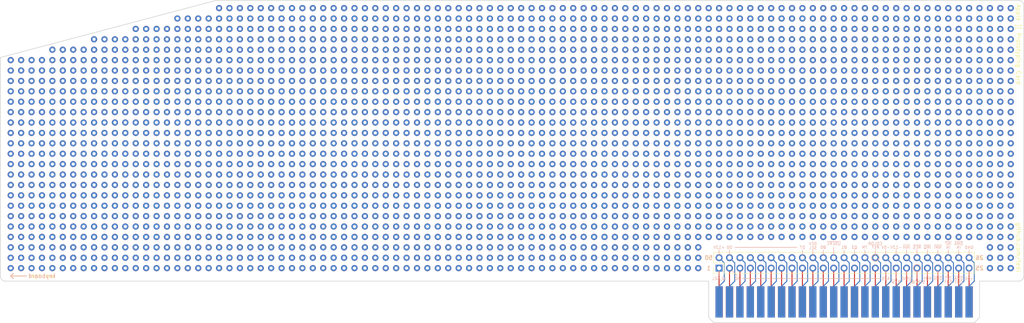
<source format=kicad_pcb>
(kicad_pcb (version 4) (host pcbnew 4.0.7)
  (layers (0 F.Cu signal) (31 B.Cu signal) (34 B.Paste user) (35 F.Paste user) (36 B.SilkS user) (37 F.SilkS user) (38 B.Mask user) (39 F.Mask user) (44 Edge.Cuts user))
  (net 0 "")
  (net 1 /~I/O_SEL)
  (net 2 /A0)
  (net 3 /A1)
  (net 4 /A2)
  (net 5 /A3)
  (net 6 /A4)
  (net 7 /A5)
  (net 8 /A6)
  (net 9 /A7)
  (net 10 /A8)
  (net 11 /A9)
  (net 12 /A10)
  (net 13 /A11)
  (net 14 /A12)
  (net 15 /A13)
  (net 16 /A14)
  (net 17 /A15)
  (net 18 /R/~W)
  (net 19 /~STROBE)
  (net 20 /RDY)
  (net 21 /~DMA)
  (net 22 /INT_OUT)
  (net 23 /DMA_OUT)
  (net 24 /+5V)
  (net 25 /+12V)
  (net 26 /D0)
  (net 27 /D1)
  (net 28 /D2)
  (net 29 /D3)
  (net 30 /D4)
  (net 31 /D5)
  (net 32 /D6)
  (net 33 /D7)
  (net 34 /~DEVSEL)
  (net 35 /Phi0)
  (net 36 /Phi1)
  (net 37 /Q3)
  (net 38 /7M)
  (net 39 /-5V)
  (net 40 /-12V)
  (net 41 /~INH)
  (net 42 /~RES)
  (net 43 /~IRQ)
  (net 44 /~NMI)
  (net 45 /INT_IN)
  (net 46 /DMA_IN)
  (net 47 /GND)
  (net 48 /SYNC)
  (net 49 /~USER1)
  (net 50 /COLOR_REF)
  (module Prototype:prototype_26 (layer F.Cu) (at 174.625 128.905)
    (fp_text reference P1 hide)
    (fp_text value Prototype_26 hide)
    (pad 1 thru_hole circle (at 0 0) (size 1.524 1.524) (drill 0.762) (layers *.Cu *.Mask))
    (pad 2 thru_hole circle (at 0 -2.54) (size 1.524 1.524) (drill 0.762) (layers *.Cu *.Mask))
    (pad 3 thru_hole circle (at 0 -5.08) (size 1.524 1.524) (drill 0.762) (layers *.Cu *.Mask))
    (pad 4 thru_hole circle (at 0 -7.62) (size 1.524 1.524) (drill 0.762) (layers *.Cu *.Mask))
    (pad 5 thru_hole circle (at 0 -10.16) (size 1.524 1.524) (drill 0.762) (layers *.Cu *.Mask))
    (pad 6 thru_hole circle (at 0 -12.7) (size 1.524 1.524) (drill 0.762) (layers *.Cu *.Mask))
    (pad 7 thru_hole circle (at 0 -15.24) (size 1.524 1.524) (drill 0.762) (layers *.Cu *.Mask))
    (pad 8 thru_hole circle (at 0 -17.78) (size 1.524 1.524) (drill 0.762) (layers *.Cu *.Mask))
    (pad 9 thru_hole circle (at 0 -20.32) (size 1.524 1.524) (drill 0.762) (layers *.Cu *.Mask))
    (pad 10 thru_hole circle (at 0 -22.86) (size 1.524 1.524) (drill 0.762) (layers *.Cu *.Mask))
    (pad 11 thru_hole circle (at 0 -25.4) (size 1.524 1.524) (drill 0.762) (layers *.Cu *.Mask))
    (pad 12 thru_hole circle (at 0 -27.94) (size 1.524 1.524) (drill 0.762) (layers *.Cu *.Mask))
    (pad 13 thru_hole circle (at 0 -30.48) (size 1.524 1.524) (drill 0.762) (layers *.Cu *.Mask))
    (pad 14 thru_hole circle (at 0 -33.02) (size 1.524 1.524) (drill 0.762) (layers *.Cu *.Mask))
    (pad 15 thru_hole circle (at 0 -35.56) (size 1.524 1.524) (drill 0.762) (layers *.Cu *.Mask))
    (pad 16 thru_hole circle (at 0 -38.1) (size 1.524 1.524) (drill 0.762) (layers *.Cu *.Mask))
    (pad 17 thru_hole circle (at 0 -40.64) (size 1.524 1.524) (drill 0.762) (layers *.Cu *.Mask))
    (pad 18 thru_hole circle (at 0 -43.18) (size 1.524 1.524) (drill 0.762) (layers *.Cu *.Mask))
    (pad 19 thru_hole circle (at 0 -45.72) (size 1.524 1.524) (drill 0.762) (layers *.Cu *.Mask))
    (pad 20 thru_hole circle (at 0 -48.26) (size 1.524 1.524) (drill 0.762) (layers *.Cu *.Mask))
    (pad 21 thru_hole circle (at 0 -50.8) (size 1.524 1.524) (drill 0.762) (layers *.Cu *.Mask))
    (pad 22 thru_hole circle (at 0 -53.34) (size 1.524 1.524) (drill 0.762) (layers *.Cu *.Mask))
    (pad 23 thru_hole circle (at 0 -55.88) (size 1.524 1.524) (drill 0.762) (layers *.Cu *.Mask))
    (pad 24 thru_hole circle (at 0 -58.42) (size 1.524 1.524) (drill 0.762) (layers *.Cu *.Mask))
    (pad 25 thru_hole circle (at 0 -60.96) (size 1.524 1.524) (drill 0.762) (layers *.Cu *.Mask))
    (pad 26 thru_hole circle (at 0 -63.5) (size 1.524 1.524) (drill 0.762) (layers *.Cu *.Mask))
  )
  (module Prototype:prototype_26 (layer F.Cu) (at 179.705 128.905)
    (fp_text reference P3 hide)
    (fp_text value Prototype_26 hide)
    (pad 1 thru_hole circle (at 0 0) (size 1.524 1.524) (drill 0.762) (layers *.Cu *.Mask))
    (pad 2 thru_hole circle (at 0 -2.54) (size 1.524 1.524) (drill 0.762) (layers *.Cu *.Mask))
    (pad 3 thru_hole circle (at 0 -5.08) (size 1.524 1.524) (drill 0.762) (layers *.Cu *.Mask))
    (pad 4 thru_hole circle (at 0 -7.62) (size 1.524 1.524) (drill 0.762) (layers *.Cu *.Mask))
    (pad 5 thru_hole circle (at 0 -10.16) (size 1.524 1.524) (drill 0.762) (layers *.Cu *.Mask))
    (pad 6 thru_hole circle (at 0 -12.7) (size 1.524 1.524) (drill 0.762) (layers *.Cu *.Mask))
    (pad 7 thru_hole circle (at 0 -15.24) (size 1.524 1.524) (drill 0.762) (layers *.Cu *.Mask))
    (pad 8 thru_hole circle (at 0 -17.78) (size 1.524 1.524) (drill 0.762) (layers *.Cu *.Mask))
    (pad 9 thru_hole circle (at 0 -20.32) (size 1.524 1.524) (drill 0.762) (layers *.Cu *.Mask))
    (pad 10 thru_hole circle (at 0 -22.86) (size 1.524 1.524) (drill 0.762) (layers *.Cu *.Mask))
    (pad 11 thru_hole circle (at 0 -25.4) (size 1.524 1.524) (drill 0.762) (layers *.Cu *.Mask))
    (pad 12 thru_hole circle (at 0 -27.94) (size 1.524 1.524) (drill 0.762) (layers *.Cu *.Mask))
    (pad 13 thru_hole circle (at 0 -30.48) (size 1.524 1.524) (drill 0.762) (layers *.Cu *.Mask))
    (pad 14 thru_hole circle (at 0 -33.02) (size 1.524 1.524) (drill 0.762) (layers *.Cu *.Mask))
    (pad 15 thru_hole circle (at 0 -35.56) (size 1.524 1.524) (drill 0.762) (layers *.Cu *.Mask))
    (pad 16 thru_hole circle (at 0 -38.1) (size 1.524 1.524) (drill 0.762) (layers *.Cu *.Mask))
    (pad 17 thru_hole circle (at 0 -40.64) (size 1.524 1.524) (drill 0.762) (layers *.Cu *.Mask))
    (pad 18 thru_hole circle (at 0 -43.18) (size 1.524 1.524) (drill 0.762) (layers *.Cu *.Mask))
    (pad 19 thru_hole circle (at 0 -45.72) (size 1.524 1.524) (drill 0.762) (layers *.Cu *.Mask))
    (pad 20 thru_hole circle (at 0 -48.26) (size 1.524 1.524) (drill 0.762) (layers *.Cu *.Mask))
    (pad 21 thru_hole circle (at 0 -50.8) (size 1.524 1.524) (drill 0.762) (layers *.Cu *.Mask))
    (pad 22 thru_hole circle (at 0 -53.34) (size 1.524 1.524) (drill 0.762) (layers *.Cu *.Mask))
    (pad 23 thru_hole circle (at 0 -55.88) (size 1.524 1.524) (drill 0.762) (layers *.Cu *.Mask))
    (pad 24 thru_hole circle (at 0 -58.42) (size 1.524 1.524) (drill 0.762) (layers *.Cu *.Mask))
    (pad 25 thru_hole circle (at 0 -60.96) (size 1.524 1.524) (drill 0.762) (layers *.Cu *.Mask))
    (pad 26 thru_hole circle (at 0 -63.5) (size 1.524 1.524) (drill 0.762) (layers *.Cu *.Mask))
  )
  (module Prototype:prototype_26 (layer F.Cu) (at 182.245 128.905)
    (fp_text reference P4 hide)
    (fp_text value Prototype_26 hide)
    (pad 1 thru_hole circle (at 0 0) (size 1.524 1.524) (drill 0.762) (layers *.Cu *.Mask))
    (pad 2 thru_hole circle (at 0 -2.54) (size 1.524 1.524) (drill 0.762) (layers *.Cu *.Mask))
    (pad 3 thru_hole circle (at 0 -5.08) (size 1.524 1.524) (drill 0.762) (layers *.Cu *.Mask))
    (pad 4 thru_hole circle (at 0 -7.62) (size 1.524 1.524) (drill 0.762) (layers *.Cu *.Mask))
    (pad 5 thru_hole circle (at 0 -10.16) (size 1.524 1.524) (drill 0.762) (layers *.Cu *.Mask))
    (pad 6 thru_hole circle (at 0 -12.7) (size 1.524 1.524) (drill 0.762) (layers *.Cu *.Mask))
    (pad 7 thru_hole circle (at 0 -15.24) (size 1.524 1.524) (drill 0.762) (layers *.Cu *.Mask))
    (pad 8 thru_hole circle (at 0 -17.78) (size 1.524 1.524) (drill 0.762) (layers *.Cu *.Mask))
    (pad 9 thru_hole circle (at 0 -20.32) (size 1.524 1.524) (drill 0.762) (layers *.Cu *.Mask))
    (pad 10 thru_hole circle (at 0 -22.86) (size 1.524 1.524) (drill 0.762) (layers *.Cu *.Mask))
    (pad 11 thru_hole circle (at 0 -25.4) (size 1.524 1.524) (drill 0.762) (layers *.Cu *.Mask))
    (pad 12 thru_hole circle (at 0 -27.94) (size 1.524 1.524) (drill 0.762) (layers *.Cu *.Mask))
    (pad 13 thru_hole circle (at 0 -30.48) (size 1.524 1.524) (drill 0.762) (layers *.Cu *.Mask))
    (pad 14 thru_hole circle (at 0 -33.02) (size 1.524 1.524) (drill 0.762) (layers *.Cu *.Mask))
    (pad 15 thru_hole circle (at 0 -35.56) (size 1.524 1.524) (drill 0.762) (layers *.Cu *.Mask))
    (pad 16 thru_hole circle (at 0 -38.1) (size 1.524 1.524) (drill 0.762) (layers *.Cu *.Mask))
    (pad 17 thru_hole circle (at 0 -40.64) (size 1.524 1.524) (drill 0.762) (layers *.Cu *.Mask))
    (pad 18 thru_hole circle (at 0 -43.18) (size 1.524 1.524) (drill 0.762) (layers *.Cu *.Mask))
    (pad 19 thru_hole circle (at 0 -45.72) (size 1.524 1.524) (drill 0.762) (layers *.Cu *.Mask))
    (pad 20 thru_hole circle (at 0 -48.26) (size 1.524 1.524) (drill 0.762) (layers *.Cu *.Mask))
    (pad 21 thru_hole circle (at 0 -50.8) (size 1.524 1.524) (drill 0.762) (layers *.Cu *.Mask))
    (pad 22 thru_hole circle (at 0 -53.34) (size 1.524 1.524) (drill 0.762) (layers *.Cu *.Mask))
    (pad 23 thru_hole circle (at 0 -55.88) (size 1.524 1.524) (drill 0.762) (layers *.Cu *.Mask))
    (pad 24 thru_hole circle (at 0 -58.42) (size 1.524 1.524) (drill 0.762) (layers *.Cu *.Mask))
    (pad 25 thru_hole circle (at 0 -60.96) (size 1.524 1.524) (drill 0.762) (layers *.Cu *.Mask))
    (pad 26 thru_hole circle (at 0 -63.5) (size 1.524 1.524) (drill 0.762) (layers *.Cu *.Mask))
  )
  (module Prototype:prototype_26 (layer F.Cu) (at 177.165 128.905)
    (fp_text reference P2 hide)
    (fp_text value Prototype_26 hide)
    (pad 1 thru_hole circle (at 0 0) (size 1.524 1.524) (drill 0.762) (layers *.Cu *.Mask))
    (pad 2 thru_hole circle (at 0 -2.54) (size 1.524 1.524) (drill 0.762) (layers *.Cu *.Mask))
    (pad 3 thru_hole circle (at 0 -5.08) (size 1.524 1.524) (drill 0.762) (layers *.Cu *.Mask))
    (pad 4 thru_hole circle (at 0 -7.62) (size 1.524 1.524) (drill 0.762) (layers *.Cu *.Mask))
    (pad 5 thru_hole circle (at 0 -10.16) (size 1.524 1.524) (drill 0.762) (layers *.Cu *.Mask))
    (pad 6 thru_hole circle (at 0 -12.7) (size 1.524 1.524) (drill 0.762) (layers *.Cu *.Mask))
    (pad 7 thru_hole circle (at 0 -15.24) (size 1.524 1.524) (drill 0.762) (layers *.Cu *.Mask))
    (pad 8 thru_hole circle (at 0 -17.78) (size 1.524 1.524) (drill 0.762) (layers *.Cu *.Mask))
    (pad 9 thru_hole circle (at 0 -20.32) (size 1.524 1.524) (drill 0.762) (layers *.Cu *.Mask))
    (pad 10 thru_hole circle (at 0 -22.86) (size 1.524 1.524) (drill 0.762) (layers *.Cu *.Mask))
    (pad 11 thru_hole circle (at 0 -25.4) (size 1.524 1.524) (drill 0.762) (layers *.Cu *.Mask))
    (pad 12 thru_hole circle (at 0 -27.94) (size 1.524 1.524) (drill 0.762) (layers *.Cu *.Mask))
    (pad 13 thru_hole circle (at 0 -30.48) (size 1.524 1.524) (drill 0.762) (layers *.Cu *.Mask))
    (pad 14 thru_hole circle (at 0 -33.02) (size 1.524 1.524) (drill 0.762) (layers *.Cu *.Mask))
    (pad 15 thru_hole circle (at 0 -35.56) (size 1.524 1.524) (drill 0.762) (layers *.Cu *.Mask))
    (pad 16 thru_hole circle (at 0 -38.1) (size 1.524 1.524) (drill 0.762) (layers *.Cu *.Mask))
    (pad 17 thru_hole circle (at 0 -40.64) (size 1.524 1.524) (drill 0.762) (layers *.Cu *.Mask))
    (pad 18 thru_hole circle (at 0 -43.18) (size 1.524 1.524) (drill 0.762) (layers *.Cu *.Mask))
    (pad 19 thru_hole circle (at 0 -45.72) (size 1.524 1.524) (drill 0.762) (layers *.Cu *.Mask))
    (pad 20 thru_hole circle (at 0 -48.26) (size 1.524 1.524) (drill 0.762) (layers *.Cu *.Mask))
    (pad 21 thru_hole circle (at 0 -50.8) (size 1.524 1.524) (drill 0.762) (layers *.Cu *.Mask))
    (pad 22 thru_hole circle (at 0 -53.34) (size 1.524 1.524) (drill 0.762) (layers *.Cu *.Mask))
    (pad 23 thru_hole circle (at 0 -55.88) (size 1.524 1.524) (drill 0.762) (layers *.Cu *.Mask))
    (pad 24 thru_hole circle (at 0 -58.42) (size 1.524 1.524) (drill 0.762) (layers *.Cu *.Mask))
    (pad 25 thru_hole circle (at 0 -60.96) (size 1.524 1.524) (drill 0.762) (layers *.Cu *.Mask))
    (pad 26 thru_hole circle (at 0 -63.5) (size 1.524 1.524) (drill 0.762) (layers *.Cu *.Mask))
  )
  (module Prototype:prototype_26 (layer F.Cu) (at 184.785 128.905)
    (fp_text reference P5 hide)
    (fp_text value Prototype_26 hide)
    (pad 1 thru_hole circle (at 0 0) (size 1.524 1.524) (drill 0.762) (layers *.Cu *.Mask))
    (pad 2 thru_hole circle (at 0 -2.54) (size 1.524 1.524) (drill 0.762) (layers *.Cu *.Mask))
    (pad 3 thru_hole circle (at 0 -5.08) (size 1.524 1.524) (drill 0.762) (layers *.Cu *.Mask))
    (pad 4 thru_hole circle (at 0 -7.62) (size 1.524 1.524) (drill 0.762) (layers *.Cu *.Mask))
    (pad 5 thru_hole circle (at 0 -10.16) (size 1.524 1.524) (drill 0.762) (layers *.Cu *.Mask))
    (pad 6 thru_hole circle (at 0 -12.7) (size 1.524 1.524) (drill 0.762) (layers *.Cu *.Mask))
    (pad 7 thru_hole circle (at 0 -15.24) (size 1.524 1.524) (drill 0.762) (layers *.Cu *.Mask))
    (pad 8 thru_hole circle (at 0 -17.78) (size 1.524 1.524) (drill 0.762) (layers *.Cu *.Mask))
    (pad 9 thru_hole circle (at 0 -20.32) (size 1.524 1.524) (drill 0.762) (layers *.Cu *.Mask))
    (pad 10 thru_hole circle (at 0 -22.86) (size 1.524 1.524) (drill 0.762) (layers *.Cu *.Mask))
    (pad 11 thru_hole circle (at 0 -25.4) (size 1.524 1.524) (drill 0.762) (layers *.Cu *.Mask))
    (pad 12 thru_hole circle (at 0 -27.94) (size 1.524 1.524) (drill 0.762) (layers *.Cu *.Mask))
    (pad 13 thru_hole circle (at 0 -30.48) (size 1.524 1.524) (drill 0.762) (layers *.Cu *.Mask))
    (pad 14 thru_hole circle (at 0 -33.02) (size 1.524 1.524) (drill 0.762) (layers *.Cu *.Mask))
    (pad 15 thru_hole circle (at 0 -35.56) (size 1.524 1.524) (drill 0.762) (layers *.Cu *.Mask))
    (pad 16 thru_hole circle (at 0 -38.1) (size 1.524 1.524) (drill 0.762) (layers *.Cu *.Mask))
    (pad 17 thru_hole circle (at 0 -40.64) (size 1.524 1.524) (drill 0.762) (layers *.Cu *.Mask))
    (pad 18 thru_hole circle (at 0 -43.18) (size 1.524 1.524) (drill 0.762) (layers *.Cu *.Mask))
    (pad 19 thru_hole circle (at 0 -45.72) (size 1.524 1.524) (drill 0.762) (layers *.Cu *.Mask))
    (pad 20 thru_hole circle (at 0 -48.26) (size 1.524 1.524) (drill 0.762) (layers *.Cu *.Mask))
    (pad 21 thru_hole circle (at 0 -50.8) (size 1.524 1.524) (drill 0.762) (layers *.Cu *.Mask))
    (pad 22 thru_hole circle (at 0 -53.34) (size 1.524 1.524) (drill 0.762) (layers *.Cu *.Mask))
    (pad 23 thru_hole circle (at 0 -55.88) (size 1.524 1.524) (drill 0.762) (layers *.Cu *.Mask))
    (pad 24 thru_hole circle (at 0 -58.42) (size 1.524 1.524) (drill 0.762) (layers *.Cu *.Mask))
    (pad 25 thru_hole circle (at 0 -60.96) (size 1.524 1.524) (drill 0.762) (layers *.Cu *.Mask))
    (pad 26 thru_hole circle (at 0 -63.5) (size 1.524 1.524) (drill 0.762) (layers *.Cu *.Mask))
  )
  (module Prototype:prototype_26 (layer F.Cu) (at 187.325 128.905)
    (fp_text reference P6 hide)
    (fp_text value Prototype_26 hide)
    (pad 1 thru_hole circle (at 0 0) (size 1.524 1.524) (drill 0.762) (layers *.Cu *.Mask))
    (pad 2 thru_hole circle (at 0 -2.54) (size 1.524 1.524) (drill 0.762) (layers *.Cu *.Mask))
    (pad 3 thru_hole circle (at 0 -5.08) (size 1.524 1.524) (drill 0.762) (layers *.Cu *.Mask))
    (pad 4 thru_hole circle (at 0 -7.62) (size 1.524 1.524) (drill 0.762) (layers *.Cu *.Mask))
    (pad 5 thru_hole circle (at 0 -10.16) (size 1.524 1.524) (drill 0.762) (layers *.Cu *.Mask))
    (pad 6 thru_hole circle (at 0 -12.7) (size 1.524 1.524) (drill 0.762) (layers *.Cu *.Mask))
    (pad 7 thru_hole circle (at 0 -15.24) (size 1.524 1.524) (drill 0.762) (layers *.Cu *.Mask))
    (pad 8 thru_hole circle (at 0 -17.78) (size 1.524 1.524) (drill 0.762) (layers *.Cu *.Mask))
    (pad 9 thru_hole circle (at 0 -20.32) (size 1.524 1.524) (drill 0.762) (layers *.Cu *.Mask))
    (pad 10 thru_hole circle (at 0 -22.86) (size 1.524 1.524) (drill 0.762) (layers *.Cu *.Mask))
    (pad 11 thru_hole circle (at 0 -25.4) (size 1.524 1.524) (drill 0.762) (layers *.Cu *.Mask))
    (pad 12 thru_hole circle (at 0 -27.94) (size 1.524 1.524) (drill 0.762) (layers *.Cu *.Mask))
    (pad 13 thru_hole circle (at 0 -30.48) (size 1.524 1.524) (drill 0.762) (layers *.Cu *.Mask))
    (pad 14 thru_hole circle (at 0 -33.02) (size 1.524 1.524) (drill 0.762) (layers *.Cu *.Mask))
    (pad 15 thru_hole circle (at 0 -35.56) (size 1.524 1.524) (drill 0.762) (layers *.Cu *.Mask))
    (pad 16 thru_hole circle (at 0 -38.1) (size 1.524 1.524) (drill 0.762) (layers *.Cu *.Mask))
    (pad 17 thru_hole circle (at 0 -40.64) (size 1.524 1.524) (drill 0.762) (layers *.Cu *.Mask))
    (pad 18 thru_hole circle (at 0 -43.18) (size 1.524 1.524) (drill 0.762) (layers *.Cu *.Mask))
    (pad 19 thru_hole circle (at 0 -45.72) (size 1.524 1.524) (drill 0.762) (layers *.Cu *.Mask))
    (pad 20 thru_hole circle (at 0 -48.26) (size 1.524 1.524) (drill 0.762) (layers *.Cu *.Mask))
    (pad 21 thru_hole circle (at 0 -50.8) (size 1.524 1.524) (drill 0.762) (layers *.Cu *.Mask))
    (pad 22 thru_hole circle (at 0 -53.34) (size 1.524 1.524) (drill 0.762) (layers *.Cu *.Mask))
    (pad 23 thru_hole circle (at 0 -55.88) (size 1.524 1.524) (drill 0.762) (layers *.Cu *.Mask))
    (pad 24 thru_hole circle (at 0 -58.42) (size 1.524 1.524) (drill 0.762) (layers *.Cu *.Mask))
    (pad 25 thru_hole circle (at 0 -60.96) (size 1.524 1.524) (drill 0.762) (layers *.Cu *.Mask))
    (pad 26 thru_hole circle (at 0 -63.5) (size 1.524 1.524) (drill 0.762) (layers *.Cu *.Mask))
  )
  (module Prototype:prototype_26 (layer F.Cu) (at 189.865 128.905)
    (fp_text reference P7 hide)
    (fp_text value Prototype_26 hide)
    (pad 1 thru_hole circle (at 0 0) (size 1.524 1.524) (drill 0.762) (layers *.Cu *.Mask))
    (pad 2 thru_hole circle (at 0 -2.54) (size 1.524 1.524) (drill 0.762) (layers *.Cu *.Mask))
    (pad 3 thru_hole circle (at 0 -5.08) (size 1.524 1.524) (drill 0.762) (layers *.Cu *.Mask))
    (pad 4 thru_hole circle (at 0 -7.62) (size 1.524 1.524) (drill 0.762) (layers *.Cu *.Mask))
    (pad 5 thru_hole circle (at 0 -10.16) (size 1.524 1.524) (drill 0.762) (layers *.Cu *.Mask))
    (pad 6 thru_hole circle (at 0 -12.7) (size 1.524 1.524) (drill 0.762) (layers *.Cu *.Mask))
    (pad 7 thru_hole circle (at 0 -15.24) (size 1.524 1.524) (drill 0.762) (layers *.Cu *.Mask))
    (pad 8 thru_hole circle (at 0 -17.78) (size 1.524 1.524) (drill 0.762) (layers *.Cu *.Mask))
    (pad 9 thru_hole circle (at 0 -20.32) (size 1.524 1.524) (drill 0.762) (layers *.Cu *.Mask))
    (pad 10 thru_hole circle (at 0 -22.86) (size 1.524 1.524) (drill 0.762) (layers *.Cu *.Mask))
    (pad 11 thru_hole circle (at 0 -25.4) (size 1.524 1.524) (drill 0.762) (layers *.Cu *.Mask))
    (pad 12 thru_hole circle (at 0 -27.94) (size 1.524 1.524) (drill 0.762) (layers *.Cu *.Mask))
    (pad 13 thru_hole circle (at 0 -30.48) (size 1.524 1.524) (drill 0.762) (layers *.Cu *.Mask))
    (pad 14 thru_hole circle (at 0 -33.02) (size 1.524 1.524) (drill 0.762) (layers *.Cu *.Mask))
    (pad 15 thru_hole circle (at 0 -35.56) (size 1.524 1.524) (drill 0.762) (layers *.Cu *.Mask))
    (pad 16 thru_hole circle (at 0 -38.1) (size 1.524 1.524) (drill 0.762) (layers *.Cu *.Mask))
    (pad 17 thru_hole circle (at 0 -40.64) (size 1.524 1.524) (drill 0.762) (layers *.Cu *.Mask))
    (pad 18 thru_hole circle (at 0 -43.18) (size 1.524 1.524) (drill 0.762) (layers *.Cu *.Mask))
    (pad 19 thru_hole circle (at 0 -45.72) (size 1.524 1.524) (drill 0.762) (layers *.Cu *.Mask))
    (pad 20 thru_hole circle (at 0 -48.26) (size 1.524 1.524) (drill 0.762) (layers *.Cu *.Mask))
    (pad 21 thru_hole circle (at 0 -50.8) (size 1.524 1.524) (drill 0.762) (layers *.Cu *.Mask))
    (pad 22 thru_hole circle (at 0 -53.34) (size 1.524 1.524) (drill 0.762) (layers *.Cu *.Mask))
    (pad 23 thru_hole circle (at 0 -55.88) (size 1.524 1.524) (drill 0.762) (layers *.Cu *.Mask))
    (pad 24 thru_hole circle (at 0 -58.42) (size 1.524 1.524) (drill 0.762) (layers *.Cu *.Mask))
    (pad 25 thru_hole circle (at 0 -60.96) (size 1.524 1.524) (drill 0.762) (layers *.Cu *.Mask))
    (pad 26 thru_hole circle (at 0 -63.5) (size 1.524 1.524) (drill 0.762) (layers *.Cu *.Mask))
  )
  (module Prototype:prototype_26 (layer F.Cu) (at 192.405 128.905)
    (fp_text reference P8 hide)
    (fp_text value Prototype_26 hide)
    (pad 1 thru_hole circle (at 0 0) (size 1.524 1.524) (drill 0.762) (layers *.Cu *.Mask))
    (pad 2 thru_hole circle (at 0 -2.54) (size 1.524 1.524) (drill 0.762) (layers *.Cu *.Mask))
    (pad 3 thru_hole circle (at 0 -5.08) (size 1.524 1.524) (drill 0.762) (layers *.Cu *.Mask))
    (pad 4 thru_hole circle (at 0 -7.62) (size 1.524 1.524) (drill 0.762) (layers *.Cu *.Mask))
    (pad 5 thru_hole circle (at 0 -10.16) (size 1.524 1.524) (drill 0.762) (layers *.Cu *.Mask))
    (pad 6 thru_hole circle (at 0 -12.7) (size 1.524 1.524) (drill 0.762) (layers *.Cu *.Mask))
    (pad 7 thru_hole circle (at 0 -15.24) (size 1.524 1.524) (drill 0.762) (layers *.Cu *.Mask))
    (pad 8 thru_hole circle (at 0 -17.78) (size 1.524 1.524) (drill 0.762) (layers *.Cu *.Mask))
    (pad 9 thru_hole circle (at 0 -20.32) (size 1.524 1.524) (drill 0.762) (layers *.Cu *.Mask))
    (pad 10 thru_hole circle (at 0 -22.86) (size 1.524 1.524) (drill 0.762) (layers *.Cu *.Mask))
    (pad 11 thru_hole circle (at 0 -25.4) (size 1.524 1.524) (drill 0.762) (layers *.Cu *.Mask))
    (pad 12 thru_hole circle (at 0 -27.94) (size 1.524 1.524) (drill 0.762) (layers *.Cu *.Mask))
    (pad 13 thru_hole circle (at 0 -30.48) (size 1.524 1.524) (drill 0.762) (layers *.Cu *.Mask))
    (pad 14 thru_hole circle (at 0 -33.02) (size 1.524 1.524) (drill 0.762) (layers *.Cu *.Mask))
    (pad 15 thru_hole circle (at 0 -35.56) (size 1.524 1.524) (drill 0.762) (layers *.Cu *.Mask))
    (pad 16 thru_hole circle (at 0 -38.1) (size 1.524 1.524) (drill 0.762) (layers *.Cu *.Mask))
    (pad 17 thru_hole circle (at 0 -40.64) (size 1.524 1.524) (drill 0.762) (layers *.Cu *.Mask))
    (pad 18 thru_hole circle (at 0 -43.18) (size 1.524 1.524) (drill 0.762) (layers *.Cu *.Mask))
    (pad 19 thru_hole circle (at 0 -45.72) (size 1.524 1.524) (drill 0.762) (layers *.Cu *.Mask))
    (pad 20 thru_hole circle (at 0 -48.26) (size 1.524 1.524) (drill 0.762) (layers *.Cu *.Mask))
    (pad 21 thru_hole circle (at 0 -50.8) (size 1.524 1.524) (drill 0.762) (layers *.Cu *.Mask))
    (pad 22 thru_hole circle (at 0 -53.34) (size 1.524 1.524) (drill 0.762) (layers *.Cu *.Mask))
    (pad 23 thru_hole circle (at 0 -55.88) (size 1.524 1.524) (drill 0.762) (layers *.Cu *.Mask))
    (pad 24 thru_hole circle (at 0 -58.42) (size 1.524 1.524) (drill 0.762) (layers *.Cu *.Mask))
    (pad 25 thru_hole circle (at 0 -60.96) (size 1.524 1.524) (drill 0.762) (layers *.Cu *.Mask))
    (pad 26 thru_hole circle (at 0 -63.5) (size 1.524 1.524) (drill 0.762) (layers *.Cu *.Mask))
  )
  (module Prototype:prototype_23 (layer F.Cu) (at 194.945 121.285)
    (fp_text reference P9 hide)
    (fp_text value Prototype_23 hide)
    (pad 1 thru_hole circle (at 0 0) (size 1.524 1.524) (drill 0.762) (layers *.Cu *.Mask))
    (pad 2 thru_hole circle (at 0 -2.54) (size 1.524 1.524) (drill 0.762) (layers *.Cu *.Mask))
    (pad 3 thru_hole circle (at 0 -5.08) (size 1.524 1.524) (drill 0.762) (layers *.Cu *.Mask))
    (pad 4 thru_hole circle (at 0 -7.62) (size 1.524 1.524) (drill 0.762) (layers *.Cu *.Mask))
    (pad 5 thru_hole circle (at 0 -10.16) (size 1.524 1.524) (drill 0.762) (layers *.Cu *.Mask))
    (pad 6 thru_hole circle (at 0 -12.7) (size 1.524 1.524) (drill 0.762) (layers *.Cu *.Mask))
    (pad 7 thru_hole circle (at 0 -15.24) (size 1.524 1.524) (drill 0.762) (layers *.Cu *.Mask))
    (pad 8 thru_hole circle (at 0 -17.78) (size 1.524 1.524) (drill 0.762) (layers *.Cu *.Mask))
    (pad 9 thru_hole circle (at 0 -20.32) (size 1.524 1.524) (drill 0.762) (layers *.Cu *.Mask))
    (pad 10 thru_hole circle (at 0 -22.86) (size 1.524 1.524) (drill 0.762) (layers *.Cu *.Mask))
    (pad 11 thru_hole circle (at 0 -25.4) (size 1.524 1.524) (drill 0.762) (layers *.Cu *.Mask))
    (pad 12 thru_hole circle (at 0 -27.94) (size 1.524 1.524) (drill 0.762) (layers *.Cu *.Mask))
    (pad 13 thru_hole circle (at 0 -30.48) (size 1.524 1.524) (drill 0.762) (layers *.Cu *.Mask))
    (pad 14 thru_hole circle (at 0 -33.02) (size 1.524 1.524) (drill 0.762) (layers *.Cu *.Mask))
    (pad 15 thru_hole circle (at 0 -35.56) (size 1.524 1.524) (drill 0.762) (layers *.Cu *.Mask))
    (pad 16 thru_hole circle (at 0 -38.1) (size 1.524 1.524) (drill 0.762) (layers *.Cu *.Mask))
    (pad 17 thru_hole circle (at 0 -40.64) (size 1.524 1.524) (drill 0.762) (layers *.Cu *.Mask))
    (pad 18 thru_hole circle (at 0 -43.18) (size 1.524 1.524) (drill 0.762) (layers *.Cu *.Mask))
    (pad 19 thru_hole circle (at 0 -45.72) (size 1.524 1.524) (drill 0.762) (layers *.Cu *.Mask))
    (pad 20 thru_hole circle (at 0 -48.26) (size 1.524 1.524) (drill 0.762) (layers *.Cu *.Mask))
    (pad 21 thru_hole circle (at 0 -50.8) (size 1.524 1.524) (drill 0.762) (layers *.Cu *.Mask))
    (pad 22 thru_hole circle (at 0 -53.34) (size 1.524 1.524) (drill 0.762) (layers *.Cu *.Mask))
    (pad 23 thru_hole circle (at 0 -55.88) (size 1.524 1.524) (drill 0.762) (layers *.Cu *.Mask))
  )
  (module Prototype:prototype_23 (layer F.Cu) (at 197.485 121.285)
    (fp_text reference P10 hide)
    (fp_text value Prototype_23 hide)
    (pad 1 thru_hole circle (at 0 0) (size 1.524 1.524) (drill 0.762) (layers *.Cu *.Mask))
    (pad 2 thru_hole circle (at 0 -2.54) (size 1.524 1.524) (drill 0.762) (layers *.Cu *.Mask))
    (pad 3 thru_hole circle (at 0 -5.08) (size 1.524 1.524) (drill 0.762) (layers *.Cu *.Mask))
    (pad 4 thru_hole circle (at 0 -7.62) (size 1.524 1.524) (drill 0.762) (layers *.Cu *.Mask))
    (pad 5 thru_hole circle (at 0 -10.16) (size 1.524 1.524) (drill 0.762) (layers *.Cu *.Mask))
    (pad 6 thru_hole circle (at 0 -12.7) (size 1.524 1.524) (drill 0.762) (layers *.Cu *.Mask))
    (pad 7 thru_hole circle (at 0 -15.24) (size 1.524 1.524) (drill 0.762) (layers *.Cu *.Mask))
    (pad 8 thru_hole circle (at 0 -17.78) (size 1.524 1.524) (drill 0.762) (layers *.Cu *.Mask))
    (pad 9 thru_hole circle (at 0 -20.32) (size 1.524 1.524) (drill 0.762) (layers *.Cu *.Mask))
    (pad 10 thru_hole circle (at 0 -22.86) (size 1.524 1.524) (drill 0.762) (layers *.Cu *.Mask))
    (pad 11 thru_hole circle (at 0 -25.4) (size 1.524 1.524) (drill 0.762) (layers *.Cu *.Mask))
    (pad 12 thru_hole circle (at 0 -27.94) (size 1.524 1.524) (drill 0.762) (layers *.Cu *.Mask))
    (pad 13 thru_hole circle (at 0 -30.48) (size 1.524 1.524) (drill 0.762) (layers *.Cu *.Mask))
    (pad 14 thru_hole circle (at 0 -33.02) (size 1.524 1.524) (drill 0.762) (layers *.Cu *.Mask))
    (pad 15 thru_hole circle (at 0 -35.56) (size 1.524 1.524) (drill 0.762) (layers *.Cu *.Mask))
    (pad 16 thru_hole circle (at 0 -38.1) (size 1.524 1.524) (drill 0.762) (layers *.Cu *.Mask))
    (pad 17 thru_hole circle (at 0 -40.64) (size 1.524 1.524) (drill 0.762) (layers *.Cu *.Mask))
    (pad 18 thru_hole circle (at 0 -43.18) (size 1.524 1.524) (drill 0.762) (layers *.Cu *.Mask))
    (pad 19 thru_hole circle (at 0 -45.72) (size 1.524 1.524) (drill 0.762) (layers *.Cu *.Mask))
    (pad 20 thru_hole circle (at 0 -48.26) (size 1.524 1.524) (drill 0.762) (layers *.Cu *.Mask))
    (pad 21 thru_hole circle (at 0 -50.8) (size 1.524 1.524) (drill 0.762) (layers *.Cu *.Mask))
    (pad 22 thru_hole circle (at 0 -53.34) (size 1.524 1.524) (drill 0.762) (layers *.Cu *.Mask))
    (pad 23 thru_hole circle (at 0 -55.88) (size 1.524 1.524) (drill 0.762) (layers *.Cu *.Mask))
  )
  (module Prototype:prototype_23 (layer F.Cu) (at 200.025 121.285)
    (fp_text reference P11 hide)
    (fp_text value Prototype_23 hide)
    (pad 1 thru_hole circle (at 0 0) (size 1.524 1.524) (drill 0.762) (layers *.Cu *.Mask))
    (pad 2 thru_hole circle (at 0 -2.54) (size 1.524 1.524) (drill 0.762) (layers *.Cu *.Mask))
    (pad 3 thru_hole circle (at 0 -5.08) (size 1.524 1.524) (drill 0.762) (layers *.Cu *.Mask))
    (pad 4 thru_hole circle (at 0 -7.62) (size 1.524 1.524) (drill 0.762) (layers *.Cu *.Mask))
    (pad 5 thru_hole circle (at 0 -10.16) (size 1.524 1.524) (drill 0.762) (layers *.Cu *.Mask))
    (pad 6 thru_hole circle (at 0 -12.7) (size 1.524 1.524) (drill 0.762) (layers *.Cu *.Mask))
    (pad 7 thru_hole circle (at 0 -15.24) (size 1.524 1.524) (drill 0.762) (layers *.Cu *.Mask))
    (pad 8 thru_hole circle (at 0 -17.78) (size 1.524 1.524) (drill 0.762) (layers *.Cu *.Mask))
    (pad 9 thru_hole circle (at 0 -20.32) (size 1.524 1.524) (drill 0.762) (layers *.Cu *.Mask))
    (pad 10 thru_hole circle (at 0 -22.86) (size 1.524 1.524) (drill 0.762) (layers *.Cu *.Mask))
    (pad 11 thru_hole circle (at 0 -25.4) (size 1.524 1.524) (drill 0.762) (layers *.Cu *.Mask))
    (pad 12 thru_hole circle (at 0 -27.94) (size 1.524 1.524) (drill 0.762) (layers *.Cu *.Mask))
    (pad 13 thru_hole circle (at 0 -30.48) (size 1.524 1.524) (drill 0.762) (layers *.Cu *.Mask))
    (pad 14 thru_hole circle (at 0 -33.02) (size 1.524 1.524) (drill 0.762) (layers *.Cu *.Mask))
    (pad 15 thru_hole circle (at 0 -35.56) (size 1.524 1.524) (drill 0.762) (layers *.Cu *.Mask))
    (pad 16 thru_hole circle (at 0 -38.1) (size 1.524 1.524) (drill 0.762) (layers *.Cu *.Mask))
    (pad 17 thru_hole circle (at 0 -40.64) (size 1.524 1.524) (drill 0.762) (layers *.Cu *.Mask))
    (pad 18 thru_hole circle (at 0 -43.18) (size 1.524 1.524) (drill 0.762) (layers *.Cu *.Mask))
    (pad 19 thru_hole circle (at 0 -45.72) (size 1.524 1.524) (drill 0.762) (layers *.Cu *.Mask))
    (pad 20 thru_hole circle (at 0 -48.26) (size 1.524 1.524) (drill 0.762) (layers *.Cu *.Mask))
    (pad 21 thru_hole circle (at 0 -50.8) (size 1.524 1.524) (drill 0.762) (layers *.Cu *.Mask))
    (pad 22 thru_hole circle (at 0 -53.34) (size 1.524 1.524) (drill 0.762) (layers *.Cu *.Mask))
    (pad 23 thru_hole circle (at 0 -55.88) (size 1.524 1.524) (drill 0.762) (layers *.Cu *.Mask))
  )
  (module Prototype:prototype_23 (layer F.Cu) (at 202.565 121.285)
    (fp_text reference P12 hide)
    (fp_text value Prototype_23 hide)
    (pad 1 thru_hole circle (at 0 0) (size 1.524 1.524) (drill 0.762) (layers *.Cu *.Mask))
    (pad 2 thru_hole circle (at 0 -2.54) (size 1.524 1.524) (drill 0.762) (layers *.Cu *.Mask))
    (pad 3 thru_hole circle (at 0 -5.08) (size 1.524 1.524) (drill 0.762) (layers *.Cu *.Mask))
    (pad 4 thru_hole circle (at 0 -7.62) (size 1.524 1.524) (drill 0.762) (layers *.Cu *.Mask))
    (pad 5 thru_hole circle (at 0 -10.16) (size 1.524 1.524) (drill 0.762) (layers *.Cu *.Mask))
    (pad 6 thru_hole circle (at 0 -12.7) (size 1.524 1.524) (drill 0.762) (layers *.Cu *.Mask))
    (pad 7 thru_hole circle (at 0 -15.24) (size 1.524 1.524) (drill 0.762) (layers *.Cu *.Mask))
    (pad 8 thru_hole circle (at 0 -17.78) (size 1.524 1.524) (drill 0.762) (layers *.Cu *.Mask))
    (pad 9 thru_hole circle (at 0 -20.32) (size 1.524 1.524) (drill 0.762) (layers *.Cu *.Mask))
    (pad 10 thru_hole circle (at 0 -22.86) (size 1.524 1.524) (drill 0.762) (layers *.Cu *.Mask))
    (pad 11 thru_hole circle (at 0 -25.4) (size 1.524 1.524) (drill 0.762) (layers *.Cu *.Mask))
    (pad 12 thru_hole circle (at 0 -27.94) (size 1.524 1.524) (drill 0.762) (layers *.Cu *.Mask))
    (pad 13 thru_hole circle (at 0 -30.48) (size 1.524 1.524) (drill 0.762) (layers *.Cu *.Mask))
    (pad 14 thru_hole circle (at 0 -33.02) (size 1.524 1.524) (drill 0.762) (layers *.Cu *.Mask))
    (pad 15 thru_hole circle (at 0 -35.56) (size 1.524 1.524) (drill 0.762) (layers *.Cu *.Mask))
    (pad 16 thru_hole circle (at 0 -38.1) (size 1.524 1.524) (drill 0.762) (layers *.Cu *.Mask))
    (pad 17 thru_hole circle (at 0 -40.64) (size 1.524 1.524) (drill 0.762) (layers *.Cu *.Mask))
    (pad 18 thru_hole circle (at 0 -43.18) (size 1.524 1.524) (drill 0.762) (layers *.Cu *.Mask))
    (pad 19 thru_hole circle (at 0 -45.72) (size 1.524 1.524) (drill 0.762) (layers *.Cu *.Mask))
    (pad 20 thru_hole circle (at 0 -48.26) (size 1.524 1.524) (drill 0.762) (layers *.Cu *.Mask))
    (pad 21 thru_hole circle (at 0 -50.8) (size 1.524 1.524) (drill 0.762) (layers *.Cu *.Mask))
    (pad 22 thru_hole circle (at 0 -53.34) (size 1.524 1.524) (drill 0.762) (layers *.Cu *.Mask))
    (pad 23 thru_hole circle (at 0 -55.88) (size 1.524 1.524) (drill 0.762) (layers *.Cu *.Mask))
  )
  (module Prototype:prototype_23 (layer F.Cu) (at 205.105 121.285)
    (fp_text reference P13 hide)
    (fp_text value Prototype_23 hide)
    (pad 1 thru_hole circle (at 0 0) (size 1.524 1.524) (drill 0.762) (layers *.Cu *.Mask))
    (pad 2 thru_hole circle (at 0 -2.54) (size 1.524 1.524) (drill 0.762) (layers *.Cu *.Mask))
    (pad 3 thru_hole circle (at 0 -5.08) (size 1.524 1.524) (drill 0.762) (layers *.Cu *.Mask))
    (pad 4 thru_hole circle (at 0 -7.62) (size 1.524 1.524) (drill 0.762) (layers *.Cu *.Mask))
    (pad 5 thru_hole circle (at 0 -10.16) (size 1.524 1.524) (drill 0.762) (layers *.Cu *.Mask))
    (pad 6 thru_hole circle (at 0 -12.7) (size 1.524 1.524) (drill 0.762) (layers *.Cu *.Mask))
    (pad 7 thru_hole circle (at 0 -15.24) (size 1.524 1.524) (drill 0.762) (layers *.Cu *.Mask))
    (pad 8 thru_hole circle (at 0 -17.78) (size 1.524 1.524) (drill 0.762) (layers *.Cu *.Mask))
    (pad 9 thru_hole circle (at 0 -20.32) (size 1.524 1.524) (drill 0.762) (layers *.Cu *.Mask))
    (pad 10 thru_hole circle (at 0 -22.86) (size 1.524 1.524) (drill 0.762) (layers *.Cu *.Mask))
    (pad 11 thru_hole circle (at 0 -25.4) (size 1.524 1.524) (drill 0.762) (layers *.Cu *.Mask))
    (pad 12 thru_hole circle (at 0 -27.94) (size 1.524 1.524) (drill 0.762) (layers *.Cu *.Mask))
    (pad 13 thru_hole circle (at 0 -30.48) (size 1.524 1.524) (drill 0.762) (layers *.Cu *.Mask))
    (pad 14 thru_hole circle (at 0 -33.02) (size 1.524 1.524) (drill 0.762) (layers *.Cu *.Mask))
    (pad 15 thru_hole circle (at 0 -35.56) (size 1.524 1.524) (drill 0.762) (layers *.Cu *.Mask))
    (pad 16 thru_hole circle (at 0 -38.1) (size 1.524 1.524) (drill 0.762) (layers *.Cu *.Mask))
    (pad 17 thru_hole circle (at 0 -40.64) (size 1.524 1.524) (drill 0.762) (layers *.Cu *.Mask))
    (pad 18 thru_hole circle (at 0 -43.18) (size 1.524 1.524) (drill 0.762) (layers *.Cu *.Mask))
    (pad 19 thru_hole circle (at 0 -45.72) (size 1.524 1.524) (drill 0.762) (layers *.Cu *.Mask))
    (pad 20 thru_hole circle (at 0 -48.26) (size 1.524 1.524) (drill 0.762) (layers *.Cu *.Mask))
    (pad 21 thru_hole circle (at 0 -50.8) (size 1.524 1.524) (drill 0.762) (layers *.Cu *.Mask))
    (pad 22 thru_hole circle (at 0 -53.34) (size 1.524 1.524) (drill 0.762) (layers *.Cu *.Mask))
    (pad 23 thru_hole circle (at 0 -55.88) (size 1.524 1.524) (drill 0.762) (layers *.Cu *.Mask))
  )
  (module Prototype:prototype_23 (layer F.Cu) (at 207.645 121.285)
    (fp_text reference P14 hide)
    (fp_text value Prototype_23 hide)
    (pad 1 thru_hole circle (at 0 0) (size 1.524 1.524) (drill 0.762) (layers *.Cu *.Mask))
    (pad 2 thru_hole circle (at 0 -2.54) (size 1.524 1.524) (drill 0.762) (layers *.Cu *.Mask))
    (pad 3 thru_hole circle (at 0 -5.08) (size 1.524 1.524) (drill 0.762) (layers *.Cu *.Mask))
    (pad 4 thru_hole circle (at 0 -7.62) (size 1.524 1.524) (drill 0.762) (layers *.Cu *.Mask))
    (pad 5 thru_hole circle (at 0 -10.16) (size 1.524 1.524) (drill 0.762) (layers *.Cu *.Mask))
    (pad 6 thru_hole circle (at 0 -12.7) (size 1.524 1.524) (drill 0.762) (layers *.Cu *.Mask))
    (pad 7 thru_hole circle (at 0 -15.24) (size 1.524 1.524) (drill 0.762) (layers *.Cu *.Mask))
    (pad 8 thru_hole circle (at 0 -17.78) (size 1.524 1.524) (drill 0.762) (layers *.Cu *.Mask))
    (pad 9 thru_hole circle (at 0 -20.32) (size 1.524 1.524) (drill 0.762) (layers *.Cu *.Mask))
    (pad 10 thru_hole circle (at 0 -22.86) (size 1.524 1.524) (drill 0.762) (layers *.Cu *.Mask))
    (pad 11 thru_hole circle (at 0 -25.4) (size 1.524 1.524) (drill 0.762) (layers *.Cu *.Mask))
    (pad 12 thru_hole circle (at 0 -27.94) (size 1.524 1.524) (drill 0.762) (layers *.Cu *.Mask))
    (pad 13 thru_hole circle (at 0 -30.48) (size 1.524 1.524) (drill 0.762) (layers *.Cu *.Mask))
    (pad 14 thru_hole circle (at 0 -33.02) (size 1.524 1.524) (drill 0.762) (layers *.Cu *.Mask))
    (pad 15 thru_hole circle (at 0 -35.56) (size 1.524 1.524) (drill 0.762) (layers *.Cu *.Mask))
    (pad 16 thru_hole circle (at 0 -38.1) (size 1.524 1.524) (drill 0.762) (layers *.Cu *.Mask))
    (pad 17 thru_hole circle (at 0 -40.64) (size 1.524 1.524) (drill 0.762) (layers *.Cu *.Mask))
    (pad 18 thru_hole circle (at 0 -43.18) (size 1.524 1.524) (drill 0.762) (layers *.Cu *.Mask))
    (pad 19 thru_hole circle (at 0 -45.72) (size 1.524 1.524) (drill 0.762) (layers *.Cu *.Mask))
    (pad 20 thru_hole circle (at 0 -48.26) (size 1.524 1.524) (drill 0.762) (layers *.Cu *.Mask))
    (pad 21 thru_hole circle (at 0 -50.8) (size 1.524 1.524) (drill 0.762) (layers *.Cu *.Mask))
    (pad 22 thru_hole circle (at 0 -53.34) (size 1.524 1.524) (drill 0.762) (layers *.Cu *.Mask))
    (pad 23 thru_hole circle (at 0 -55.88) (size 1.524 1.524) (drill 0.762) (layers *.Cu *.Mask))
  )
  (module Prototype:prototype_23 (layer F.Cu) (at 210.185 121.285)
    (fp_text reference P15 hide)
    (fp_text value Prototype_23 hide)
    (pad 1 thru_hole circle (at 0 0) (size 1.524 1.524) (drill 0.762) (layers *.Cu *.Mask))
    (pad 2 thru_hole circle (at 0 -2.54) (size 1.524 1.524) (drill 0.762) (layers *.Cu *.Mask))
    (pad 3 thru_hole circle (at 0 -5.08) (size 1.524 1.524) (drill 0.762) (layers *.Cu *.Mask))
    (pad 4 thru_hole circle (at 0 -7.62) (size 1.524 1.524) (drill 0.762) (layers *.Cu *.Mask))
    (pad 5 thru_hole circle (at 0 -10.16) (size 1.524 1.524) (drill 0.762) (layers *.Cu *.Mask))
    (pad 6 thru_hole circle (at 0 -12.7) (size 1.524 1.524) (drill 0.762) (layers *.Cu *.Mask))
    (pad 7 thru_hole circle (at 0 -15.24) (size 1.524 1.524) (drill 0.762) (layers *.Cu *.Mask))
    (pad 8 thru_hole circle (at 0 -17.78) (size 1.524 1.524) (drill 0.762) (layers *.Cu *.Mask))
    (pad 9 thru_hole circle (at 0 -20.32) (size 1.524 1.524) (drill 0.762) (layers *.Cu *.Mask))
    (pad 10 thru_hole circle (at 0 -22.86) (size 1.524 1.524) (drill 0.762) (layers *.Cu *.Mask))
    (pad 11 thru_hole circle (at 0 -25.4) (size 1.524 1.524) (drill 0.762) (layers *.Cu *.Mask))
    (pad 12 thru_hole circle (at 0 -27.94) (size 1.524 1.524) (drill 0.762) (layers *.Cu *.Mask))
    (pad 13 thru_hole circle (at 0 -30.48) (size 1.524 1.524) (drill 0.762) (layers *.Cu *.Mask))
    (pad 14 thru_hole circle (at 0 -33.02) (size 1.524 1.524) (drill 0.762) (layers *.Cu *.Mask))
    (pad 15 thru_hole circle (at 0 -35.56) (size 1.524 1.524) (drill 0.762) (layers *.Cu *.Mask))
    (pad 16 thru_hole circle (at 0 -38.1) (size 1.524 1.524) (drill 0.762) (layers *.Cu *.Mask))
    (pad 17 thru_hole circle (at 0 -40.64) (size 1.524 1.524) (drill 0.762) (layers *.Cu *.Mask))
    (pad 18 thru_hole circle (at 0 -43.18) (size 1.524 1.524) (drill 0.762) (layers *.Cu *.Mask))
    (pad 19 thru_hole circle (at 0 -45.72) (size 1.524 1.524) (drill 0.762) (layers *.Cu *.Mask))
    (pad 20 thru_hole circle (at 0 -48.26) (size 1.524 1.524) (drill 0.762) (layers *.Cu *.Mask))
    (pad 21 thru_hole circle (at 0 -50.8) (size 1.524 1.524) (drill 0.762) (layers *.Cu *.Mask))
    (pad 22 thru_hole circle (at 0 -53.34) (size 1.524 1.524) (drill 0.762) (layers *.Cu *.Mask))
    (pad 23 thru_hole circle (at 0 -55.88) (size 1.524 1.524) (drill 0.762) (layers *.Cu *.Mask))
  )
  (module Prototype:prototype_23 (layer F.Cu) (at 212.725 121.285)
    (fp_text reference P16 hide)
    (fp_text value Prototype_23 hide)
    (pad 1 thru_hole circle (at 0 0) (size 1.524 1.524) (drill 0.762) (layers *.Cu *.Mask))
    (pad 2 thru_hole circle (at 0 -2.54) (size 1.524 1.524) (drill 0.762) (layers *.Cu *.Mask))
    (pad 3 thru_hole circle (at 0 -5.08) (size 1.524 1.524) (drill 0.762) (layers *.Cu *.Mask))
    (pad 4 thru_hole circle (at 0 -7.62) (size 1.524 1.524) (drill 0.762) (layers *.Cu *.Mask))
    (pad 5 thru_hole circle (at 0 -10.16) (size 1.524 1.524) (drill 0.762) (layers *.Cu *.Mask))
    (pad 6 thru_hole circle (at 0 -12.7) (size 1.524 1.524) (drill 0.762) (layers *.Cu *.Mask))
    (pad 7 thru_hole circle (at 0 -15.24) (size 1.524 1.524) (drill 0.762) (layers *.Cu *.Mask))
    (pad 8 thru_hole circle (at 0 -17.78) (size 1.524 1.524) (drill 0.762) (layers *.Cu *.Mask))
    (pad 9 thru_hole circle (at 0 -20.32) (size 1.524 1.524) (drill 0.762) (layers *.Cu *.Mask))
    (pad 10 thru_hole circle (at 0 -22.86) (size 1.524 1.524) (drill 0.762) (layers *.Cu *.Mask))
    (pad 11 thru_hole circle (at 0 -25.4) (size 1.524 1.524) (drill 0.762) (layers *.Cu *.Mask))
    (pad 12 thru_hole circle (at 0 -27.94) (size 1.524 1.524) (drill 0.762) (layers *.Cu *.Mask))
    (pad 13 thru_hole circle (at 0 -30.48) (size 1.524 1.524) (drill 0.762) (layers *.Cu *.Mask))
    (pad 14 thru_hole circle (at 0 -33.02) (size 1.524 1.524) (drill 0.762) (layers *.Cu *.Mask))
    (pad 15 thru_hole circle (at 0 -35.56) (size 1.524 1.524) (drill 0.762) (layers *.Cu *.Mask))
    (pad 16 thru_hole circle (at 0 -38.1) (size 1.524 1.524) (drill 0.762) (layers *.Cu *.Mask))
    (pad 17 thru_hole circle (at 0 -40.64) (size 1.524 1.524) (drill 0.762) (layers *.Cu *.Mask))
    (pad 18 thru_hole circle (at 0 -43.18) (size 1.524 1.524) (drill 0.762) (layers *.Cu *.Mask))
    (pad 19 thru_hole circle (at 0 -45.72) (size 1.524 1.524) (drill 0.762) (layers *.Cu *.Mask))
    (pad 20 thru_hole circle (at 0 -48.26) (size 1.524 1.524) (drill 0.762) (layers *.Cu *.Mask))
    (pad 21 thru_hole circle (at 0 -50.8) (size 1.524 1.524) (drill 0.762) (layers *.Cu *.Mask))
    (pad 22 thru_hole circle (at 0 -53.34) (size 1.524 1.524) (drill 0.762) (layers *.Cu *.Mask))
    (pad 23 thru_hole circle (at 0 -55.88) (size 1.524 1.524) (drill 0.762) (layers *.Cu *.Mask))
  )
  (module Prototype:prototype_23 (layer F.Cu) (at 215.265 121.285)
    (fp_text reference P17 hide)
    (fp_text value Prototype_23 hide)
    (pad 1 thru_hole circle (at 0 0) (size 1.524 1.524) (drill 0.762) (layers *.Cu *.Mask))
    (pad 2 thru_hole circle (at 0 -2.54) (size 1.524 1.524) (drill 0.762) (layers *.Cu *.Mask))
    (pad 3 thru_hole circle (at 0 -5.08) (size 1.524 1.524) (drill 0.762) (layers *.Cu *.Mask))
    (pad 4 thru_hole circle (at 0 -7.62) (size 1.524 1.524) (drill 0.762) (layers *.Cu *.Mask))
    (pad 5 thru_hole circle (at 0 -10.16) (size 1.524 1.524) (drill 0.762) (layers *.Cu *.Mask))
    (pad 6 thru_hole circle (at 0 -12.7) (size 1.524 1.524) (drill 0.762) (layers *.Cu *.Mask))
    (pad 7 thru_hole circle (at 0 -15.24) (size 1.524 1.524) (drill 0.762) (layers *.Cu *.Mask))
    (pad 8 thru_hole circle (at 0 -17.78) (size 1.524 1.524) (drill 0.762) (layers *.Cu *.Mask))
    (pad 9 thru_hole circle (at 0 -20.32) (size 1.524 1.524) (drill 0.762) (layers *.Cu *.Mask))
    (pad 10 thru_hole circle (at 0 -22.86) (size 1.524 1.524) (drill 0.762) (layers *.Cu *.Mask))
    (pad 11 thru_hole circle (at 0 -25.4) (size 1.524 1.524) (drill 0.762) (layers *.Cu *.Mask))
    (pad 12 thru_hole circle (at 0 -27.94) (size 1.524 1.524) (drill 0.762) (layers *.Cu *.Mask))
    (pad 13 thru_hole circle (at 0 -30.48) (size 1.524 1.524) (drill 0.762) (layers *.Cu *.Mask))
    (pad 14 thru_hole circle (at 0 -33.02) (size 1.524 1.524) (drill 0.762) (layers *.Cu *.Mask))
    (pad 15 thru_hole circle (at 0 -35.56) (size 1.524 1.524) (drill 0.762) (layers *.Cu *.Mask))
    (pad 16 thru_hole circle (at 0 -38.1) (size 1.524 1.524) (drill 0.762) (layers *.Cu *.Mask))
    (pad 17 thru_hole circle (at 0 -40.64) (size 1.524 1.524) (drill 0.762) (layers *.Cu *.Mask))
    (pad 18 thru_hole circle (at 0 -43.18) (size 1.524 1.524) (drill 0.762) (layers *.Cu *.Mask))
    (pad 19 thru_hole circle (at 0 -45.72) (size 1.524 1.524) (drill 0.762) (layers *.Cu *.Mask))
    (pad 20 thru_hole circle (at 0 -48.26) (size 1.524 1.524) (drill 0.762) (layers *.Cu *.Mask))
    (pad 21 thru_hole circle (at 0 -50.8) (size 1.524 1.524) (drill 0.762) (layers *.Cu *.Mask))
    (pad 22 thru_hole circle (at 0 -53.34) (size 1.524 1.524) (drill 0.762) (layers *.Cu *.Mask))
    (pad 23 thru_hole circle (at 0 -55.88) (size 1.524 1.524) (drill 0.762) (layers *.Cu *.Mask))
  )
  (module Prototype:prototype_23 (layer F.Cu) (at 217.805 121.285)
    (fp_text reference P18 hide)
    (fp_text value Prototype_23 hide)
    (pad 1 thru_hole circle (at 0 0) (size 1.524 1.524) (drill 0.762) (layers *.Cu *.Mask))
    (pad 2 thru_hole circle (at 0 -2.54) (size 1.524 1.524) (drill 0.762) (layers *.Cu *.Mask))
    (pad 3 thru_hole circle (at 0 -5.08) (size 1.524 1.524) (drill 0.762) (layers *.Cu *.Mask))
    (pad 4 thru_hole circle (at 0 -7.62) (size 1.524 1.524) (drill 0.762) (layers *.Cu *.Mask))
    (pad 5 thru_hole circle (at 0 -10.16) (size 1.524 1.524) (drill 0.762) (layers *.Cu *.Mask))
    (pad 6 thru_hole circle (at 0 -12.7) (size 1.524 1.524) (drill 0.762) (layers *.Cu *.Mask))
    (pad 7 thru_hole circle (at 0 -15.24) (size 1.524 1.524) (drill 0.762) (layers *.Cu *.Mask))
    (pad 8 thru_hole circle (at 0 -17.78) (size 1.524 1.524) (drill 0.762) (layers *.Cu *.Mask))
    (pad 9 thru_hole circle (at 0 -20.32) (size 1.524 1.524) (drill 0.762) (layers *.Cu *.Mask))
    (pad 10 thru_hole circle (at 0 -22.86) (size 1.524 1.524) (drill 0.762) (layers *.Cu *.Mask))
    (pad 11 thru_hole circle (at 0 -25.4) (size 1.524 1.524) (drill 0.762) (layers *.Cu *.Mask))
    (pad 12 thru_hole circle (at 0 -27.94) (size 1.524 1.524) (drill 0.762) (layers *.Cu *.Mask))
    (pad 13 thru_hole circle (at 0 -30.48) (size 1.524 1.524) (drill 0.762) (layers *.Cu *.Mask))
    (pad 14 thru_hole circle (at 0 -33.02) (size 1.524 1.524) (drill 0.762) (layers *.Cu *.Mask))
    (pad 15 thru_hole circle (at 0 -35.56) (size 1.524 1.524) (drill 0.762) (layers *.Cu *.Mask))
    (pad 16 thru_hole circle (at 0 -38.1) (size 1.524 1.524) (drill 0.762) (layers *.Cu *.Mask))
    (pad 17 thru_hole circle (at 0 -40.64) (size 1.524 1.524) (drill 0.762) (layers *.Cu *.Mask))
    (pad 18 thru_hole circle (at 0 -43.18) (size 1.524 1.524) (drill 0.762) (layers *.Cu *.Mask))
    (pad 19 thru_hole circle (at 0 -45.72) (size 1.524 1.524) (drill 0.762) (layers *.Cu *.Mask))
    (pad 20 thru_hole circle (at 0 -48.26) (size 1.524 1.524) (drill 0.762) (layers *.Cu *.Mask))
    (pad 21 thru_hole circle (at 0 -50.8) (size 1.524 1.524) (drill 0.762) (layers *.Cu *.Mask))
    (pad 22 thru_hole circle (at 0 -53.34) (size 1.524 1.524) (drill 0.762) (layers *.Cu *.Mask))
    (pad 23 thru_hole circle (at 0 -55.88) (size 1.524 1.524) (drill 0.762) (layers *.Cu *.Mask))
  )
  (module Prototype:prototype_23 (layer F.Cu) (at 220.345 121.285)
    (fp_text reference P19 hide)
    (fp_text value Prototype_23 hide)
    (pad 1 thru_hole circle (at 0 0) (size 1.524 1.524) (drill 0.762) (layers *.Cu *.Mask))
    (pad 2 thru_hole circle (at 0 -2.54) (size 1.524 1.524) (drill 0.762) (layers *.Cu *.Mask))
    (pad 3 thru_hole circle (at 0 -5.08) (size 1.524 1.524) (drill 0.762) (layers *.Cu *.Mask))
    (pad 4 thru_hole circle (at 0 -7.62) (size 1.524 1.524) (drill 0.762) (layers *.Cu *.Mask))
    (pad 5 thru_hole circle (at 0 -10.16) (size 1.524 1.524) (drill 0.762) (layers *.Cu *.Mask))
    (pad 6 thru_hole circle (at 0 -12.7) (size 1.524 1.524) (drill 0.762) (layers *.Cu *.Mask))
    (pad 7 thru_hole circle (at 0 -15.24) (size 1.524 1.524) (drill 0.762) (layers *.Cu *.Mask))
    (pad 8 thru_hole circle (at 0 -17.78) (size 1.524 1.524) (drill 0.762) (layers *.Cu *.Mask))
    (pad 9 thru_hole circle (at 0 -20.32) (size 1.524 1.524) (drill 0.762) (layers *.Cu *.Mask))
    (pad 10 thru_hole circle (at 0 -22.86) (size 1.524 1.524) (drill 0.762) (layers *.Cu *.Mask))
    (pad 11 thru_hole circle (at 0 -25.4) (size 1.524 1.524) (drill 0.762) (layers *.Cu *.Mask))
    (pad 12 thru_hole circle (at 0 -27.94) (size 1.524 1.524) (drill 0.762) (layers *.Cu *.Mask))
    (pad 13 thru_hole circle (at 0 -30.48) (size 1.524 1.524) (drill 0.762) (layers *.Cu *.Mask))
    (pad 14 thru_hole circle (at 0 -33.02) (size 1.524 1.524) (drill 0.762) (layers *.Cu *.Mask))
    (pad 15 thru_hole circle (at 0 -35.56) (size 1.524 1.524) (drill 0.762) (layers *.Cu *.Mask))
    (pad 16 thru_hole circle (at 0 -38.1) (size 1.524 1.524) (drill 0.762) (layers *.Cu *.Mask))
    (pad 17 thru_hole circle (at 0 -40.64) (size 1.524 1.524) (drill 0.762) (layers *.Cu *.Mask))
    (pad 18 thru_hole circle (at 0 -43.18) (size 1.524 1.524) (drill 0.762) (layers *.Cu *.Mask))
    (pad 19 thru_hole circle (at 0 -45.72) (size 1.524 1.524) (drill 0.762) (layers *.Cu *.Mask))
    (pad 20 thru_hole circle (at 0 -48.26) (size 1.524 1.524) (drill 0.762) (layers *.Cu *.Mask))
    (pad 21 thru_hole circle (at 0 -50.8) (size 1.524 1.524) (drill 0.762) (layers *.Cu *.Mask))
    (pad 22 thru_hole circle (at 0 -53.34) (size 1.524 1.524) (drill 0.762) (layers *.Cu *.Mask))
    (pad 23 thru_hole circle (at 0 -55.88) (size 1.524 1.524) (drill 0.762) (layers *.Cu *.Mask))
  )
  (module Prototype:prototype_23 (layer F.Cu) (at 222.885 121.285)
    (fp_text reference P20 hide)
    (fp_text value Prototype_23 hide)
    (pad 1 thru_hole circle (at 0 0) (size 1.524 1.524) (drill 0.762) (layers *.Cu *.Mask))
    (pad 2 thru_hole circle (at 0 -2.54) (size 1.524 1.524) (drill 0.762) (layers *.Cu *.Mask))
    (pad 3 thru_hole circle (at 0 -5.08) (size 1.524 1.524) (drill 0.762) (layers *.Cu *.Mask))
    (pad 4 thru_hole circle (at 0 -7.62) (size 1.524 1.524) (drill 0.762) (layers *.Cu *.Mask))
    (pad 5 thru_hole circle (at 0 -10.16) (size 1.524 1.524) (drill 0.762) (layers *.Cu *.Mask))
    (pad 6 thru_hole circle (at 0 -12.7) (size 1.524 1.524) (drill 0.762) (layers *.Cu *.Mask))
    (pad 7 thru_hole circle (at 0 -15.24) (size 1.524 1.524) (drill 0.762) (layers *.Cu *.Mask))
    (pad 8 thru_hole circle (at 0 -17.78) (size 1.524 1.524) (drill 0.762) (layers *.Cu *.Mask))
    (pad 9 thru_hole circle (at 0 -20.32) (size 1.524 1.524) (drill 0.762) (layers *.Cu *.Mask))
    (pad 10 thru_hole circle (at 0 -22.86) (size 1.524 1.524) (drill 0.762) (layers *.Cu *.Mask))
    (pad 11 thru_hole circle (at 0 -25.4) (size 1.524 1.524) (drill 0.762) (layers *.Cu *.Mask))
    (pad 12 thru_hole circle (at 0 -27.94) (size 1.524 1.524) (drill 0.762) (layers *.Cu *.Mask))
    (pad 13 thru_hole circle (at 0 -30.48) (size 1.524 1.524) (drill 0.762) (layers *.Cu *.Mask))
    (pad 14 thru_hole circle (at 0 -33.02) (size 1.524 1.524) (drill 0.762) (layers *.Cu *.Mask))
    (pad 15 thru_hole circle (at 0 -35.56) (size 1.524 1.524) (drill 0.762) (layers *.Cu *.Mask))
    (pad 16 thru_hole circle (at 0 -38.1) (size 1.524 1.524) (drill 0.762) (layers *.Cu *.Mask))
    (pad 17 thru_hole circle (at 0 -40.64) (size 1.524 1.524) (drill 0.762) (layers *.Cu *.Mask))
    (pad 18 thru_hole circle (at 0 -43.18) (size 1.524 1.524) (drill 0.762) (layers *.Cu *.Mask))
    (pad 19 thru_hole circle (at 0 -45.72) (size 1.524 1.524) (drill 0.762) (layers *.Cu *.Mask))
    (pad 20 thru_hole circle (at 0 -48.26) (size 1.524 1.524) (drill 0.762) (layers *.Cu *.Mask))
    (pad 21 thru_hole circle (at 0 -50.8) (size 1.524 1.524) (drill 0.762) (layers *.Cu *.Mask))
    (pad 22 thru_hole circle (at 0 -53.34) (size 1.524 1.524) (drill 0.762) (layers *.Cu *.Mask))
    (pad 23 thru_hole circle (at 0 -55.88) (size 1.524 1.524) (drill 0.762) (layers *.Cu *.Mask))
  )
  (module Prototype:prototype_23 (layer F.Cu) (at 225.425 121.285)
    (fp_text reference P21 hide)
    (fp_text value Prototype_23 hide)
    (pad 1 thru_hole circle (at 0 0) (size 1.524 1.524) (drill 0.762) (layers *.Cu *.Mask))
    (pad 2 thru_hole circle (at 0 -2.54) (size 1.524 1.524) (drill 0.762) (layers *.Cu *.Mask))
    (pad 3 thru_hole circle (at 0 -5.08) (size 1.524 1.524) (drill 0.762) (layers *.Cu *.Mask))
    (pad 4 thru_hole circle (at 0 -7.62) (size 1.524 1.524) (drill 0.762) (layers *.Cu *.Mask))
    (pad 5 thru_hole circle (at 0 -10.16) (size 1.524 1.524) (drill 0.762) (layers *.Cu *.Mask))
    (pad 6 thru_hole circle (at 0 -12.7) (size 1.524 1.524) (drill 0.762) (layers *.Cu *.Mask))
    (pad 7 thru_hole circle (at 0 -15.24) (size 1.524 1.524) (drill 0.762) (layers *.Cu *.Mask))
    (pad 8 thru_hole circle (at 0 -17.78) (size 1.524 1.524) (drill 0.762) (layers *.Cu *.Mask))
    (pad 9 thru_hole circle (at 0 -20.32) (size 1.524 1.524) (drill 0.762) (layers *.Cu *.Mask))
    (pad 10 thru_hole circle (at 0 -22.86) (size 1.524 1.524) (drill 0.762) (layers *.Cu *.Mask))
    (pad 11 thru_hole circle (at 0 -25.4) (size 1.524 1.524) (drill 0.762) (layers *.Cu *.Mask))
    (pad 12 thru_hole circle (at 0 -27.94) (size 1.524 1.524) (drill 0.762) (layers *.Cu *.Mask))
    (pad 13 thru_hole circle (at 0 -30.48) (size 1.524 1.524) (drill 0.762) (layers *.Cu *.Mask))
    (pad 14 thru_hole circle (at 0 -33.02) (size 1.524 1.524) (drill 0.762) (layers *.Cu *.Mask))
    (pad 15 thru_hole circle (at 0 -35.56) (size 1.524 1.524) (drill 0.762) (layers *.Cu *.Mask))
    (pad 16 thru_hole circle (at 0 -38.1) (size 1.524 1.524) (drill 0.762) (layers *.Cu *.Mask))
    (pad 17 thru_hole circle (at 0 -40.64) (size 1.524 1.524) (drill 0.762) (layers *.Cu *.Mask))
    (pad 18 thru_hole circle (at 0 -43.18) (size 1.524 1.524) (drill 0.762) (layers *.Cu *.Mask))
    (pad 19 thru_hole circle (at 0 -45.72) (size 1.524 1.524) (drill 0.762) (layers *.Cu *.Mask))
    (pad 20 thru_hole circle (at 0 -48.26) (size 1.524 1.524) (drill 0.762) (layers *.Cu *.Mask))
    (pad 21 thru_hole circle (at 0 -50.8) (size 1.524 1.524) (drill 0.762) (layers *.Cu *.Mask))
    (pad 22 thru_hole circle (at 0 -53.34) (size 1.524 1.524) (drill 0.762) (layers *.Cu *.Mask))
    (pad 23 thru_hole circle (at 0 -55.88) (size 1.524 1.524) (drill 0.762) (layers *.Cu *.Mask))
  )
  (module Prototype:prototype_23 (layer F.Cu) (at 227.965 121.285)
    (fp_text reference P22 hide)
    (fp_text value Prototype_23 hide)
    (pad 1 thru_hole circle (at 0 0) (size 1.524 1.524) (drill 0.762) (layers *.Cu *.Mask))
    (pad 2 thru_hole circle (at 0 -2.54) (size 1.524 1.524) (drill 0.762) (layers *.Cu *.Mask))
    (pad 3 thru_hole circle (at 0 -5.08) (size 1.524 1.524) (drill 0.762) (layers *.Cu *.Mask))
    (pad 4 thru_hole circle (at 0 -7.62) (size 1.524 1.524) (drill 0.762) (layers *.Cu *.Mask))
    (pad 5 thru_hole circle (at 0 -10.16) (size 1.524 1.524) (drill 0.762) (layers *.Cu *.Mask))
    (pad 6 thru_hole circle (at 0 -12.7) (size 1.524 1.524) (drill 0.762) (layers *.Cu *.Mask))
    (pad 7 thru_hole circle (at 0 -15.24) (size 1.524 1.524) (drill 0.762) (layers *.Cu *.Mask))
    (pad 8 thru_hole circle (at 0 -17.78) (size 1.524 1.524) (drill 0.762) (layers *.Cu *.Mask))
    (pad 9 thru_hole circle (at 0 -20.32) (size 1.524 1.524) (drill 0.762) (layers *.Cu *.Mask))
    (pad 10 thru_hole circle (at 0 -22.86) (size 1.524 1.524) (drill 0.762) (layers *.Cu *.Mask))
    (pad 11 thru_hole circle (at 0 -25.4) (size 1.524 1.524) (drill 0.762) (layers *.Cu *.Mask))
    (pad 12 thru_hole circle (at 0 -27.94) (size 1.524 1.524) (drill 0.762) (layers *.Cu *.Mask))
    (pad 13 thru_hole circle (at 0 -30.48) (size 1.524 1.524) (drill 0.762) (layers *.Cu *.Mask))
    (pad 14 thru_hole circle (at 0 -33.02) (size 1.524 1.524) (drill 0.762) (layers *.Cu *.Mask))
    (pad 15 thru_hole circle (at 0 -35.56) (size 1.524 1.524) (drill 0.762) (layers *.Cu *.Mask))
    (pad 16 thru_hole circle (at 0 -38.1) (size 1.524 1.524) (drill 0.762) (layers *.Cu *.Mask))
    (pad 17 thru_hole circle (at 0 -40.64) (size 1.524 1.524) (drill 0.762) (layers *.Cu *.Mask))
    (pad 18 thru_hole circle (at 0 -43.18) (size 1.524 1.524) (drill 0.762) (layers *.Cu *.Mask))
    (pad 19 thru_hole circle (at 0 -45.72) (size 1.524 1.524) (drill 0.762) (layers *.Cu *.Mask))
    (pad 20 thru_hole circle (at 0 -48.26) (size 1.524 1.524) (drill 0.762) (layers *.Cu *.Mask))
    (pad 21 thru_hole circle (at 0 -50.8) (size 1.524 1.524) (drill 0.762) (layers *.Cu *.Mask))
    (pad 22 thru_hole circle (at 0 -53.34) (size 1.524 1.524) (drill 0.762) (layers *.Cu *.Mask))
    (pad 23 thru_hole circle (at 0 -55.88) (size 1.524 1.524) (drill 0.762) (layers *.Cu *.Mask))
  )
  (module Prototype:prototype_23 (layer F.Cu) (at 230.505 121.285)
    (fp_text reference P23 hide)
    (fp_text value Prototype_23 hide)
    (pad 1 thru_hole circle (at 0 0) (size 1.524 1.524) (drill 0.762) (layers *.Cu *.Mask))
    (pad 2 thru_hole circle (at 0 -2.54) (size 1.524 1.524) (drill 0.762) (layers *.Cu *.Mask))
    (pad 3 thru_hole circle (at 0 -5.08) (size 1.524 1.524) (drill 0.762) (layers *.Cu *.Mask))
    (pad 4 thru_hole circle (at 0 -7.62) (size 1.524 1.524) (drill 0.762) (layers *.Cu *.Mask))
    (pad 5 thru_hole circle (at 0 -10.16) (size 1.524 1.524) (drill 0.762) (layers *.Cu *.Mask))
    (pad 6 thru_hole circle (at 0 -12.7) (size 1.524 1.524) (drill 0.762) (layers *.Cu *.Mask))
    (pad 7 thru_hole circle (at 0 -15.24) (size 1.524 1.524) (drill 0.762) (layers *.Cu *.Mask))
    (pad 8 thru_hole circle (at 0 -17.78) (size 1.524 1.524) (drill 0.762) (layers *.Cu *.Mask))
    (pad 9 thru_hole circle (at 0 -20.32) (size 1.524 1.524) (drill 0.762) (layers *.Cu *.Mask))
    (pad 10 thru_hole circle (at 0 -22.86) (size 1.524 1.524) (drill 0.762) (layers *.Cu *.Mask))
    (pad 11 thru_hole circle (at 0 -25.4) (size 1.524 1.524) (drill 0.762) (layers *.Cu *.Mask))
    (pad 12 thru_hole circle (at 0 -27.94) (size 1.524 1.524) (drill 0.762) (layers *.Cu *.Mask))
    (pad 13 thru_hole circle (at 0 -30.48) (size 1.524 1.524) (drill 0.762) (layers *.Cu *.Mask))
    (pad 14 thru_hole circle (at 0 -33.02) (size 1.524 1.524) (drill 0.762) (layers *.Cu *.Mask))
    (pad 15 thru_hole circle (at 0 -35.56) (size 1.524 1.524) (drill 0.762) (layers *.Cu *.Mask))
    (pad 16 thru_hole circle (at 0 -38.1) (size 1.524 1.524) (drill 0.762) (layers *.Cu *.Mask))
    (pad 17 thru_hole circle (at 0 -40.64) (size 1.524 1.524) (drill 0.762) (layers *.Cu *.Mask))
    (pad 18 thru_hole circle (at 0 -43.18) (size 1.524 1.524) (drill 0.762) (layers *.Cu *.Mask))
    (pad 19 thru_hole circle (at 0 -45.72) (size 1.524 1.524) (drill 0.762) (layers *.Cu *.Mask))
    (pad 20 thru_hole circle (at 0 -48.26) (size 1.524 1.524) (drill 0.762) (layers *.Cu *.Mask))
    (pad 21 thru_hole circle (at 0 -50.8) (size 1.524 1.524) (drill 0.762) (layers *.Cu *.Mask))
    (pad 22 thru_hole circle (at 0 -53.34) (size 1.524 1.524) (drill 0.762) (layers *.Cu *.Mask))
    (pad 23 thru_hole circle (at 0 -55.88) (size 1.524 1.524) (drill 0.762) (layers *.Cu *.Mask))
  )
  (module Prototype:prototype_23 (layer F.Cu) (at 233.045 121.285)
    (fp_text reference P24 hide)
    (fp_text value Prototype_23 hide)
    (pad 1 thru_hole circle (at 0 0) (size 1.524 1.524) (drill 0.762) (layers *.Cu *.Mask))
    (pad 2 thru_hole circle (at 0 -2.54) (size 1.524 1.524) (drill 0.762) (layers *.Cu *.Mask))
    (pad 3 thru_hole circle (at 0 -5.08) (size 1.524 1.524) (drill 0.762) (layers *.Cu *.Mask))
    (pad 4 thru_hole circle (at 0 -7.62) (size 1.524 1.524) (drill 0.762) (layers *.Cu *.Mask))
    (pad 5 thru_hole circle (at 0 -10.16) (size 1.524 1.524) (drill 0.762) (layers *.Cu *.Mask))
    (pad 6 thru_hole circle (at 0 -12.7) (size 1.524 1.524) (drill 0.762) (layers *.Cu *.Mask))
    (pad 7 thru_hole circle (at 0 -15.24) (size 1.524 1.524) (drill 0.762) (layers *.Cu *.Mask))
    (pad 8 thru_hole circle (at 0 -17.78) (size 1.524 1.524) (drill 0.762) (layers *.Cu *.Mask))
    (pad 9 thru_hole circle (at 0 -20.32) (size 1.524 1.524) (drill 0.762) (layers *.Cu *.Mask))
    (pad 10 thru_hole circle (at 0 -22.86) (size 1.524 1.524) (drill 0.762) (layers *.Cu *.Mask))
    (pad 11 thru_hole circle (at 0 -25.4) (size 1.524 1.524) (drill 0.762) (layers *.Cu *.Mask))
    (pad 12 thru_hole circle (at 0 -27.94) (size 1.524 1.524) (drill 0.762) (layers *.Cu *.Mask))
    (pad 13 thru_hole circle (at 0 -30.48) (size 1.524 1.524) (drill 0.762) (layers *.Cu *.Mask))
    (pad 14 thru_hole circle (at 0 -33.02) (size 1.524 1.524) (drill 0.762) (layers *.Cu *.Mask))
    (pad 15 thru_hole circle (at 0 -35.56) (size 1.524 1.524) (drill 0.762) (layers *.Cu *.Mask))
    (pad 16 thru_hole circle (at 0 -38.1) (size 1.524 1.524) (drill 0.762) (layers *.Cu *.Mask))
    (pad 17 thru_hole circle (at 0 -40.64) (size 1.524 1.524) (drill 0.762) (layers *.Cu *.Mask))
    (pad 18 thru_hole circle (at 0 -43.18) (size 1.524 1.524) (drill 0.762) (layers *.Cu *.Mask))
    (pad 19 thru_hole circle (at 0 -45.72) (size 1.524 1.524) (drill 0.762) (layers *.Cu *.Mask))
    (pad 20 thru_hole circle (at 0 -48.26) (size 1.524 1.524) (drill 0.762) (layers *.Cu *.Mask))
    (pad 21 thru_hole circle (at 0 -50.8) (size 1.524 1.524) (drill 0.762) (layers *.Cu *.Mask))
    (pad 22 thru_hole circle (at 0 -53.34) (size 1.524 1.524) (drill 0.762) (layers *.Cu *.Mask))
    (pad 23 thru_hole circle (at 0 -55.88) (size 1.524 1.524) (drill 0.762) (layers *.Cu *.Mask))
  )
  (module Prototype:prototype_23 (layer F.Cu) (at 235.585 121.285)
    (fp_text reference P25 hide)
    (fp_text value Prototype_23 hide)
    (pad 1 thru_hole circle (at 0 0) (size 1.524 1.524) (drill 0.762) (layers *.Cu *.Mask))
    (pad 2 thru_hole circle (at 0 -2.54) (size 1.524 1.524) (drill 0.762) (layers *.Cu *.Mask))
    (pad 3 thru_hole circle (at 0 -5.08) (size 1.524 1.524) (drill 0.762) (layers *.Cu *.Mask))
    (pad 4 thru_hole circle (at 0 -7.62) (size 1.524 1.524) (drill 0.762) (layers *.Cu *.Mask))
    (pad 5 thru_hole circle (at 0 -10.16) (size 1.524 1.524) (drill 0.762) (layers *.Cu *.Mask))
    (pad 6 thru_hole circle (at 0 -12.7) (size 1.524 1.524) (drill 0.762) (layers *.Cu *.Mask))
    (pad 7 thru_hole circle (at 0 -15.24) (size 1.524 1.524) (drill 0.762) (layers *.Cu *.Mask))
    (pad 8 thru_hole circle (at 0 -17.78) (size 1.524 1.524) (drill 0.762) (layers *.Cu *.Mask))
    (pad 9 thru_hole circle (at 0 -20.32) (size 1.524 1.524) (drill 0.762) (layers *.Cu *.Mask))
    (pad 10 thru_hole circle (at 0 -22.86) (size 1.524 1.524) (drill 0.762) (layers *.Cu *.Mask))
    (pad 11 thru_hole circle (at 0 -25.4) (size 1.524 1.524) (drill 0.762) (layers *.Cu *.Mask))
    (pad 12 thru_hole circle (at 0 -27.94) (size 1.524 1.524) (drill 0.762) (layers *.Cu *.Mask))
    (pad 13 thru_hole circle (at 0 -30.48) (size 1.524 1.524) (drill 0.762) (layers *.Cu *.Mask))
    (pad 14 thru_hole circle (at 0 -33.02) (size 1.524 1.524) (drill 0.762) (layers *.Cu *.Mask))
    (pad 15 thru_hole circle (at 0 -35.56) (size 1.524 1.524) (drill 0.762) (layers *.Cu *.Mask))
    (pad 16 thru_hole circle (at 0 -38.1) (size 1.524 1.524) (drill 0.762) (layers *.Cu *.Mask))
    (pad 17 thru_hole circle (at 0 -40.64) (size 1.524 1.524) (drill 0.762) (layers *.Cu *.Mask))
    (pad 18 thru_hole circle (at 0 -43.18) (size 1.524 1.524) (drill 0.762) (layers *.Cu *.Mask))
    (pad 19 thru_hole circle (at 0 -45.72) (size 1.524 1.524) (drill 0.762) (layers *.Cu *.Mask))
    (pad 20 thru_hole circle (at 0 -48.26) (size 1.524 1.524) (drill 0.762) (layers *.Cu *.Mask))
    (pad 21 thru_hole circle (at 0 -50.8) (size 1.524 1.524) (drill 0.762) (layers *.Cu *.Mask))
    (pad 22 thru_hole circle (at 0 -53.34) (size 1.524 1.524) (drill 0.762) (layers *.Cu *.Mask))
    (pad 23 thru_hole circle (at 0 -55.88) (size 1.524 1.524) (drill 0.762) (layers *.Cu *.Mask))
  )
  (module Prototype:prototype_23 (layer F.Cu) (at 238.125 121.285)
    (fp_text reference P26 hide)
    (fp_text value Prototype_23 hide)
    (pad 1 thru_hole circle (at 0 0) (size 1.524 1.524) (drill 0.762) (layers *.Cu *.Mask))
    (pad 2 thru_hole circle (at 0 -2.54) (size 1.524 1.524) (drill 0.762) (layers *.Cu *.Mask))
    (pad 3 thru_hole circle (at 0 -5.08) (size 1.524 1.524) (drill 0.762) (layers *.Cu *.Mask))
    (pad 4 thru_hole circle (at 0 -7.62) (size 1.524 1.524) (drill 0.762) (layers *.Cu *.Mask))
    (pad 5 thru_hole circle (at 0 -10.16) (size 1.524 1.524) (drill 0.762) (layers *.Cu *.Mask))
    (pad 6 thru_hole circle (at 0 -12.7) (size 1.524 1.524) (drill 0.762) (layers *.Cu *.Mask))
    (pad 7 thru_hole circle (at 0 -15.24) (size 1.524 1.524) (drill 0.762) (layers *.Cu *.Mask))
    (pad 8 thru_hole circle (at 0 -17.78) (size 1.524 1.524) (drill 0.762) (layers *.Cu *.Mask))
    (pad 9 thru_hole circle (at 0 -20.32) (size 1.524 1.524) (drill 0.762) (layers *.Cu *.Mask))
    (pad 10 thru_hole circle (at 0 -22.86) (size 1.524 1.524) (drill 0.762) (layers *.Cu *.Mask))
    (pad 11 thru_hole circle (at 0 -25.4) (size 1.524 1.524) (drill 0.762) (layers *.Cu *.Mask))
    (pad 12 thru_hole circle (at 0 -27.94) (size 1.524 1.524) (drill 0.762) (layers *.Cu *.Mask))
    (pad 13 thru_hole circle (at 0 -30.48) (size 1.524 1.524) (drill 0.762) (layers *.Cu *.Mask))
    (pad 14 thru_hole circle (at 0 -33.02) (size 1.524 1.524) (drill 0.762) (layers *.Cu *.Mask))
    (pad 15 thru_hole circle (at 0 -35.56) (size 1.524 1.524) (drill 0.762) (layers *.Cu *.Mask))
    (pad 16 thru_hole circle (at 0 -38.1) (size 1.524 1.524) (drill 0.762) (layers *.Cu *.Mask))
    (pad 17 thru_hole circle (at 0 -40.64) (size 1.524 1.524) (drill 0.762) (layers *.Cu *.Mask))
    (pad 18 thru_hole circle (at 0 -43.18) (size 1.524 1.524) (drill 0.762) (layers *.Cu *.Mask))
    (pad 19 thru_hole circle (at 0 -45.72) (size 1.524 1.524) (drill 0.762) (layers *.Cu *.Mask))
    (pad 20 thru_hole circle (at 0 -48.26) (size 1.524 1.524) (drill 0.762) (layers *.Cu *.Mask))
    (pad 21 thru_hole circle (at 0 -50.8) (size 1.524 1.524) (drill 0.762) (layers *.Cu *.Mask))
    (pad 22 thru_hole circle (at 0 -53.34) (size 1.524 1.524) (drill 0.762) (layers *.Cu *.Mask))
    (pad 23 thru_hole circle (at 0 -55.88) (size 1.524 1.524) (drill 0.762) (layers *.Cu *.Mask))
  )
  (module Prototype:prototype_23 (layer F.Cu) (at 240.665 121.285)
    (fp_text reference P27 hide)
    (fp_text value Prototype_23 hide)
    (pad 1 thru_hole circle (at 0 0) (size 1.524 1.524) (drill 0.762) (layers *.Cu *.Mask))
    (pad 2 thru_hole circle (at 0 -2.54) (size 1.524 1.524) (drill 0.762) (layers *.Cu *.Mask))
    (pad 3 thru_hole circle (at 0 -5.08) (size 1.524 1.524) (drill 0.762) (layers *.Cu *.Mask))
    (pad 4 thru_hole circle (at 0 -7.62) (size 1.524 1.524) (drill 0.762) (layers *.Cu *.Mask))
    (pad 5 thru_hole circle (at 0 -10.16) (size 1.524 1.524) (drill 0.762) (layers *.Cu *.Mask))
    (pad 6 thru_hole circle (at 0 -12.7) (size 1.524 1.524) (drill 0.762) (layers *.Cu *.Mask))
    (pad 7 thru_hole circle (at 0 -15.24) (size 1.524 1.524) (drill 0.762) (layers *.Cu *.Mask))
    (pad 8 thru_hole circle (at 0 -17.78) (size 1.524 1.524) (drill 0.762) (layers *.Cu *.Mask))
    (pad 9 thru_hole circle (at 0 -20.32) (size 1.524 1.524) (drill 0.762) (layers *.Cu *.Mask))
    (pad 10 thru_hole circle (at 0 -22.86) (size 1.524 1.524) (drill 0.762) (layers *.Cu *.Mask))
    (pad 11 thru_hole circle (at 0 -25.4) (size 1.524 1.524) (drill 0.762) (layers *.Cu *.Mask))
    (pad 12 thru_hole circle (at 0 -27.94) (size 1.524 1.524) (drill 0.762) (layers *.Cu *.Mask))
    (pad 13 thru_hole circle (at 0 -30.48) (size 1.524 1.524) (drill 0.762) (layers *.Cu *.Mask))
    (pad 14 thru_hole circle (at 0 -33.02) (size 1.524 1.524) (drill 0.762) (layers *.Cu *.Mask))
    (pad 15 thru_hole circle (at 0 -35.56) (size 1.524 1.524) (drill 0.762) (layers *.Cu *.Mask))
    (pad 16 thru_hole circle (at 0 -38.1) (size 1.524 1.524) (drill 0.762) (layers *.Cu *.Mask))
    (pad 17 thru_hole circle (at 0 -40.64) (size 1.524 1.524) (drill 0.762) (layers *.Cu *.Mask))
    (pad 18 thru_hole circle (at 0 -43.18) (size 1.524 1.524) (drill 0.762) (layers *.Cu *.Mask))
    (pad 19 thru_hole circle (at 0 -45.72) (size 1.524 1.524) (drill 0.762) (layers *.Cu *.Mask))
    (pad 20 thru_hole circle (at 0 -48.26) (size 1.524 1.524) (drill 0.762) (layers *.Cu *.Mask))
    (pad 21 thru_hole circle (at 0 -50.8) (size 1.524 1.524) (drill 0.762) (layers *.Cu *.Mask))
    (pad 22 thru_hole circle (at 0 -53.34) (size 1.524 1.524) (drill 0.762) (layers *.Cu *.Mask))
    (pad 23 thru_hole circle (at 0 -55.88) (size 1.524 1.524) (drill 0.762) (layers *.Cu *.Mask))
  )
  (module Prototype:prototype_23 (layer F.Cu) (at 243.205 121.285)
    (fp_text reference P28 hide)
    (fp_text value Prototype_23 hide)
    (pad 1 thru_hole circle (at 0 0) (size 1.524 1.524) (drill 0.762) (layers *.Cu *.Mask))
    (pad 2 thru_hole circle (at 0 -2.54) (size 1.524 1.524) (drill 0.762) (layers *.Cu *.Mask))
    (pad 3 thru_hole circle (at 0 -5.08) (size 1.524 1.524) (drill 0.762) (layers *.Cu *.Mask))
    (pad 4 thru_hole circle (at 0 -7.62) (size 1.524 1.524) (drill 0.762) (layers *.Cu *.Mask))
    (pad 5 thru_hole circle (at 0 -10.16) (size 1.524 1.524) (drill 0.762) (layers *.Cu *.Mask))
    (pad 6 thru_hole circle (at 0 -12.7) (size 1.524 1.524) (drill 0.762) (layers *.Cu *.Mask))
    (pad 7 thru_hole circle (at 0 -15.24) (size 1.524 1.524) (drill 0.762) (layers *.Cu *.Mask))
    (pad 8 thru_hole circle (at 0 -17.78) (size 1.524 1.524) (drill 0.762) (layers *.Cu *.Mask))
    (pad 9 thru_hole circle (at 0 -20.32) (size 1.524 1.524) (drill 0.762) (layers *.Cu *.Mask))
    (pad 10 thru_hole circle (at 0 -22.86) (size 1.524 1.524) (drill 0.762) (layers *.Cu *.Mask))
    (pad 11 thru_hole circle (at 0 -25.4) (size 1.524 1.524) (drill 0.762) (layers *.Cu *.Mask))
    (pad 12 thru_hole circle (at 0 -27.94) (size 1.524 1.524) (drill 0.762) (layers *.Cu *.Mask))
    (pad 13 thru_hole circle (at 0 -30.48) (size 1.524 1.524) (drill 0.762) (layers *.Cu *.Mask))
    (pad 14 thru_hole circle (at 0 -33.02) (size 1.524 1.524) (drill 0.762) (layers *.Cu *.Mask))
    (pad 15 thru_hole circle (at 0 -35.56) (size 1.524 1.524) (drill 0.762) (layers *.Cu *.Mask))
    (pad 16 thru_hole circle (at 0 -38.1) (size 1.524 1.524) (drill 0.762) (layers *.Cu *.Mask))
    (pad 17 thru_hole circle (at 0 -40.64) (size 1.524 1.524) (drill 0.762) (layers *.Cu *.Mask))
    (pad 18 thru_hole circle (at 0 -43.18) (size 1.524 1.524) (drill 0.762) (layers *.Cu *.Mask))
    (pad 19 thru_hole circle (at 0 -45.72) (size 1.524 1.524) (drill 0.762) (layers *.Cu *.Mask))
    (pad 20 thru_hole circle (at 0 -48.26) (size 1.524 1.524) (drill 0.762) (layers *.Cu *.Mask))
    (pad 21 thru_hole circle (at 0 -50.8) (size 1.524 1.524) (drill 0.762) (layers *.Cu *.Mask))
    (pad 22 thru_hole circle (at 0 -53.34) (size 1.524 1.524) (drill 0.762) (layers *.Cu *.Mask))
    (pad 23 thru_hole circle (at 0 -55.88) (size 1.524 1.524) (drill 0.762) (layers *.Cu *.Mask))
  )
  (module Prototype:prototype_23 (layer F.Cu) (at 245.745 121.285)
    (fp_text reference P29 hide)
    (fp_text value Prototype_23 hide)
    (pad 1 thru_hole circle (at 0 0) (size 1.524 1.524) (drill 0.762) (layers *.Cu *.Mask))
    (pad 2 thru_hole circle (at 0 -2.54) (size 1.524 1.524) (drill 0.762) (layers *.Cu *.Mask))
    (pad 3 thru_hole circle (at 0 -5.08) (size 1.524 1.524) (drill 0.762) (layers *.Cu *.Mask))
    (pad 4 thru_hole circle (at 0 -7.62) (size 1.524 1.524) (drill 0.762) (layers *.Cu *.Mask))
    (pad 5 thru_hole circle (at 0 -10.16) (size 1.524 1.524) (drill 0.762) (layers *.Cu *.Mask))
    (pad 6 thru_hole circle (at 0 -12.7) (size 1.524 1.524) (drill 0.762) (layers *.Cu *.Mask))
    (pad 7 thru_hole circle (at 0 -15.24) (size 1.524 1.524) (drill 0.762) (layers *.Cu *.Mask))
    (pad 8 thru_hole circle (at 0 -17.78) (size 1.524 1.524) (drill 0.762) (layers *.Cu *.Mask))
    (pad 9 thru_hole circle (at 0 -20.32) (size 1.524 1.524) (drill 0.762) (layers *.Cu *.Mask))
    (pad 10 thru_hole circle (at 0 -22.86) (size 1.524 1.524) (drill 0.762) (layers *.Cu *.Mask))
    (pad 11 thru_hole circle (at 0 -25.4) (size 1.524 1.524) (drill 0.762) (layers *.Cu *.Mask))
    (pad 12 thru_hole circle (at 0 -27.94) (size 1.524 1.524) (drill 0.762) (layers *.Cu *.Mask))
    (pad 13 thru_hole circle (at 0 -30.48) (size 1.524 1.524) (drill 0.762) (layers *.Cu *.Mask))
    (pad 14 thru_hole circle (at 0 -33.02) (size 1.524 1.524) (drill 0.762) (layers *.Cu *.Mask))
    (pad 15 thru_hole circle (at 0 -35.56) (size 1.524 1.524) (drill 0.762) (layers *.Cu *.Mask))
    (pad 16 thru_hole circle (at 0 -38.1) (size 1.524 1.524) (drill 0.762) (layers *.Cu *.Mask))
    (pad 17 thru_hole circle (at 0 -40.64) (size 1.524 1.524) (drill 0.762) (layers *.Cu *.Mask))
    (pad 18 thru_hole circle (at 0 -43.18) (size 1.524 1.524) (drill 0.762) (layers *.Cu *.Mask))
    (pad 19 thru_hole circle (at 0 -45.72) (size 1.524 1.524) (drill 0.762) (layers *.Cu *.Mask))
    (pad 20 thru_hole circle (at 0 -48.26) (size 1.524 1.524) (drill 0.762) (layers *.Cu *.Mask))
    (pad 21 thru_hole circle (at 0 -50.8) (size 1.524 1.524) (drill 0.762) (layers *.Cu *.Mask))
    (pad 22 thru_hole circle (at 0 -53.34) (size 1.524 1.524) (drill 0.762) (layers *.Cu *.Mask))
    (pad 23 thru_hole circle (at 0 -55.88) (size 1.524 1.524) (drill 0.762) (layers *.Cu *.Mask))
  )
  (module Prototype:prototype_23 (layer F.Cu) (at 248.285 121.285)
    (fp_text reference P30 hide)
    (fp_text value Prototype_23 hide)
    (pad 1 thru_hole circle (at 0 0) (size 1.524 1.524) (drill 0.762) (layers *.Cu *.Mask))
    (pad 2 thru_hole circle (at 0 -2.54) (size 1.524 1.524) (drill 0.762) (layers *.Cu *.Mask))
    (pad 3 thru_hole circle (at 0 -5.08) (size 1.524 1.524) (drill 0.762) (layers *.Cu *.Mask))
    (pad 4 thru_hole circle (at 0 -7.62) (size 1.524 1.524) (drill 0.762) (layers *.Cu *.Mask))
    (pad 5 thru_hole circle (at 0 -10.16) (size 1.524 1.524) (drill 0.762) (layers *.Cu *.Mask))
    (pad 6 thru_hole circle (at 0 -12.7) (size 1.524 1.524) (drill 0.762) (layers *.Cu *.Mask))
    (pad 7 thru_hole circle (at 0 -15.24) (size 1.524 1.524) (drill 0.762) (layers *.Cu *.Mask))
    (pad 8 thru_hole circle (at 0 -17.78) (size 1.524 1.524) (drill 0.762) (layers *.Cu *.Mask))
    (pad 9 thru_hole circle (at 0 -20.32) (size 1.524 1.524) (drill 0.762) (layers *.Cu *.Mask))
    (pad 10 thru_hole circle (at 0 -22.86) (size 1.524 1.524) (drill 0.762) (layers *.Cu *.Mask))
    (pad 11 thru_hole circle (at 0 -25.4) (size 1.524 1.524) (drill 0.762) (layers *.Cu *.Mask))
    (pad 12 thru_hole circle (at 0 -27.94) (size 1.524 1.524) (drill 0.762) (layers *.Cu *.Mask))
    (pad 13 thru_hole circle (at 0 -30.48) (size 1.524 1.524) (drill 0.762) (layers *.Cu *.Mask))
    (pad 14 thru_hole circle (at 0 -33.02) (size 1.524 1.524) (drill 0.762) (layers *.Cu *.Mask))
    (pad 15 thru_hole circle (at 0 -35.56) (size 1.524 1.524) (drill 0.762) (layers *.Cu *.Mask))
    (pad 16 thru_hole circle (at 0 -38.1) (size 1.524 1.524) (drill 0.762) (layers *.Cu *.Mask))
    (pad 17 thru_hole circle (at 0 -40.64) (size 1.524 1.524) (drill 0.762) (layers *.Cu *.Mask))
    (pad 18 thru_hole circle (at 0 -43.18) (size 1.524 1.524) (drill 0.762) (layers *.Cu *.Mask))
    (pad 19 thru_hole circle (at 0 -45.72) (size 1.524 1.524) (drill 0.762) (layers *.Cu *.Mask))
    (pad 20 thru_hole circle (at 0 -48.26) (size 1.524 1.524) (drill 0.762) (layers *.Cu *.Mask))
    (pad 21 thru_hole circle (at 0 -50.8) (size 1.524 1.524) (drill 0.762) (layers *.Cu *.Mask))
    (pad 22 thru_hole circle (at 0 -53.34) (size 1.524 1.524) (drill 0.762) (layers *.Cu *.Mask))
    (pad 23 thru_hole circle (at 0 -55.88) (size 1.524 1.524) (drill 0.762) (layers *.Cu *.Mask))
  )
  (module Prototype:prototype_23 (layer F.Cu) (at 250.825 121.285)
    (fp_text reference P31 hide)
    (fp_text value Prototype_23 hide)
    (pad 1 thru_hole circle (at 0 0) (size 1.524 1.524) (drill 0.762) (layers *.Cu *.Mask))
    (pad 2 thru_hole circle (at 0 -2.54) (size 1.524 1.524) (drill 0.762) (layers *.Cu *.Mask))
    (pad 3 thru_hole circle (at 0 -5.08) (size 1.524 1.524) (drill 0.762) (layers *.Cu *.Mask))
    (pad 4 thru_hole circle (at 0 -7.62) (size 1.524 1.524) (drill 0.762) (layers *.Cu *.Mask))
    (pad 5 thru_hole circle (at 0 -10.16) (size 1.524 1.524) (drill 0.762) (layers *.Cu *.Mask))
    (pad 6 thru_hole circle (at 0 -12.7) (size 1.524 1.524) (drill 0.762) (layers *.Cu *.Mask))
    (pad 7 thru_hole circle (at 0 -15.24) (size 1.524 1.524) (drill 0.762) (layers *.Cu *.Mask))
    (pad 8 thru_hole circle (at 0 -17.78) (size 1.524 1.524) (drill 0.762) (layers *.Cu *.Mask))
    (pad 9 thru_hole circle (at 0 -20.32) (size 1.524 1.524) (drill 0.762) (layers *.Cu *.Mask))
    (pad 10 thru_hole circle (at 0 -22.86) (size 1.524 1.524) (drill 0.762) (layers *.Cu *.Mask))
    (pad 11 thru_hole circle (at 0 -25.4) (size 1.524 1.524) (drill 0.762) (layers *.Cu *.Mask))
    (pad 12 thru_hole circle (at 0 -27.94) (size 1.524 1.524) (drill 0.762) (layers *.Cu *.Mask))
    (pad 13 thru_hole circle (at 0 -30.48) (size 1.524 1.524) (drill 0.762) (layers *.Cu *.Mask))
    (pad 14 thru_hole circle (at 0 -33.02) (size 1.524 1.524) (drill 0.762) (layers *.Cu *.Mask))
    (pad 15 thru_hole circle (at 0 -35.56) (size 1.524 1.524) (drill 0.762) (layers *.Cu *.Mask))
    (pad 16 thru_hole circle (at 0 -38.1) (size 1.524 1.524) (drill 0.762) (layers *.Cu *.Mask))
    (pad 17 thru_hole circle (at 0 -40.64) (size 1.524 1.524) (drill 0.762) (layers *.Cu *.Mask))
    (pad 18 thru_hole circle (at 0 -43.18) (size 1.524 1.524) (drill 0.762) (layers *.Cu *.Mask))
    (pad 19 thru_hole circle (at 0 -45.72) (size 1.524 1.524) (drill 0.762) (layers *.Cu *.Mask))
    (pad 20 thru_hole circle (at 0 -48.26) (size 1.524 1.524) (drill 0.762) (layers *.Cu *.Mask))
    (pad 21 thru_hole circle (at 0 -50.8) (size 1.524 1.524) (drill 0.762) (layers *.Cu *.Mask))
    (pad 22 thru_hole circle (at 0 -53.34) (size 1.524 1.524) (drill 0.762) (layers *.Cu *.Mask))
    (pad 23 thru_hole circle (at 0 -55.88) (size 1.524 1.524) (drill 0.762) (layers *.Cu *.Mask))
  )
  (module Prototype:prototype_23 (layer F.Cu) (at 253.365 121.285)
    (fp_text reference P32 hide)
    (fp_text value Prototype_23 hide)
    (pad 1 thru_hole circle (at 0 0) (size 1.524 1.524) (drill 0.762) (layers *.Cu *.Mask))
    (pad 2 thru_hole circle (at 0 -2.54) (size 1.524 1.524) (drill 0.762) (layers *.Cu *.Mask))
    (pad 3 thru_hole circle (at 0 -5.08) (size 1.524 1.524) (drill 0.762) (layers *.Cu *.Mask))
    (pad 4 thru_hole circle (at 0 -7.62) (size 1.524 1.524) (drill 0.762) (layers *.Cu *.Mask))
    (pad 5 thru_hole circle (at 0 -10.16) (size 1.524 1.524) (drill 0.762) (layers *.Cu *.Mask))
    (pad 6 thru_hole circle (at 0 -12.7) (size 1.524 1.524) (drill 0.762) (layers *.Cu *.Mask))
    (pad 7 thru_hole circle (at 0 -15.24) (size 1.524 1.524) (drill 0.762) (layers *.Cu *.Mask))
    (pad 8 thru_hole circle (at 0 -17.78) (size 1.524 1.524) (drill 0.762) (layers *.Cu *.Mask))
    (pad 9 thru_hole circle (at 0 -20.32) (size 1.524 1.524) (drill 0.762) (layers *.Cu *.Mask))
    (pad 10 thru_hole circle (at 0 -22.86) (size 1.524 1.524) (drill 0.762) (layers *.Cu *.Mask))
    (pad 11 thru_hole circle (at 0 -25.4) (size 1.524 1.524) (drill 0.762) (layers *.Cu *.Mask))
    (pad 12 thru_hole circle (at 0 -27.94) (size 1.524 1.524) (drill 0.762) (layers *.Cu *.Mask))
    (pad 13 thru_hole circle (at 0 -30.48) (size 1.524 1.524) (drill 0.762) (layers *.Cu *.Mask))
    (pad 14 thru_hole circle (at 0 -33.02) (size 1.524 1.524) (drill 0.762) (layers *.Cu *.Mask))
    (pad 15 thru_hole circle (at 0 -35.56) (size 1.524 1.524) (drill 0.762) (layers *.Cu *.Mask))
    (pad 16 thru_hole circle (at 0 -38.1) (size 1.524 1.524) (drill 0.762) (layers *.Cu *.Mask))
    (pad 17 thru_hole circle (at 0 -40.64) (size 1.524 1.524) (drill 0.762) (layers *.Cu *.Mask))
    (pad 18 thru_hole circle (at 0 -43.18) (size 1.524 1.524) (drill 0.762) (layers *.Cu *.Mask))
    (pad 19 thru_hole circle (at 0 -45.72) (size 1.524 1.524) (drill 0.762) (layers *.Cu *.Mask))
    (pad 20 thru_hole circle (at 0 -48.26) (size 1.524 1.524) (drill 0.762) (layers *.Cu *.Mask))
    (pad 21 thru_hole circle (at 0 -50.8) (size 1.524 1.524) (drill 0.762) (layers *.Cu *.Mask))
    (pad 22 thru_hole circle (at 0 -53.34) (size 1.524 1.524) (drill 0.762) (layers *.Cu *.Mask))
    (pad 23 thru_hole circle (at 0 -55.88) (size 1.524 1.524) (drill 0.762) (layers *.Cu *.Mask))
  )
  (module Prototype:prototype_23 (layer F.Cu) (at 255.905 121.285)
    (fp_text reference P33 hide)
    (fp_text value Prototype_23 hide)
    (pad 1 thru_hole circle (at 0 0) (size 1.524 1.524) (drill 0.762) (layers *.Cu *.Mask))
    (pad 2 thru_hole circle (at 0 -2.54) (size 1.524 1.524) (drill 0.762) (layers *.Cu *.Mask))
    (pad 3 thru_hole circle (at 0 -5.08) (size 1.524 1.524) (drill 0.762) (layers *.Cu *.Mask))
    (pad 4 thru_hole circle (at 0 -7.62) (size 1.524 1.524) (drill 0.762) (layers *.Cu *.Mask))
    (pad 5 thru_hole circle (at 0 -10.16) (size 1.524 1.524) (drill 0.762) (layers *.Cu *.Mask))
    (pad 6 thru_hole circle (at 0 -12.7) (size 1.524 1.524) (drill 0.762) (layers *.Cu *.Mask))
    (pad 7 thru_hole circle (at 0 -15.24) (size 1.524 1.524) (drill 0.762) (layers *.Cu *.Mask))
    (pad 8 thru_hole circle (at 0 -17.78) (size 1.524 1.524) (drill 0.762) (layers *.Cu *.Mask))
    (pad 9 thru_hole circle (at 0 -20.32) (size 1.524 1.524) (drill 0.762) (layers *.Cu *.Mask))
    (pad 10 thru_hole circle (at 0 -22.86) (size 1.524 1.524) (drill 0.762) (layers *.Cu *.Mask))
    (pad 11 thru_hole circle (at 0 -25.4) (size 1.524 1.524) (drill 0.762) (layers *.Cu *.Mask))
    (pad 12 thru_hole circle (at 0 -27.94) (size 1.524 1.524) (drill 0.762) (layers *.Cu *.Mask))
    (pad 13 thru_hole circle (at 0 -30.48) (size 1.524 1.524) (drill 0.762) (layers *.Cu *.Mask))
    (pad 14 thru_hole circle (at 0 -33.02) (size 1.524 1.524) (drill 0.762) (layers *.Cu *.Mask))
    (pad 15 thru_hole circle (at 0 -35.56) (size 1.524 1.524) (drill 0.762) (layers *.Cu *.Mask))
    (pad 16 thru_hole circle (at 0 -38.1) (size 1.524 1.524) (drill 0.762) (layers *.Cu *.Mask))
    (pad 17 thru_hole circle (at 0 -40.64) (size 1.524 1.524) (drill 0.762) (layers *.Cu *.Mask))
    (pad 18 thru_hole circle (at 0 -43.18) (size 1.524 1.524) (drill 0.762) (layers *.Cu *.Mask))
    (pad 19 thru_hole circle (at 0 -45.72) (size 1.524 1.524) (drill 0.762) (layers *.Cu *.Mask))
    (pad 20 thru_hole circle (at 0 -48.26) (size 1.524 1.524) (drill 0.762) (layers *.Cu *.Mask))
    (pad 21 thru_hole circle (at 0 -50.8) (size 1.524 1.524) (drill 0.762) (layers *.Cu *.Mask))
    (pad 22 thru_hole circle (at 0 -53.34) (size 1.524 1.524) (drill 0.762) (layers *.Cu *.Mask))
    (pad 23 thru_hole circle (at 0 -55.88) (size 1.524 1.524) (drill 0.762) (layers *.Cu *.Mask))
  )
  (module Prototype:prototype_23 (layer F.Cu) (at 258.445 121.285)
    (fp_text reference P34 hide)
    (fp_text value Prototype_23 hide)
    (pad 1 thru_hole circle (at 0 0) (size 1.524 1.524) (drill 0.762) (layers *.Cu *.Mask))
    (pad 2 thru_hole circle (at 0 -2.54) (size 1.524 1.524) (drill 0.762) (layers *.Cu *.Mask))
    (pad 3 thru_hole circle (at 0 -5.08) (size 1.524 1.524) (drill 0.762) (layers *.Cu *.Mask))
    (pad 4 thru_hole circle (at 0 -7.62) (size 1.524 1.524) (drill 0.762) (layers *.Cu *.Mask))
    (pad 5 thru_hole circle (at 0 -10.16) (size 1.524 1.524) (drill 0.762) (layers *.Cu *.Mask))
    (pad 6 thru_hole circle (at 0 -12.7) (size 1.524 1.524) (drill 0.762) (layers *.Cu *.Mask))
    (pad 7 thru_hole circle (at 0 -15.24) (size 1.524 1.524) (drill 0.762) (layers *.Cu *.Mask))
    (pad 8 thru_hole circle (at 0 -17.78) (size 1.524 1.524) (drill 0.762) (layers *.Cu *.Mask))
    (pad 9 thru_hole circle (at 0 -20.32) (size 1.524 1.524) (drill 0.762) (layers *.Cu *.Mask))
    (pad 10 thru_hole circle (at 0 -22.86) (size 1.524 1.524) (drill 0.762) (layers *.Cu *.Mask))
    (pad 11 thru_hole circle (at 0 -25.4) (size 1.524 1.524) (drill 0.762) (layers *.Cu *.Mask))
    (pad 12 thru_hole circle (at 0 -27.94) (size 1.524 1.524) (drill 0.762) (layers *.Cu *.Mask))
    (pad 13 thru_hole circle (at 0 -30.48) (size 1.524 1.524) (drill 0.762) (layers *.Cu *.Mask))
    (pad 14 thru_hole circle (at 0 -33.02) (size 1.524 1.524) (drill 0.762) (layers *.Cu *.Mask))
    (pad 15 thru_hole circle (at 0 -35.56) (size 1.524 1.524) (drill 0.762) (layers *.Cu *.Mask))
    (pad 16 thru_hole circle (at 0 -38.1) (size 1.524 1.524) (drill 0.762) (layers *.Cu *.Mask))
    (pad 17 thru_hole circle (at 0 -40.64) (size 1.524 1.524) (drill 0.762) (layers *.Cu *.Mask))
    (pad 18 thru_hole circle (at 0 -43.18) (size 1.524 1.524) (drill 0.762) (layers *.Cu *.Mask))
    (pad 19 thru_hole circle (at 0 -45.72) (size 1.524 1.524) (drill 0.762) (layers *.Cu *.Mask))
    (pad 20 thru_hole circle (at 0 -48.26) (size 1.524 1.524) (drill 0.762) (layers *.Cu *.Mask))
    (pad 21 thru_hole circle (at 0 -50.8) (size 1.524 1.524) (drill 0.762) (layers *.Cu *.Mask))
    (pad 22 thru_hole circle (at 0 -53.34) (size 1.524 1.524) (drill 0.762) (layers *.Cu *.Mask))
    (pad 23 thru_hole circle (at 0 -55.88) (size 1.524 1.524) (drill 0.762) (layers *.Cu *.Mask))
  )
  (module Prototype:prototype_23 (layer F.Cu) (at 260.985 121.285)
    (fp_text reference P35 hide)
    (fp_text value Prototype_23 hide)
    (pad 1 thru_hole circle (at 0 0) (size 1.524 1.524) (drill 0.762) (layers *.Cu *.Mask))
    (pad 2 thru_hole circle (at 0 -2.54) (size 1.524 1.524) (drill 0.762) (layers *.Cu *.Mask))
    (pad 3 thru_hole circle (at 0 -5.08) (size 1.524 1.524) (drill 0.762) (layers *.Cu *.Mask))
    (pad 4 thru_hole circle (at 0 -7.62) (size 1.524 1.524) (drill 0.762) (layers *.Cu *.Mask))
    (pad 5 thru_hole circle (at 0 -10.16) (size 1.524 1.524) (drill 0.762) (layers *.Cu *.Mask))
    (pad 6 thru_hole circle (at 0 -12.7) (size 1.524 1.524) (drill 0.762) (layers *.Cu *.Mask))
    (pad 7 thru_hole circle (at 0 -15.24) (size 1.524 1.524) (drill 0.762) (layers *.Cu *.Mask))
    (pad 8 thru_hole circle (at 0 -17.78) (size 1.524 1.524) (drill 0.762) (layers *.Cu *.Mask))
    (pad 9 thru_hole circle (at 0 -20.32) (size 1.524 1.524) (drill 0.762) (layers *.Cu *.Mask))
    (pad 10 thru_hole circle (at 0 -22.86) (size 1.524 1.524) (drill 0.762) (layers *.Cu *.Mask))
    (pad 11 thru_hole circle (at 0 -25.4) (size 1.524 1.524) (drill 0.762) (layers *.Cu *.Mask))
    (pad 12 thru_hole circle (at 0 -27.94) (size 1.524 1.524) (drill 0.762) (layers *.Cu *.Mask))
    (pad 13 thru_hole circle (at 0 -30.48) (size 1.524 1.524) (drill 0.762) (layers *.Cu *.Mask))
    (pad 14 thru_hole circle (at 0 -33.02) (size 1.524 1.524) (drill 0.762) (layers *.Cu *.Mask))
    (pad 15 thru_hole circle (at 0 -35.56) (size 1.524 1.524) (drill 0.762) (layers *.Cu *.Mask))
    (pad 16 thru_hole circle (at 0 -38.1) (size 1.524 1.524) (drill 0.762) (layers *.Cu *.Mask))
    (pad 17 thru_hole circle (at 0 -40.64) (size 1.524 1.524) (drill 0.762) (layers *.Cu *.Mask))
    (pad 18 thru_hole circle (at 0 -43.18) (size 1.524 1.524) (drill 0.762) (layers *.Cu *.Mask))
    (pad 19 thru_hole circle (at 0 -45.72) (size 1.524 1.524) (drill 0.762) (layers *.Cu *.Mask))
    (pad 20 thru_hole circle (at 0 -48.26) (size 1.524 1.524) (drill 0.762) (layers *.Cu *.Mask))
    (pad 21 thru_hole circle (at 0 -50.8) (size 1.524 1.524) (drill 0.762) (layers *.Cu *.Mask))
    (pad 22 thru_hole circle (at 0 -53.34) (size 1.524 1.524) (drill 0.762) (layers *.Cu *.Mask))
    (pad 23 thru_hole circle (at 0 -55.88) (size 1.524 1.524) (drill 0.762) (layers *.Cu *.Mask))
  )
  (module Prototype:prototype_26 (layer F.Cu) (at 263.525 128.905)
    (fp_text reference P36 hide)
    (fp_text value Prototype_26 hide)
    (pad 1 thru_hole circle (at 0 0) (size 1.524 1.524) (drill 0.762) (layers *.Cu *.Mask))
    (pad 2 thru_hole circle (at 0 -2.54) (size 1.524 1.524) (drill 0.762) (layers *.Cu *.Mask))
    (pad 3 thru_hole circle (at 0 -5.08) (size 1.524 1.524) (drill 0.762) (layers *.Cu *.Mask))
    (pad 4 thru_hole circle (at 0 -7.62) (size 1.524 1.524) (drill 0.762) (layers *.Cu *.Mask))
    (pad 5 thru_hole circle (at 0 -10.16) (size 1.524 1.524) (drill 0.762) (layers *.Cu *.Mask))
    (pad 6 thru_hole circle (at 0 -12.7) (size 1.524 1.524) (drill 0.762) (layers *.Cu *.Mask))
    (pad 7 thru_hole circle (at 0 -15.24) (size 1.524 1.524) (drill 0.762) (layers *.Cu *.Mask))
    (pad 8 thru_hole circle (at 0 -17.78) (size 1.524 1.524) (drill 0.762) (layers *.Cu *.Mask))
    (pad 9 thru_hole circle (at 0 -20.32) (size 1.524 1.524) (drill 0.762) (layers *.Cu *.Mask))
    (pad 10 thru_hole circle (at 0 -22.86) (size 1.524 1.524) (drill 0.762) (layers *.Cu *.Mask))
    (pad 11 thru_hole circle (at 0 -25.4) (size 1.524 1.524) (drill 0.762) (layers *.Cu *.Mask))
    (pad 12 thru_hole circle (at 0 -27.94) (size 1.524 1.524) (drill 0.762) (layers *.Cu *.Mask))
    (pad 13 thru_hole circle (at 0 -30.48) (size 1.524 1.524) (drill 0.762) (layers *.Cu *.Mask))
    (pad 14 thru_hole circle (at 0 -33.02) (size 1.524 1.524) (drill 0.762) (layers *.Cu *.Mask))
    (pad 15 thru_hole circle (at 0 -35.56) (size 1.524 1.524) (drill 0.762) (layers *.Cu *.Mask))
    (pad 16 thru_hole circle (at 0 -38.1) (size 1.524 1.524) (drill 0.762) (layers *.Cu *.Mask))
    (pad 17 thru_hole circle (at 0 -40.64) (size 1.524 1.524) (drill 0.762) (layers *.Cu *.Mask))
    (pad 18 thru_hole circle (at 0 -43.18) (size 1.524 1.524) (drill 0.762) (layers *.Cu *.Mask))
    (pad 19 thru_hole circle (at 0 -45.72) (size 1.524 1.524) (drill 0.762) (layers *.Cu *.Mask))
    (pad 20 thru_hole circle (at 0 -48.26) (size 1.524 1.524) (drill 0.762) (layers *.Cu *.Mask))
    (pad 21 thru_hole circle (at 0 -50.8) (size 1.524 1.524) (drill 0.762) (layers *.Cu *.Mask))
    (pad 22 thru_hole circle (at 0 -53.34) (size 1.524 1.524) (drill 0.762) (layers *.Cu *.Mask))
    (pad 23 thru_hole circle (at 0 -55.88) (size 1.524 1.524) (drill 0.762) (layers *.Cu *.Mask))
    (pad 24 thru_hole circle (at 0 -58.42) (size 1.524 1.524) (drill 0.762) (layers *.Cu *.Mask))
    (pad 25 thru_hole circle (at 0 -60.96) (size 1.524 1.524) (drill 0.762) (layers *.Cu *.Mask))
    (pad 26 thru_hole circle (at 0 -63.5) (size 1.524 1.524) (drill 0.762) (layers *.Cu *.Mask))
  )
  (module Prototype:prototype_26 (layer F.Cu) (at 266.065 128.905)
    (fp_text reference P37 hide)
    (fp_text value Prototype_26 hide)
    (pad 1 thru_hole circle (at 0 0) (size 1.524 1.524) (drill 0.762) (layers *.Cu *.Mask))
    (pad 2 thru_hole circle (at 0 -2.54) (size 1.524 1.524) (drill 0.762) (layers *.Cu *.Mask))
    (pad 3 thru_hole circle (at 0 -5.08) (size 1.524 1.524) (drill 0.762) (layers *.Cu *.Mask))
    (pad 4 thru_hole circle (at 0 -7.62) (size 1.524 1.524) (drill 0.762) (layers *.Cu *.Mask))
    (pad 5 thru_hole circle (at 0 -10.16) (size 1.524 1.524) (drill 0.762) (layers *.Cu *.Mask))
    (pad 6 thru_hole circle (at 0 -12.7) (size 1.524 1.524) (drill 0.762) (layers *.Cu *.Mask))
    (pad 7 thru_hole circle (at 0 -15.24) (size 1.524 1.524) (drill 0.762) (layers *.Cu *.Mask))
    (pad 8 thru_hole circle (at 0 -17.78) (size 1.524 1.524) (drill 0.762) (layers *.Cu *.Mask))
    (pad 9 thru_hole circle (at 0 -20.32) (size 1.524 1.524) (drill 0.762) (layers *.Cu *.Mask))
    (pad 10 thru_hole circle (at 0 -22.86) (size 1.524 1.524) (drill 0.762) (layers *.Cu *.Mask))
    (pad 11 thru_hole circle (at 0 -25.4) (size 1.524 1.524) (drill 0.762) (layers *.Cu *.Mask))
    (pad 12 thru_hole circle (at 0 -27.94) (size 1.524 1.524) (drill 0.762) (layers *.Cu *.Mask))
    (pad 13 thru_hole circle (at 0 -30.48) (size 1.524 1.524) (drill 0.762) (layers *.Cu *.Mask))
    (pad 14 thru_hole circle (at 0 -33.02) (size 1.524 1.524) (drill 0.762) (layers *.Cu *.Mask))
    (pad 15 thru_hole circle (at 0 -35.56) (size 1.524 1.524) (drill 0.762) (layers *.Cu *.Mask))
    (pad 16 thru_hole circle (at 0 -38.1) (size 1.524 1.524) (drill 0.762) (layers *.Cu *.Mask))
    (pad 17 thru_hole circle (at 0 -40.64) (size 1.524 1.524) (drill 0.762) (layers *.Cu *.Mask))
    (pad 18 thru_hole circle (at 0 -43.18) (size 1.524 1.524) (drill 0.762) (layers *.Cu *.Mask))
    (pad 19 thru_hole circle (at 0 -45.72) (size 1.524 1.524) (drill 0.762) (layers *.Cu *.Mask))
    (pad 20 thru_hole circle (at 0 -48.26) (size 1.524 1.524) (drill 0.762) (layers *.Cu *.Mask))
    (pad 21 thru_hole circle (at 0 -50.8) (size 1.524 1.524) (drill 0.762) (layers *.Cu *.Mask))
    (pad 22 thru_hole circle (at 0 -53.34) (size 1.524 1.524) (drill 0.762) (layers *.Cu *.Mask))
    (pad 23 thru_hole circle (at 0 -55.88) (size 1.524 1.524) (drill 0.762) (layers *.Cu *.Mask))
    (pad 24 thru_hole circle (at 0 -58.42) (size 1.524 1.524) (drill 0.762) (layers *.Cu *.Mask))
    (pad 25 thru_hole circle (at 0 -60.96) (size 1.524 1.524) (drill 0.762) (layers *.Cu *.Mask))
    (pad 26 thru_hole circle (at 0 -63.5) (size 1.524 1.524) (drill 0.762) (layers *.Cu *.Mask))
  )
  (module Prototype:prototype_26 (layer F.Cu) (at 268.605 128.905)
    (fp_text reference P38 hide)
    (fp_text value Prototype_26 hide)
    (pad 1 thru_hole circle (at 0 0) (size 1.524 1.524) (drill 0.762) (layers *.Cu *.Mask))
    (pad 2 thru_hole circle (at 0 -2.54) (size 1.524 1.524) (drill 0.762) (layers *.Cu *.Mask))
    (pad 3 thru_hole circle (at 0 -5.08) (size 1.524 1.524) (drill 0.762) (layers *.Cu *.Mask))
    (pad 4 thru_hole circle (at 0 -7.62) (size 1.524 1.524) (drill 0.762) (layers *.Cu *.Mask))
    (pad 5 thru_hole circle (at 0 -10.16) (size 1.524 1.524) (drill 0.762) (layers *.Cu *.Mask))
    (pad 6 thru_hole circle (at 0 -12.7) (size 1.524 1.524) (drill 0.762) (layers *.Cu *.Mask))
    (pad 7 thru_hole circle (at 0 -15.24) (size 1.524 1.524) (drill 0.762) (layers *.Cu *.Mask))
    (pad 8 thru_hole circle (at 0 -17.78) (size 1.524 1.524) (drill 0.762) (layers *.Cu *.Mask))
    (pad 9 thru_hole circle (at 0 -20.32) (size 1.524 1.524) (drill 0.762) (layers *.Cu *.Mask))
    (pad 10 thru_hole circle (at 0 -22.86) (size 1.524 1.524) (drill 0.762) (layers *.Cu *.Mask))
    (pad 11 thru_hole circle (at 0 -25.4) (size 1.524 1.524) (drill 0.762) (layers *.Cu *.Mask))
    (pad 12 thru_hole circle (at 0 -27.94) (size 1.524 1.524) (drill 0.762) (layers *.Cu *.Mask))
    (pad 13 thru_hole circle (at 0 -30.48) (size 1.524 1.524) (drill 0.762) (layers *.Cu *.Mask))
    (pad 14 thru_hole circle (at 0 -33.02) (size 1.524 1.524) (drill 0.762) (layers *.Cu *.Mask))
    (pad 15 thru_hole circle (at 0 -35.56) (size 1.524 1.524) (drill 0.762) (layers *.Cu *.Mask))
    (pad 16 thru_hole circle (at 0 -38.1) (size 1.524 1.524) (drill 0.762) (layers *.Cu *.Mask))
    (pad 17 thru_hole circle (at 0 -40.64) (size 1.524 1.524) (drill 0.762) (layers *.Cu *.Mask))
    (pad 18 thru_hole circle (at 0 -43.18) (size 1.524 1.524) (drill 0.762) (layers *.Cu *.Mask))
    (pad 19 thru_hole circle (at 0 -45.72) (size 1.524 1.524) (drill 0.762) (layers *.Cu *.Mask))
    (pad 20 thru_hole circle (at 0 -48.26) (size 1.524 1.524) (drill 0.762) (layers *.Cu *.Mask))
    (pad 21 thru_hole circle (at 0 -50.8) (size 1.524 1.524) (drill 0.762) (layers *.Cu *.Mask))
    (pad 22 thru_hole circle (at 0 -53.34) (size 1.524 1.524) (drill 0.762) (layers *.Cu *.Mask))
    (pad 23 thru_hole circle (at 0 -55.88) (size 1.524 1.524) (drill 0.762) (layers *.Cu *.Mask))
    (pad 24 thru_hole circle (at 0 -58.42) (size 1.524 1.524) (drill 0.762) (layers *.Cu *.Mask))
    (pad 25 thru_hole circle (at 0 -60.96) (size 1.524 1.524) (drill 0.762) (layers *.Cu *.Mask))
    (pad 26 thru_hole circle (at 0 -63.5) (size 1.524 1.524) (drill 0.762) (layers *.Cu *.Mask))
  )
  (module Apple2_bus:BUS_A2 (layer F.Cu) (at 220.345 137.16)
    (fp_text reference BUS1)
    (fp_text value A2_BUS)
    (pad 1 connect rect (at -22.86 0 180) (size 1.778 7.62) (layers F.Cu F.Mask) (net 1 /~I/O_SEL))
    (pad 2 connect rect (at -20.32 0 180) (size 1.778 7.62) (layers F.Cu F.Mask) (net 2 /A0))
    (pad 3 connect rect (at -17.78 0 180) (size 1.778 7.62) (layers F.Cu F.Mask) (net 3 /A1))
    (pad 4 connect rect (at -15.24 0 180) (size 1.778 7.62) (layers F.Cu F.Mask) (net 4 /A2))
    (pad 5 connect rect (at -12.7 0 180) (size 1.778 7.62) (layers F.Cu F.Mask) (net 5 /A3))
    (pad 6 connect rect (at -10.16 0 180) (size 1.778 7.62) (layers F.Cu F.Mask) (net 6 /A4))
    (pad 7 connect rect (at -7.62 0 180) (size 1.778 7.62) (layers F.Cu F.Mask) (net 7 /A5))
    (pad 8 connect rect (at -5.08 0 180) (size 1.778 7.62) (layers F.Cu F.Mask) (net 8 /A6))
    (pad 9 connect rect (at -2.54 0 180) (size 1.778 7.62) (layers F.Cu F.Mask) (net 9 /A7))
    (pad 10 connect rect (at 0 0 180) (size 1.778 7.62) (layers F.Cu F.Mask) (net 10 /A8))
    (pad 11 connect rect (at 2.54 0 180) (size 1.778 7.62) (layers F.Cu F.Mask) (net 11 /A9))
    (pad 12 connect rect (at 5.08 0 180) (size 1.778 7.62) (layers F.Cu F.Mask) (net 12 /A10))
    (pad 13 connect rect (at 7.62 0 180) (size 1.778 7.62) (layers F.Cu F.Mask) (net 13 /A11))
    (pad 14 connect rect (at 10.16 0 180) (size 1.778 7.62) (layers F.Cu F.Mask) (net 14 /A12))
    (pad 15 connect rect (at 12.7 0 180) (size 1.778 7.62) (layers F.Cu F.Mask) (net 15 /A13))
    (pad 16 connect rect (at 15.24 0 180) (size 1.778 7.62) (layers F.Cu F.Mask) (net 16 /A14))
    (pad 17 connect rect (at 17.78 0 180) (size 1.778 7.62) (layers F.Cu F.Mask) (net 17 /A15))
    (pad 18 connect rect (at 20.32 0 180) (size 1.778 7.62) (layers F.Cu F.Mask) (net 18 /R/~W))
    (pad 19 connect rect (at 22.86 0 180) (size 1.778 7.62) (layers F.Cu F.Mask) (net 48 /SYNC))
    (pad 20 connect rect (at 25.4 0 180) (size 1.778 7.62) (layers F.Cu F.Mask) (net 19 /~STROBE))
    (pad 21 connect rect (at 27.94 0 180) (size 1.778 7.62) (layers F.Cu F.Mask) (net 20 /RDY))
    (pad 22 connect rect (at 30.48 0 180) (size 1.778 7.62) (layers F.Cu F.Mask) (net 21 /~DMA))
    (pad 23 connect rect (at 33.02 0 180) (size 1.778 7.62) (layers F.Cu F.Mask) (net 22 /INT_OUT))
    (pad 24 connect rect (at 35.56 0 180) (size 1.778 7.62) (layers F.Cu F.Mask) (net 23 /DMA_OUT))
    (pad 25 connect rect (at 38.1 0 180) (size 1.778 7.62) (layers F.Cu F.Mask) (net 24 /+5V))
    (pad 50 connect rect (at -22.86 0 180) (size 1.778 7.62) (layers B.Cu B.Mask) (net 25 /+12V))
    (pad 49 connect rect (at -20.32 0 180) (size 1.778 7.62) (layers B.Cu B.Mask) (net 26 /D0))
    (pad 48 connect rect (at -17.78 0 180) (size 1.778 7.62) (layers B.Cu B.Mask) (net 27 /D1))
    (pad 47 connect rect (at -15.24 0 180) (size 1.778 7.62) (layers B.Cu B.Mask) (net 28 /D2))
    (pad 46 connect rect (at -12.7 0 180) (size 1.778 7.62) (layers B.Cu B.Mask) (net 29 /D3))
    (pad 45 connect rect (at -10.16 0 180) (size 1.778 7.62) (layers B.Cu B.Mask) (net 30 /D4))
    (pad 44 connect rect (at -7.62 0 180) (size 1.778 7.62) (layers B.Cu B.Mask) (net 31 /D5))
    (pad 43 connect rect (at -5.08 0 180) (size 1.778 7.62) (layers B.Cu B.Mask) (net 32 /D6))
    (pad 42 connect rect (at -2.54 0 180) (size 1.778 7.62) (layers B.Cu B.Mask) (net 33 /D7))
    (pad 41 connect rect (at 0 0 180) (size 1.778 7.62) (layers B.Cu B.Mask) (net 34 /~DEVSEL))
    (pad 40 connect rect (at 2.54 0 180) (size 1.778 7.62) (layers B.Cu B.Mask) (net 35 /Phi0))
    (pad 39 connect rect (at 5.08 0 180) (size 1.778 7.62) (layers B.Cu B.Mask) (net 49 /~USER1))
    (pad 38 connect rect (at 7.62 0 180) (size 1.778 7.62) (layers B.Cu B.Mask) (net 36 /Phi1))
    (pad 37 connect rect (at 10.16 0 180) (size 1.778 7.62) (layers B.Cu B.Mask) (net 37 /Q3))
    (pad 36 connect rect (at 12.7 0 180) (size 1.778 7.62) (layers B.Cu B.Mask) (net 38 /7M))
    (pad 35 connect rect (at 15.24 0 180) (size 1.778 7.62) (layers B.Cu B.Mask) (net 50 /COLOR_REF))
    (pad 34 connect rect (at 17.78 0 180) (size 1.778 7.62) (layers B.Cu B.Mask) (net 39 /-5V))
    (pad 33 connect rect (at 20.32 0 180) (size 1.778 7.62) (layers B.Cu B.Mask) (net 40 /-12V))
    (pad 32 connect rect (at 22.86 0 180) (size 1.778 7.62) (layers B.Cu B.Mask) (net 41 /~INH))
    (pad 31 connect rect (at 25.4 0 180) (size 1.778 7.62) (layers B.Cu B.Mask) (net 42 /~RES))
    (pad 30 connect rect (at 27.94 0 180) (size 1.778 7.62) (layers B.Cu B.Mask) (net 43 /~IRQ))
    (pad 29 connect rect (at 30.48 0 180) (size 1.778 7.62) (layers B.Cu B.Mask) (net 44 /~NMI))
    (pad 28 connect rect (at 33.02 0 180) (size 1.778 7.62) (layers B.Cu B.Mask) (net 45 /INT_IN))
    (pad 27 connect rect (at 35.56 0 180) (size 1.778 7.62) (layers B.Cu B.Mask) (net 46 /DMA_IN))
    (pad 26 connect rect (at 38.1 0 180) (size 1.778 7.62) (layers B.Cu B.Mask) (net 47 /GND))
  )
  (module Prototype:prototype_26 (layer F.Cu) (at 172.085 128.905)
    (fp_text reference P39 hide)
    (fp_text value Prototype_26 hide)
    (pad 1 thru_hole circle (at 0 0) (size 1.524 1.524) (drill 0.762) (layers *.Cu *.Mask))
    (pad 2 thru_hole circle (at 0 -2.54) (size 1.524 1.524) (drill 0.762) (layers *.Cu *.Mask))
    (pad 3 thru_hole circle (at 0 -5.08) (size 1.524 1.524) (drill 0.762) (layers *.Cu *.Mask))
    (pad 4 thru_hole circle (at 0 -7.62) (size 1.524 1.524) (drill 0.762) (layers *.Cu *.Mask))
    (pad 5 thru_hole circle (at 0 -10.16) (size 1.524 1.524) (drill 0.762) (layers *.Cu *.Mask))
    (pad 6 thru_hole circle (at 0 -12.7) (size 1.524 1.524) (drill 0.762) (layers *.Cu *.Mask))
    (pad 7 thru_hole circle (at 0 -15.24) (size 1.524 1.524) (drill 0.762) (layers *.Cu *.Mask))
    (pad 8 thru_hole circle (at 0 -17.78) (size 1.524 1.524) (drill 0.762) (layers *.Cu *.Mask))
    (pad 9 thru_hole circle (at 0 -20.32) (size 1.524 1.524) (drill 0.762) (layers *.Cu *.Mask))
    (pad 10 thru_hole circle (at 0 -22.86) (size 1.524 1.524) (drill 0.762) (layers *.Cu *.Mask))
    (pad 11 thru_hole circle (at 0 -25.4) (size 1.524 1.524) (drill 0.762) (layers *.Cu *.Mask))
    (pad 12 thru_hole circle (at 0 -27.94) (size 1.524 1.524) (drill 0.762) (layers *.Cu *.Mask))
    (pad 13 thru_hole circle (at 0 -30.48) (size 1.524 1.524) (drill 0.762) (layers *.Cu *.Mask))
    (pad 14 thru_hole circle (at 0 -33.02) (size 1.524 1.524) (drill 0.762) (layers *.Cu *.Mask))
    (pad 15 thru_hole circle (at 0 -35.56) (size 1.524 1.524) (drill 0.762) (layers *.Cu *.Mask))
    (pad 16 thru_hole circle (at 0 -38.1) (size 1.524 1.524) (drill 0.762) (layers *.Cu *.Mask))
    (pad 17 thru_hole circle (at 0 -40.64) (size 1.524 1.524) (drill 0.762) (layers *.Cu *.Mask))
    (pad 18 thru_hole circle (at 0 -43.18) (size 1.524 1.524) (drill 0.762) (layers *.Cu *.Mask))
    (pad 19 thru_hole circle (at 0 -45.72) (size 1.524 1.524) (drill 0.762) (layers *.Cu *.Mask))
    (pad 20 thru_hole circle (at 0 -48.26) (size 1.524 1.524) (drill 0.762) (layers *.Cu *.Mask))
    (pad 21 thru_hole circle (at 0 -50.8) (size 1.524 1.524) (drill 0.762) (layers *.Cu *.Mask))
    (pad 22 thru_hole circle (at 0 -53.34) (size 1.524 1.524) (drill 0.762) (layers *.Cu *.Mask))
    (pad 23 thru_hole circle (at 0 -55.88) (size 1.524 1.524) (drill 0.762) (layers *.Cu *.Mask))
    (pad 24 thru_hole circle (at 0 -58.42) (size 1.524 1.524) (drill 0.762) (layers *.Cu *.Mask))
    (pad 25 thru_hole circle (at 0 -60.96) (size 1.524 1.524) (drill 0.762) (layers *.Cu *.Mask))
    (pad 26 thru_hole circle (at 0 -63.5) (size 1.524 1.524) (drill 0.762) (layers *.Cu *.Mask))
  )
  (module Prototype:prototype_26 (layer F.Cu) (at 169.545 128.905)
    (fp_text reference P40 hide)
    (fp_text value Prototype_26 hide)
    (pad 1 thru_hole circle (at 0 0) (size 1.524 1.524) (drill 0.762) (layers *.Cu *.Mask))
    (pad 2 thru_hole circle (at 0 -2.54) (size 1.524 1.524) (drill 0.762) (layers *.Cu *.Mask))
    (pad 3 thru_hole circle (at 0 -5.08) (size 1.524 1.524) (drill 0.762) (layers *.Cu *.Mask))
    (pad 4 thru_hole circle (at 0 -7.62) (size 1.524 1.524) (drill 0.762) (layers *.Cu *.Mask))
    (pad 5 thru_hole circle (at 0 -10.16) (size 1.524 1.524) (drill 0.762) (layers *.Cu *.Mask))
    (pad 6 thru_hole circle (at 0 -12.7) (size 1.524 1.524) (drill 0.762) (layers *.Cu *.Mask))
    (pad 7 thru_hole circle (at 0 -15.24) (size 1.524 1.524) (drill 0.762) (layers *.Cu *.Mask))
    (pad 8 thru_hole circle (at 0 -17.78) (size 1.524 1.524) (drill 0.762) (layers *.Cu *.Mask))
    (pad 9 thru_hole circle (at 0 -20.32) (size 1.524 1.524) (drill 0.762) (layers *.Cu *.Mask))
    (pad 10 thru_hole circle (at 0 -22.86) (size 1.524 1.524) (drill 0.762) (layers *.Cu *.Mask))
    (pad 11 thru_hole circle (at 0 -25.4) (size 1.524 1.524) (drill 0.762) (layers *.Cu *.Mask))
    (pad 12 thru_hole circle (at 0 -27.94) (size 1.524 1.524) (drill 0.762) (layers *.Cu *.Mask))
    (pad 13 thru_hole circle (at 0 -30.48) (size 1.524 1.524) (drill 0.762) (layers *.Cu *.Mask))
    (pad 14 thru_hole circle (at 0 -33.02) (size 1.524 1.524) (drill 0.762) (layers *.Cu *.Mask))
    (pad 15 thru_hole circle (at 0 -35.56) (size 1.524 1.524) (drill 0.762) (layers *.Cu *.Mask))
    (pad 16 thru_hole circle (at 0 -38.1) (size 1.524 1.524) (drill 0.762) (layers *.Cu *.Mask))
    (pad 17 thru_hole circle (at 0 -40.64) (size 1.524 1.524) (drill 0.762) (layers *.Cu *.Mask))
    (pad 18 thru_hole circle (at 0 -43.18) (size 1.524 1.524) (drill 0.762) (layers *.Cu *.Mask))
    (pad 19 thru_hole circle (at 0 -45.72) (size 1.524 1.524) (drill 0.762) (layers *.Cu *.Mask))
    (pad 20 thru_hole circle (at 0 -48.26) (size 1.524 1.524) (drill 0.762) (layers *.Cu *.Mask))
    (pad 21 thru_hole circle (at 0 -50.8) (size 1.524 1.524) (drill 0.762) (layers *.Cu *.Mask))
    (pad 22 thru_hole circle (at 0 -53.34) (size 1.524 1.524) (drill 0.762) (layers *.Cu *.Mask))
    (pad 23 thru_hole circle (at 0 -55.88) (size 1.524 1.524) (drill 0.762) (layers *.Cu *.Mask))
    (pad 24 thru_hole circle (at 0 -58.42) (size 1.524 1.524) (drill 0.762) (layers *.Cu *.Mask))
    (pad 25 thru_hole circle (at 0 -60.96) (size 1.524 1.524) (drill 0.762) (layers *.Cu *.Mask))
    (pad 26 thru_hole circle (at 0 -63.5) (size 1.524 1.524) (drill 0.762) (layers *.Cu *.Mask))
  )
  (module Prototype:prototype_26 (layer F.Cu) (at 167.005 128.905)
    (fp_text reference P41 hide)
    (fp_text value Prototype_26 hide)
    (pad 1 thru_hole circle (at 0 0) (size 1.524 1.524) (drill 0.762) (layers *.Cu *.Mask))
    (pad 2 thru_hole circle (at 0 -2.54) (size 1.524 1.524) (drill 0.762) (layers *.Cu *.Mask))
    (pad 3 thru_hole circle (at 0 -5.08) (size 1.524 1.524) (drill 0.762) (layers *.Cu *.Mask))
    (pad 4 thru_hole circle (at 0 -7.62) (size 1.524 1.524) (drill 0.762) (layers *.Cu *.Mask))
    (pad 5 thru_hole circle (at 0 -10.16) (size 1.524 1.524) (drill 0.762) (layers *.Cu *.Mask))
    (pad 6 thru_hole circle (at 0 -12.7) (size 1.524 1.524) (drill 0.762) (layers *.Cu *.Mask))
    (pad 7 thru_hole circle (at 0 -15.24) (size 1.524 1.524) (drill 0.762) (layers *.Cu *.Mask))
    (pad 8 thru_hole circle (at 0 -17.78) (size 1.524 1.524) (drill 0.762) (layers *.Cu *.Mask))
    (pad 9 thru_hole circle (at 0 -20.32) (size 1.524 1.524) (drill 0.762) (layers *.Cu *.Mask))
    (pad 10 thru_hole circle (at 0 -22.86) (size 1.524 1.524) (drill 0.762) (layers *.Cu *.Mask))
    (pad 11 thru_hole circle (at 0 -25.4) (size 1.524 1.524) (drill 0.762) (layers *.Cu *.Mask))
    (pad 12 thru_hole circle (at 0 -27.94) (size 1.524 1.524) (drill 0.762) (layers *.Cu *.Mask))
    (pad 13 thru_hole circle (at 0 -30.48) (size 1.524 1.524) (drill 0.762) (layers *.Cu *.Mask))
    (pad 14 thru_hole circle (at 0 -33.02) (size 1.524 1.524) (drill 0.762) (layers *.Cu *.Mask))
    (pad 15 thru_hole circle (at 0 -35.56) (size 1.524 1.524) (drill 0.762) (layers *.Cu *.Mask))
    (pad 16 thru_hole circle (at 0 -38.1) (size 1.524 1.524) (drill 0.762) (layers *.Cu *.Mask))
    (pad 17 thru_hole circle (at 0 -40.64) (size 1.524 1.524) (drill 0.762) (layers *.Cu *.Mask))
    (pad 18 thru_hole circle (at 0 -43.18) (size 1.524 1.524) (drill 0.762) (layers *.Cu *.Mask))
    (pad 19 thru_hole circle (at 0 -45.72) (size 1.524 1.524) (drill 0.762) (layers *.Cu *.Mask))
    (pad 20 thru_hole circle (at 0 -48.26) (size 1.524 1.524) (drill 0.762) (layers *.Cu *.Mask))
    (pad 21 thru_hole circle (at 0 -50.8) (size 1.524 1.524) (drill 0.762) (layers *.Cu *.Mask))
    (pad 22 thru_hole circle (at 0 -53.34) (size 1.524 1.524) (drill 0.762) (layers *.Cu *.Mask))
    (pad 23 thru_hole circle (at 0 -55.88) (size 1.524 1.524) (drill 0.762) (layers *.Cu *.Mask))
    (pad 24 thru_hole circle (at 0 -58.42) (size 1.524 1.524) (drill 0.762) (layers *.Cu *.Mask))
    (pad 25 thru_hole circle (at 0 -60.96) (size 1.524 1.524) (drill 0.762) (layers *.Cu *.Mask))
    (pad 26 thru_hole circle (at 0 -63.5) (size 1.524 1.524) (drill 0.762) (layers *.Cu *.Mask))
  )
  (module Prototype:prototype_26 (layer F.Cu) (at 164.465 128.905)
    (fp_text reference P42 hide)
    (fp_text value Prototype_26 hide)
    (pad 1 thru_hole circle (at 0 0) (size 1.524 1.524) (drill 0.762) (layers *.Cu *.Mask))
    (pad 2 thru_hole circle (at 0 -2.54) (size 1.524 1.524) (drill 0.762) (layers *.Cu *.Mask))
    (pad 3 thru_hole circle (at 0 -5.08) (size 1.524 1.524) (drill 0.762) (layers *.Cu *.Mask))
    (pad 4 thru_hole circle (at 0 -7.62) (size 1.524 1.524) (drill 0.762) (layers *.Cu *.Mask))
    (pad 5 thru_hole circle (at 0 -10.16) (size 1.524 1.524) (drill 0.762) (layers *.Cu *.Mask))
    (pad 6 thru_hole circle (at 0 -12.7) (size 1.524 1.524) (drill 0.762) (layers *.Cu *.Mask))
    (pad 7 thru_hole circle (at 0 -15.24) (size 1.524 1.524) (drill 0.762) (layers *.Cu *.Mask))
    (pad 8 thru_hole circle (at 0 -17.78) (size 1.524 1.524) (drill 0.762) (layers *.Cu *.Mask))
    (pad 9 thru_hole circle (at 0 -20.32) (size 1.524 1.524) (drill 0.762) (layers *.Cu *.Mask))
    (pad 10 thru_hole circle (at 0 -22.86) (size 1.524 1.524) (drill 0.762) (layers *.Cu *.Mask))
    (pad 11 thru_hole circle (at 0 -25.4) (size 1.524 1.524) (drill 0.762) (layers *.Cu *.Mask))
    (pad 12 thru_hole circle (at 0 -27.94) (size 1.524 1.524) (drill 0.762) (layers *.Cu *.Mask))
    (pad 13 thru_hole circle (at 0 -30.48) (size 1.524 1.524) (drill 0.762) (layers *.Cu *.Mask))
    (pad 14 thru_hole circle (at 0 -33.02) (size 1.524 1.524) (drill 0.762) (layers *.Cu *.Mask))
    (pad 15 thru_hole circle (at 0 -35.56) (size 1.524 1.524) (drill 0.762) (layers *.Cu *.Mask))
    (pad 16 thru_hole circle (at 0 -38.1) (size 1.524 1.524) (drill 0.762) (layers *.Cu *.Mask))
    (pad 17 thru_hole circle (at 0 -40.64) (size 1.524 1.524) (drill 0.762) (layers *.Cu *.Mask))
    (pad 18 thru_hole circle (at 0 -43.18) (size 1.524 1.524) (drill 0.762) (layers *.Cu *.Mask))
    (pad 19 thru_hole circle (at 0 -45.72) (size 1.524 1.524) (drill 0.762) (layers *.Cu *.Mask))
    (pad 20 thru_hole circle (at 0 -48.26) (size 1.524 1.524) (drill 0.762) (layers *.Cu *.Mask))
    (pad 21 thru_hole circle (at 0 -50.8) (size 1.524 1.524) (drill 0.762) (layers *.Cu *.Mask))
    (pad 22 thru_hole circle (at 0 -53.34) (size 1.524 1.524) (drill 0.762) (layers *.Cu *.Mask))
    (pad 23 thru_hole circle (at 0 -55.88) (size 1.524 1.524) (drill 0.762) (layers *.Cu *.Mask))
    (pad 24 thru_hole circle (at 0 -58.42) (size 1.524 1.524) (drill 0.762) (layers *.Cu *.Mask))
    (pad 25 thru_hole circle (at 0 -60.96) (size 1.524 1.524) (drill 0.762) (layers *.Cu *.Mask))
    (pad 26 thru_hole circle (at 0 -63.5) (size 1.524 1.524) (drill 0.762) (layers *.Cu *.Mask))
  )
  (module Prototype:prototype_26 (layer F.Cu) (at 161.925 128.905)
    (fp_text reference P43 hide)
    (fp_text value Prototype_26 hide)
    (pad 1 thru_hole circle (at 0 0) (size 1.524 1.524) (drill 0.762) (layers *.Cu *.Mask))
    (pad 2 thru_hole circle (at 0 -2.54) (size 1.524 1.524) (drill 0.762) (layers *.Cu *.Mask))
    (pad 3 thru_hole circle (at 0 -5.08) (size 1.524 1.524) (drill 0.762) (layers *.Cu *.Mask))
    (pad 4 thru_hole circle (at 0 -7.62) (size 1.524 1.524) (drill 0.762) (layers *.Cu *.Mask))
    (pad 5 thru_hole circle (at 0 -10.16) (size 1.524 1.524) (drill 0.762) (layers *.Cu *.Mask))
    (pad 6 thru_hole circle (at 0 -12.7) (size 1.524 1.524) (drill 0.762) (layers *.Cu *.Mask))
    (pad 7 thru_hole circle (at 0 -15.24) (size 1.524 1.524) (drill 0.762) (layers *.Cu *.Mask))
    (pad 8 thru_hole circle (at 0 -17.78) (size 1.524 1.524) (drill 0.762) (layers *.Cu *.Mask))
    (pad 9 thru_hole circle (at 0 -20.32) (size 1.524 1.524) (drill 0.762) (layers *.Cu *.Mask))
    (pad 10 thru_hole circle (at 0 -22.86) (size 1.524 1.524) (drill 0.762) (layers *.Cu *.Mask))
    (pad 11 thru_hole circle (at 0 -25.4) (size 1.524 1.524) (drill 0.762) (layers *.Cu *.Mask))
    (pad 12 thru_hole circle (at 0 -27.94) (size 1.524 1.524) (drill 0.762) (layers *.Cu *.Mask))
    (pad 13 thru_hole circle (at 0 -30.48) (size 1.524 1.524) (drill 0.762) (layers *.Cu *.Mask))
    (pad 14 thru_hole circle (at 0 -33.02) (size 1.524 1.524) (drill 0.762) (layers *.Cu *.Mask))
    (pad 15 thru_hole circle (at 0 -35.56) (size 1.524 1.524) (drill 0.762) (layers *.Cu *.Mask))
    (pad 16 thru_hole circle (at 0 -38.1) (size 1.524 1.524) (drill 0.762) (layers *.Cu *.Mask))
    (pad 17 thru_hole circle (at 0 -40.64) (size 1.524 1.524) (drill 0.762) (layers *.Cu *.Mask))
    (pad 18 thru_hole circle (at 0 -43.18) (size 1.524 1.524) (drill 0.762) (layers *.Cu *.Mask))
    (pad 19 thru_hole circle (at 0 -45.72) (size 1.524 1.524) (drill 0.762) (layers *.Cu *.Mask))
    (pad 20 thru_hole circle (at 0 -48.26) (size 1.524 1.524) (drill 0.762) (layers *.Cu *.Mask))
    (pad 21 thru_hole circle (at 0 -50.8) (size 1.524 1.524) (drill 0.762) (layers *.Cu *.Mask))
    (pad 22 thru_hole circle (at 0 -53.34) (size 1.524 1.524) (drill 0.762) (layers *.Cu *.Mask))
    (pad 23 thru_hole circle (at 0 -55.88) (size 1.524 1.524) (drill 0.762) (layers *.Cu *.Mask))
    (pad 24 thru_hole circle (at 0 -58.42) (size 1.524 1.524) (drill 0.762) (layers *.Cu *.Mask))
    (pad 25 thru_hole circle (at 0 -60.96) (size 1.524 1.524) (drill 0.762) (layers *.Cu *.Mask))
    (pad 26 thru_hole circle (at 0 -63.5) (size 1.524 1.524) (drill 0.762) (layers *.Cu *.Mask))
  )
  (module Prototype:prototype_26 (layer F.Cu) (at 159.385 128.905)
    (fp_text reference P44 hide)
    (fp_text value Prototype_26 hide)
    (pad 1 thru_hole circle (at 0 0) (size 1.524 1.524) (drill 0.762) (layers *.Cu *.Mask))
    (pad 2 thru_hole circle (at 0 -2.54) (size 1.524 1.524) (drill 0.762) (layers *.Cu *.Mask))
    (pad 3 thru_hole circle (at 0 -5.08) (size 1.524 1.524) (drill 0.762) (layers *.Cu *.Mask))
    (pad 4 thru_hole circle (at 0 -7.62) (size 1.524 1.524) (drill 0.762) (layers *.Cu *.Mask))
    (pad 5 thru_hole circle (at 0 -10.16) (size 1.524 1.524) (drill 0.762) (layers *.Cu *.Mask))
    (pad 6 thru_hole circle (at 0 -12.7) (size 1.524 1.524) (drill 0.762) (layers *.Cu *.Mask))
    (pad 7 thru_hole circle (at 0 -15.24) (size 1.524 1.524) (drill 0.762) (layers *.Cu *.Mask))
    (pad 8 thru_hole circle (at 0 -17.78) (size 1.524 1.524) (drill 0.762) (layers *.Cu *.Mask))
    (pad 9 thru_hole circle (at 0 -20.32) (size 1.524 1.524) (drill 0.762) (layers *.Cu *.Mask))
    (pad 10 thru_hole circle (at 0 -22.86) (size 1.524 1.524) (drill 0.762) (layers *.Cu *.Mask))
    (pad 11 thru_hole circle (at 0 -25.4) (size 1.524 1.524) (drill 0.762) (layers *.Cu *.Mask))
    (pad 12 thru_hole circle (at 0 -27.94) (size 1.524 1.524) (drill 0.762) (layers *.Cu *.Mask))
    (pad 13 thru_hole circle (at 0 -30.48) (size 1.524 1.524) (drill 0.762) (layers *.Cu *.Mask))
    (pad 14 thru_hole circle (at 0 -33.02) (size 1.524 1.524) (drill 0.762) (layers *.Cu *.Mask))
    (pad 15 thru_hole circle (at 0 -35.56) (size 1.524 1.524) (drill 0.762) (layers *.Cu *.Mask))
    (pad 16 thru_hole circle (at 0 -38.1) (size 1.524 1.524) (drill 0.762) (layers *.Cu *.Mask))
    (pad 17 thru_hole circle (at 0 -40.64) (size 1.524 1.524) (drill 0.762) (layers *.Cu *.Mask))
    (pad 18 thru_hole circle (at 0 -43.18) (size 1.524 1.524) (drill 0.762) (layers *.Cu *.Mask))
    (pad 19 thru_hole circle (at 0 -45.72) (size 1.524 1.524) (drill 0.762) (layers *.Cu *.Mask))
    (pad 20 thru_hole circle (at 0 -48.26) (size 1.524 1.524) (drill 0.762) (layers *.Cu *.Mask))
    (pad 21 thru_hole circle (at 0 -50.8) (size 1.524 1.524) (drill 0.762) (layers *.Cu *.Mask))
    (pad 22 thru_hole circle (at 0 -53.34) (size 1.524 1.524) (drill 0.762) (layers *.Cu *.Mask))
    (pad 23 thru_hole circle (at 0 -55.88) (size 1.524 1.524) (drill 0.762) (layers *.Cu *.Mask))
    (pad 24 thru_hole circle (at 0 -58.42) (size 1.524 1.524) (drill 0.762) (layers *.Cu *.Mask))
    (pad 25 thru_hole circle (at 0 -60.96) (size 1.524 1.524) (drill 0.762) (layers *.Cu *.Mask))
    (pad 26 thru_hole circle (at 0 -63.5) (size 1.524 1.524) (drill 0.762) (layers *.Cu *.Mask))
  )
  (module Prototype:prototype_26 (layer F.Cu) (at 156.845 128.905)
    (fp_text reference P45 hide)
    (fp_text value Prototype_26 hide)
    (pad 1 thru_hole circle (at 0 0) (size 1.524 1.524) (drill 0.762) (layers *.Cu *.Mask))
    (pad 2 thru_hole circle (at 0 -2.54) (size 1.524 1.524) (drill 0.762) (layers *.Cu *.Mask))
    (pad 3 thru_hole circle (at 0 -5.08) (size 1.524 1.524) (drill 0.762) (layers *.Cu *.Mask))
    (pad 4 thru_hole circle (at 0 -7.62) (size 1.524 1.524) (drill 0.762) (layers *.Cu *.Mask))
    (pad 5 thru_hole circle (at 0 -10.16) (size 1.524 1.524) (drill 0.762) (layers *.Cu *.Mask))
    (pad 6 thru_hole circle (at 0 -12.7) (size 1.524 1.524) (drill 0.762) (layers *.Cu *.Mask))
    (pad 7 thru_hole circle (at 0 -15.24) (size 1.524 1.524) (drill 0.762) (layers *.Cu *.Mask))
    (pad 8 thru_hole circle (at 0 -17.78) (size 1.524 1.524) (drill 0.762) (layers *.Cu *.Mask))
    (pad 9 thru_hole circle (at 0 -20.32) (size 1.524 1.524) (drill 0.762) (layers *.Cu *.Mask))
    (pad 10 thru_hole circle (at 0 -22.86) (size 1.524 1.524) (drill 0.762) (layers *.Cu *.Mask))
    (pad 11 thru_hole circle (at 0 -25.4) (size 1.524 1.524) (drill 0.762) (layers *.Cu *.Mask))
    (pad 12 thru_hole circle (at 0 -27.94) (size 1.524 1.524) (drill 0.762) (layers *.Cu *.Mask))
    (pad 13 thru_hole circle (at 0 -30.48) (size 1.524 1.524) (drill 0.762) (layers *.Cu *.Mask))
    (pad 14 thru_hole circle (at 0 -33.02) (size 1.524 1.524) (drill 0.762) (layers *.Cu *.Mask))
    (pad 15 thru_hole circle (at 0 -35.56) (size 1.524 1.524) (drill 0.762) (layers *.Cu *.Mask))
    (pad 16 thru_hole circle (at 0 -38.1) (size 1.524 1.524) (drill 0.762) (layers *.Cu *.Mask))
    (pad 17 thru_hole circle (at 0 -40.64) (size 1.524 1.524) (drill 0.762) (layers *.Cu *.Mask))
    (pad 18 thru_hole circle (at 0 -43.18) (size 1.524 1.524) (drill 0.762) (layers *.Cu *.Mask))
    (pad 19 thru_hole circle (at 0 -45.72) (size 1.524 1.524) (drill 0.762) (layers *.Cu *.Mask))
    (pad 20 thru_hole circle (at 0 -48.26) (size 1.524 1.524) (drill 0.762) (layers *.Cu *.Mask))
    (pad 21 thru_hole circle (at 0 -50.8) (size 1.524 1.524) (drill 0.762) (layers *.Cu *.Mask))
    (pad 22 thru_hole circle (at 0 -53.34) (size 1.524 1.524) (drill 0.762) (layers *.Cu *.Mask))
    (pad 23 thru_hole circle (at 0 -55.88) (size 1.524 1.524) (drill 0.762) (layers *.Cu *.Mask))
    (pad 24 thru_hole circle (at 0 -58.42) (size 1.524 1.524) (drill 0.762) (layers *.Cu *.Mask))
    (pad 25 thru_hole circle (at 0 -60.96) (size 1.524 1.524) (drill 0.762) (layers *.Cu *.Mask))
    (pad 26 thru_hole circle (at 0 -63.5) (size 1.524 1.524) (drill 0.762) (layers *.Cu *.Mask))
  )
  (module Prototype:prototype_26 (layer F.Cu) (at 154.305 128.905)
    (fp_text reference P46 hide)
    (fp_text value Prototype_26 hide)
    (pad 1 thru_hole circle (at 0 0) (size 1.524 1.524) (drill 0.762) (layers *.Cu *.Mask))
    (pad 2 thru_hole circle (at 0 -2.54) (size 1.524 1.524) (drill 0.762) (layers *.Cu *.Mask))
    (pad 3 thru_hole circle (at 0 -5.08) (size 1.524 1.524) (drill 0.762) (layers *.Cu *.Mask))
    (pad 4 thru_hole circle (at 0 -7.62) (size 1.524 1.524) (drill 0.762) (layers *.Cu *.Mask))
    (pad 5 thru_hole circle (at 0 -10.16) (size 1.524 1.524) (drill 0.762) (layers *.Cu *.Mask))
    (pad 6 thru_hole circle (at 0 -12.7) (size 1.524 1.524) (drill 0.762) (layers *.Cu *.Mask))
    (pad 7 thru_hole circle (at 0 -15.24) (size 1.524 1.524) (drill 0.762) (layers *.Cu *.Mask))
    (pad 8 thru_hole circle (at 0 -17.78) (size 1.524 1.524) (drill 0.762) (layers *.Cu *.Mask))
    (pad 9 thru_hole circle (at 0 -20.32) (size 1.524 1.524) (drill 0.762) (layers *.Cu *.Mask))
    (pad 10 thru_hole circle (at 0 -22.86) (size 1.524 1.524) (drill 0.762) (layers *.Cu *.Mask))
    (pad 11 thru_hole circle (at 0 -25.4) (size 1.524 1.524) (drill 0.762) (layers *.Cu *.Mask))
    (pad 12 thru_hole circle (at 0 -27.94) (size 1.524 1.524) (drill 0.762) (layers *.Cu *.Mask))
    (pad 13 thru_hole circle (at 0 -30.48) (size 1.524 1.524) (drill 0.762) (layers *.Cu *.Mask))
    (pad 14 thru_hole circle (at 0 -33.02) (size 1.524 1.524) (drill 0.762) (layers *.Cu *.Mask))
    (pad 15 thru_hole circle (at 0 -35.56) (size 1.524 1.524) (drill 0.762) (layers *.Cu *.Mask))
    (pad 16 thru_hole circle (at 0 -38.1) (size 1.524 1.524) (drill 0.762) (layers *.Cu *.Mask))
    (pad 17 thru_hole circle (at 0 -40.64) (size 1.524 1.524) (drill 0.762) (layers *.Cu *.Mask))
    (pad 18 thru_hole circle (at 0 -43.18) (size 1.524 1.524) (drill 0.762) (layers *.Cu *.Mask))
    (pad 19 thru_hole circle (at 0 -45.72) (size 1.524 1.524) (drill 0.762) (layers *.Cu *.Mask))
    (pad 20 thru_hole circle (at 0 -48.26) (size 1.524 1.524) (drill 0.762) (layers *.Cu *.Mask))
    (pad 21 thru_hole circle (at 0 -50.8) (size 1.524 1.524) (drill 0.762) (layers *.Cu *.Mask))
    (pad 22 thru_hole circle (at 0 -53.34) (size 1.524 1.524) (drill 0.762) (layers *.Cu *.Mask))
    (pad 23 thru_hole circle (at 0 -55.88) (size 1.524 1.524) (drill 0.762) (layers *.Cu *.Mask))
    (pad 24 thru_hole circle (at 0 -58.42) (size 1.524 1.524) (drill 0.762) (layers *.Cu *.Mask))
    (pad 25 thru_hole circle (at 0 -60.96) (size 1.524 1.524) (drill 0.762) (layers *.Cu *.Mask))
    (pad 26 thru_hole circle (at 0 -63.5) (size 1.524 1.524) (drill 0.762) (layers *.Cu *.Mask))
  )
  (module Prototype:prototype_26 (layer F.Cu) (at 151.765 128.905)
    (fp_text reference P47 hide)
    (fp_text value Prototype_26 hide)
    (pad 1 thru_hole circle (at 0 0) (size 1.524 1.524) (drill 0.762) (layers *.Cu *.Mask))
    (pad 2 thru_hole circle (at 0 -2.54) (size 1.524 1.524) (drill 0.762) (layers *.Cu *.Mask))
    (pad 3 thru_hole circle (at 0 -5.08) (size 1.524 1.524) (drill 0.762) (layers *.Cu *.Mask))
    (pad 4 thru_hole circle (at 0 -7.62) (size 1.524 1.524) (drill 0.762) (layers *.Cu *.Mask))
    (pad 5 thru_hole circle (at 0 -10.16) (size 1.524 1.524) (drill 0.762) (layers *.Cu *.Mask))
    (pad 6 thru_hole circle (at 0 -12.7) (size 1.524 1.524) (drill 0.762) (layers *.Cu *.Mask))
    (pad 7 thru_hole circle (at 0 -15.24) (size 1.524 1.524) (drill 0.762) (layers *.Cu *.Mask))
    (pad 8 thru_hole circle (at 0 -17.78) (size 1.524 1.524) (drill 0.762) (layers *.Cu *.Mask))
    (pad 9 thru_hole circle (at 0 -20.32) (size 1.524 1.524) (drill 0.762) (layers *.Cu *.Mask))
    (pad 10 thru_hole circle (at 0 -22.86) (size 1.524 1.524) (drill 0.762) (layers *.Cu *.Mask))
    (pad 11 thru_hole circle (at 0 -25.4) (size 1.524 1.524) (drill 0.762) (layers *.Cu *.Mask))
    (pad 12 thru_hole circle (at 0 -27.94) (size 1.524 1.524) (drill 0.762) (layers *.Cu *.Mask))
    (pad 13 thru_hole circle (at 0 -30.48) (size 1.524 1.524) (drill 0.762) (layers *.Cu *.Mask))
    (pad 14 thru_hole circle (at 0 -33.02) (size 1.524 1.524) (drill 0.762) (layers *.Cu *.Mask))
    (pad 15 thru_hole circle (at 0 -35.56) (size 1.524 1.524) (drill 0.762) (layers *.Cu *.Mask))
    (pad 16 thru_hole circle (at 0 -38.1) (size 1.524 1.524) (drill 0.762) (layers *.Cu *.Mask))
    (pad 17 thru_hole circle (at 0 -40.64) (size 1.524 1.524) (drill 0.762) (layers *.Cu *.Mask))
    (pad 18 thru_hole circle (at 0 -43.18) (size 1.524 1.524) (drill 0.762) (layers *.Cu *.Mask))
    (pad 19 thru_hole circle (at 0 -45.72) (size 1.524 1.524) (drill 0.762) (layers *.Cu *.Mask))
    (pad 20 thru_hole circle (at 0 -48.26) (size 1.524 1.524) (drill 0.762) (layers *.Cu *.Mask))
    (pad 21 thru_hole circle (at 0 -50.8) (size 1.524 1.524) (drill 0.762) (layers *.Cu *.Mask))
    (pad 22 thru_hole circle (at 0 -53.34) (size 1.524 1.524) (drill 0.762) (layers *.Cu *.Mask))
    (pad 23 thru_hole circle (at 0 -55.88) (size 1.524 1.524) (drill 0.762) (layers *.Cu *.Mask))
    (pad 24 thru_hole circle (at 0 -58.42) (size 1.524 1.524) (drill 0.762) (layers *.Cu *.Mask))
    (pad 25 thru_hole circle (at 0 -60.96) (size 1.524 1.524) (drill 0.762) (layers *.Cu *.Mask))
    (pad 26 thru_hole circle (at 0 -63.5) (size 1.524 1.524) (drill 0.762) (layers *.Cu *.Mask))
  )
  (module Prototype:prototype_26 (layer F.Cu) (at 149.225 128.905)
    (fp_text reference P48 hide)
    (fp_text value Prototype_26 hide)
    (pad 1 thru_hole circle (at 0 0) (size 1.524 1.524) (drill 0.762) (layers *.Cu *.Mask))
    (pad 2 thru_hole circle (at 0 -2.54) (size 1.524 1.524) (drill 0.762) (layers *.Cu *.Mask))
    (pad 3 thru_hole circle (at 0 -5.08) (size 1.524 1.524) (drill 0.762) (layers *.Cu *.Mask))
    (pad 4 thru_hole circle (at 0 -7.62) (size 1.524 1.524) (drill 0.762) (layers *.Cu *.Mask))
    (pad 5 thru_hole circle (at 0 -10.16) (size 1.524 1.524) (drill 0.762) (layers *.Cu *.Mask))
    (pad 6 thru_hole circle (at 0 -12.7) (size 1.524 1.524) (drill 0.762) (layers *.Cu *.Mask))
    (pad 7 thru_hole circle (at 0 -15.24) (size 1.524 1.524) (drill 0.762) (layers *.Cu *.Mask))
    (pad 8 thru_hole circle (at 0 -17.78) (size 1.524 1.524) (drill 0.762) (layers *.Cu *.Mask))
    (pad 9 thru_hole circle (at 0 -20.32) (size 1.524 1.524) (drill 0.762) (layers *.Cu *.Mask))
    (pad 10 thru_hole circle (at 0 -22.86) (size 1.524 1.524) (drill 0.762) (layers *.Cu *.Mask))
    (pad 11 thru_hole circle (at 0 -25.4) (size 1.524 1.524) (drill 0.762) (layers *.Cu *.Mask))
    (pad 12 thru_hole circle (at 0 -27.94) (size 1.524 1.524) (drill 0.762) (layers *.Cu *.Mask))
    (pad 13 thru_hole circle (at 0 -30.48) (size 1.524 1.524) (drill 0.762) (layers *.Cu *.Mask))
    (pad 14 thru_hole circle (at 0 -33.02) (size 1.524 1.524) (drill 0.762) (layers *.Cu *.Mask))
    (pad 15 thru_hole circle (at 0 -35.56) (size 1.524 1.524) (drill 0.762) (layers *.Cu *.Mask))
    (pad 16 thru_hole circle (at 0 -38.1) (size 1.524 1.524) (drill 0.762) (layers *.Cu *.Mask))
    (pad 17 thru_hole circle (at 0 -40.64) (size 1.524 1.524) (drill 0.762) (layers *.Cu *.Mask))
    (pad 18 thru_hole circle (at 0 -43.18) (size 1.524 1.524) (drill 0.762) (layers *.Cu *.Mask))
    (pad 19 thru_hole circle (at 0 -45.72) (size 1.524 1.524) (drill 0.762) (layers *.Cu *.Mask))
    (pad 20 thru_hole circle (at 0 -48.26) (size 1.524 1.524) (drill 0.762) (layers *.Cu *.Mask))
    (pad 21 thru_hole circle (at 0 -50.8) (size 1.524 1.524) (drill 0.762) (layers *.Cu *.Mask))
    (pad 22 thru_hole circle (at 0 -53.34) (size 1.524 1.524) (drill 0.762) (layers *.Cu *.Mask))
    (pad 23 thru_hole circle (at 0 -55.88) (size 1.524 1.524) (drill 0.762) (layers *.Cu *.Mask))
    (pad 24 thru_hole circle (at 0 -58.42) (size 1.524 1.524) (drill 0.762) (layers *.Cu *.Mask))
    (pad 25 thru_hole circle (at 0 -60.96) (size 1.524 1.524) (drill 0.762) (layers *.Cu *.Mask))
    (pad 26 thru_hole circle (at 0 -63.5) (size 1.524 1.524) (drill 0.762) (layers *.Cu *.Mask))
  )
  (module Prototype:prototype_26 (layer F.Cu) (at 146.685 128.905)
    (fp_text reference P49 hide)
    (fp_text value Prototype_26 hide)
    (pad 1 thru_hole circle (at 0 0) (size 1.524 1.524) (drill 0.762) (layers *.Cu *.Mask))
    (pad 2 thru_hole circle (at 0 -2.54) (size 1.524 1.524) (drill 0.762) (layers *.Cu *.Mask))
    (pad 3 thru_hole circle (at 0 -5.08) (size 1.524 1.524) (drill 0.762) (layers *.Cu *.Mask))
    (pad 4 thru_hole circle (at 0 -7.62) (size 1.524 1.524) (drill 0.762) (layers *.Cu *.Mask))
    (pad 5 thru_hole circle (at 0 -10.16) (size 1.524 1.524) (drill 0.762) (layers *.Cu *.Mask))
    (pad 6 thru_hole circle (at 0 -12.7) (size 1.524 1.524) (drill 0.762) (layers *.Cu *.Mask))
    (pad 7 thru_hole circle (at 0 -15.24) (size 1.524 1.524) (drill 0.762) (layers *.Cu *.Mask))
    (pad 8 thru_hole circle (at 0 -17.78) (size 1.524 1.524) (drill 0.762) (layers *.Cu *.Mask))
    (pad 9 thru_hole circle (at 0 -20.32) (size 1.524 1.524) (drill 0.762) (layers *.Cu *.Mask))
    (pad 10 thru_hole circle (at 0 -22.86) (size 1.524 1.524) (drill 0.762) (layers *.Cu *.Mask))
    (pad 11 thru_hole circle (at 0 -25.4) (size 1.524 1.524) (drill 0.762) (layers *.Cu *.Mask))
    (pad 12 thru_hole circle (at 0 -27.94) (size 1.524 1.524) (drill 0.762) (layers *.Cu *.Mask))
    (pad 13 thru_hole circle (at 0 -30.48) (size 1.524 1.524) (drill 0.762) (layers *.Cu *.Mask))
    (pad 14 thru_hole circle (at 0 -33.02) (size 1.524 1.524) (drill 0.762) (layers *.Cu *.Mask))
    (pad 15 thru_hole circle (at 0 -35.56) (size 1.524 1.524) (drill 0.762) (layers *.Cu *.Mask))
    (pad 16 thru_hole circle (at 0 -38.1) (size 1.524 1.524) (drill 0.762) (layers *.Cu *.Mask))
    (pad 17 thru_hole circle (at 0 -40.64) (size 1.524 1.524) (drill 0.762) (layers *.Cu *.Mask))
    (pad 18 thru_hole circle (at 0 -43.18) (size 1.524 1.524) (drill 0.762) (layers *.Cu *.Mask))
    (pad 19 thru_hole circle (at 0 -45.72) (size 1.524 1.524) (drill 0.762) (layers *.Cu *.Mask))
    (pad 20 thru_hole circle (at 0 -48.26) (size 1.524 1.524) (drill 0.762) (layers *.Cu *.Mask))
    (pad 21 thru_hole circle (at 0 -50.8) (size 1.524 1.524) (drill 0.762) (layers *.Cu *.Mask))
    (pad 22 thru_hole circle (at 0 -53.34) (size 1.524 1.524) (drill 0.762) (layers *.Cu *.Mask))
    (pad 23 thru_hole circle (at 0 -55.88) (size 1.524 1.524) (drill 0.762) (layers *.Cu *.Mask))
    (pad 24 thru_hole circle (at 0 -58.42) (size 1.524 1.524) (drill 0.762) (layers *.Cu *.Mask))
    (pad 25 thru_hole circle (at 0 -60.96) (size 1.524 1.524) (drill 0.762) (layers *.Cu *.Mask))
    (pad 26 thru_hole circle (at 0 -63.5) (size 1.524 1.524) (drill 0.762) (layers *.Cu *.Mask))
  )
  (module Prototype:prototype_26 (layer F.Cu) (at 144.145 128.905)
    (fp_text reference P50 hide)
    (fp_text value Prototype_26 hide)
    (pad 1 thru_hole circle (at 0 0) (size 1.524 1.524) (drill 0.762) (layers *.Cu *.Mask))
    (pad 2 thru_hole circle (at 0 -2.54) (size 1.524 1.524) (drill 0.762) (layers *.Cu *.Mask))
    (pad 3 thru_hole circle (at 0 -5.08) (size 1.524 1.524) (drill 0.762) (layers *.Cu *.Mask))
    (pad 4 thru_hole circle (at 0 -7.62) (size 1.524 1.524) (drill 0.762) (layers *.Cu *.Mask))
    (pad 5 thru_hole circle (at 0 -10.16) (size 1.524 1.524) (drill 0.762) (layers *.Cu *.Mask))
    (pad 6 thru_hole circle (at 0 -12.7) (size 1.524 1.524) (drill 0.762) (layers *.Cu *.Mask))
    (pad 7 thru_hole circle (at 0 -15.24) (size 1.524 1.524) (drill 0.762) (layers *.Cu *.Mask))
    (pad 8 thru_hole circle (at 0 -17.78) (size 1.524 1.524) (drill 0.762) (layers *.Cu *.Mask))
    (pad 9 thru_hole circle (at 0 -20.32) (size 1.524 1.524) (drill 0.762) (layers *.Cu *.Mask))
    (pad 10 thru_hole circle (at 0 -22.86) (size 1.524 1.524) (drill 0.762) (layers *.Cu *.Mask))
    (pad 11 thru_hole circle (at 0 -25.4) (size 1.524 1.524) (drill 0.762) (layers *.Cu *.Mask))
    (pad 12 thru_hole circle (at 0 -27.94) (size 1.524 1.524) (drill 0.762) (layers *.Cu *.Mask))
    (pad 13 thru_hole circle (at 0 -30.48) (size 1.524 1.524) (drill 0.762) (layers *.Cu *.Mask))
    (pad 14 thru_hole circle (at 0 -33.02) (size 1.524 1.524) (drill 0.762) (layers *.Cu *.Mask))
    (pad 15 thru_hole circle (at 0 -35.56) (size 1.524 1.524) (drill 0.762) (layers *.Cu *.Mask))
    (pad 16 thru_hole circle (at 0 -38.1) (size 1.524 1.524) (drill 0.762) (layers *.Cu *.Mask))
    (pad 17 thru_hole circle (at 0 -40.64) (size 1.524 1.524) (drill 0.762) (layers *.Cu *.Mask))
    (pad 18 thru_hole circle (at 0 -43.18) (size 1.524 1.524) (drill 0.762) (layers *.Cu *.Mask))
    (pad 19 thru_hole circle (at 0 -45.72) (size 1.524 1.524) (drill 0.762) (layers *.Cu *.Mask))
    (pad 20 thru_hole circle (at 0 -48.26) (size 1.524 1.524) (drill 0.762) (layers *.Cu *.Mask))
    (pad 21 thru_hole circle (at 0 -50.8) (size 1.524 1.524) (drill 0.762) (layers *.Cu *.Mask))
    (pad 22 thru_hole circle (at 0 -53.34) (size 1.524 1.524) (drill 0.762) (layers *.Cu *.Mask))
    (pad 23 thru_hole circle (at 0 -55.88) (size 1.524 1.524) (drill 0.762) (layers *.Cu *.Mask))
    (pad 24 thru_hole circle (at 0 -58.42) (size 1.524 1.524) (drill 0.762) (layers *.Cu *.Mask))
    (pad 25 thru_hole circle (at 0 -60.96) (size 1.524 1.524) (drill 0.762) (layers *.Cu *.Mask))
    (pad 26 thru_hole circle (at 0 -63.5) (size 1.524 1.524) (drill 0.762) (layers *.Cu *.Mask))
  )
  (module Prototype:prototype_26 (layer F.Cu) (at 141.605 128.905)
    (fp_text reference P51 hide)
    (fp_text value Prototype_26 hide)
    (pad 1 thru_hole circle (at 0 0) (size 1.524 1.524) (drill 0.762) (layers *.Cu *.Mask))
    (pad 2 thru_hole circle (at 0 -2.54) (size 1.524 1.524) (drill 0.762) (layers *.Cu *.Mask))
    (pad 3 thru_hole circle (at 0 -5.08) (size 1.524 1.524) (drill 0.762) (layers *.Cu *.Mask))
    (pad 4 thru_hole circle (at 0 -7.62) (size 1.524 1.524) (drill 0.762) (layers *.Cu *.Mask))
    (pad 5 thru_hole circle (at 0 -10.16) (size 1.524 1.524) (drill 0.762) (layers *.Cu *.Mask))
    (pad 6 thru_hole circle (at 0 -12.7) (size 1.524 1.524) (drill 0.762) (layers *.Cu *.Mask))
    (pad 7 thru_hole circle (at 0 -15.24) (size 1.524 1.524) (drill 0.762) (layers *.Cu *.Mask))
    (pad 8 thru_hole circle (at 0 -17.78) (size 1.524 1.524) (drill 0.762) (layers *.Cu *.Mask))
    (pad 9 thru_hole circle (at 0 -20.32) (size 1.524 1.524) (drill 0.762) (layers *.Cu *.Mask))
    (pad 10 thru_hole circle (at 0 -22.86) (size 1.524 1.524) (drill 0.762) (layers *.Cu *.Mask))
    (pad 11 thru_hole circle (at 0 -25.4) (size 1.524 1.524) (drill 0.762) (layers *.Cu *.Mask))
    (pad 12 thru_hole circle (at 0 -27.94) (size 1.524 1.524) (drill 0.762) (layers *.Cu *.Mask))
    (pad 13 thru_hole circle (at 0 -30.48) (size 1.524 1.524) (drill 0.762) (layers *.Cu *.Mask))
    (pad 14 thru_hole circle (at 0 -33.02) (size 1.524 1.524) (drill 0.762) (layers *.Cu *.Mask))
    (pad 15 thru_hole circle (at 0 -35.56) (size 1.524 1.524) (drill 0.762) (layers *.Cu *.Mask))
    (pad 16 thru_hole circle (at 0 -38.1) (size 1.524 1.524) (drill 0.762) (layers *.Cu *.Mask))
    (pad 17 thru_hole circle (at 0 -40.64) (size 1.524 1.524) (drill 0.762) (layers *.Cu *.Mask))
    (pad 18 thru_hole circle (at 0 -43.18) (size 1.524 1.524) (drill 0.762) (layers *.Cu *.Mask))
    (pad 19 thru_hole circle (at 0 -45.72) (size 1.524 1.524) (drill 0.762) (layers *.Cu *.Mask))
    (pad 20 thru_hole circle (at 0 -48.26) (size 1.524 1.524) (drill 0.762) (layers *.Cu *.Mask))
    (pad 21 thru_hole circle (at 0 -50.8) (size 1.524 1.524) (drill 0.762) (layers *.Cu *.Mask))
    (pad 22 thru_hole circle (at 0 -53.34) (size 1.524 1.524) (drill 0.762) (layers *.Cu *.Mask))
    (pad 23 thru_hole circle (at 0 -55.88) (size 1.524 1.524) (drill 0.762) (layers *.Cu *.Mask))
    (pad 24 thru_hole circle (at 0 -58.42) (size 1.524 1.524) (drill 0.762) (layers *.Cu *.Mask))
    (pad 25 thru_hole circle (at 0 -60.96) (size 1.524 1.524) (drill 0.762) (layers *.Cu *.Mask))
    (pad 26 thru_hole circle (at 0 -63.5) (size 1.524 1.524) (drill 0.762) (layers *.Cu *.Mask))
  )
  (module Prototype:prototype_26 (layer F.Cu) (at 139.065 128.905)
    (fp_text reference P52 hide)
    (fp_text value Prototype_26 hide)
    (pad 1 thru_hole circle (at 0 0) (size 1.524 1.524) (drill 0.762) (layers *.Cu *.Mask))
    (pad 2 thru_hole circle (at 0 -2.54) (size 1.524 1.524) (drill 0.762) (layers *.Cu *.Mask))
    (pad 3 thru_hole circle (at 0 -5.08) (size 1.524 1.524) (drill 0.762) (layers *.Cu *.Mask))
    (pad 4 thru_hole circle (at 0 -7.62) (size 1.524 1.524) (drill 0.762) (layers *.Cu *.Mask))
    (pad 5 thru_hole circle (at 0 -10.16) (size 1.524 1.524) (drill 0.762) (layers *.Cu *.Mask))
    (pad 6 thru_hole circle (at 0 -12.7) (size 1.524 1.524) (drill 0.762) (layers *.Cu *.Mask))
    (pad 7 thru_hole circle (at 0 -15.24) (size 1.524 1.524) (drill 0.762) (layers *.Cu *.Mask))
    (pad 8 thru_hole circle (at 0 -17.78) (size 1.524 1.524) (drill 0.762) (layers *.Cu *.Mask))
    (pad 9 thru_hole circle (at 0 -20.32) (size 1.524 1.524) (drill 0.762) (layers *.Cu *.Mask))
    (pad 10 thru_hole circle (at 0 -22.86) (size 1.524 1.524) (drill 0.762) (layers *.Cu *.Mask))
    (pad 11 thru_hole circle (at 0 -25.4) (size 1.524 1.524) (drill 0.762) (layers *.Cu *.Mask))
    (pad 12 thru_hole circle (at 0 -27.94) (size 1.524 1.524) (drill 0.762) (layers *.Cu *.Mask))
    (pad 13 thru_hole circle (at 0 -30.48) (size 1.524 1.524) (drill 0.762) (layers *.Cu *.Mask))
    (pad 14 thru_hole circle (at 0 -33.02) (size 1.524 1.524) (drill 0.762) (layers *.Cu *.Mask))
    (pad 15 thru_hole circle (at 0 -35.56) (size 1.524 1.524) (drill 0.762) (layers *.Cu *.Mask))
    (pad 16 thru_hole circle (at 0 -38.1) (size 1.524 1.524) (drill 0.762) (layers *.Cu *.Mask))
    (pad 17 thru_hole circle (at 0 -40.64) (size 1.524 1.524) (drill 0.762) (layers *.Cu *.Mask))
    (pad 18 thru_hole circle (at 0 -43.18) (size 1.524 1.524) (drill 0.762) (layers *.Cu *.Mask))
    (pad 19 thru_hole circle (at 0 -45.72) (size 1.524 1.524) (drill 0.762) (layers *.Cu *.Mask))
    (pad 20 thru_hole circle (at 0 -48.26) (size 1.524 1.524) (drill 0.762) (layers *.Cu *.Mask))
    (pad 21 thru_hole circle (at 0 -50.8) (size 1.524 1.524) (drill 0.762) (layers *.Cu *.Mask))
    (pad 22 thru_hole circle (at 0 -53.34) (size 1.524 1.524) (drill 0.762) (layers *.Cu *.Mask))
    (pad 23 thru_hole circle (at 0 -55.88) (size 1.524 1.524) (drill 0.762) (layers *.Cu *.Mask))
    (pad 24 thru_hole circle (at 0 -58.42) (size 1.524 1.524) (drill 0.762) (layers *.Cu *.Mask))
    (pad 25 thru_hole circle (at 0 -60.96) (size 1.524 1.524) (drill 0.762) (layers *.Cu *.Mask))
    (pad 26 thru_hole circle (at 0 -63.5) (size 1.524 1.524) (drill 0.762) (layers *.Cu *.Mask))
  )
  (module Prototype:prototype_26 (layer F.Cu) (at 136.525 128.905)
    (fp_text reference P53 hide)
    (fp_text value Prototype_26 hide)
    (pad 1 thru_hole circle (at 0 0) (size 1.524 1.524) (drill 0.762) (layers *.Cu *.Mask))
    (pad 2 thru_hole circle (at 0 -2.54) (size 1.524 1.524) (drill 0.762) (layers *.Cu *.Mask))
    (pad 3 thru_hole circle (at 0 -5.08) (size 1.524 1.524) (drill 0.762) (layers *.Cu *.Mask))
    (pad 4 thru_hole circle (at 0 -7.62) (size 1.524 1.524) (drill 0.762) (layers *.Cu *.Mask))
    (pad 5 thru_hole circle (at 0 -10.16) (size 1.524 1.524) (drill 0.762) (layers *.Cu *.Mask))
    (pad 6 thru_hole circle (at 0 -12.7) (size 1.524 1.524) (drill 0.762) (layers *.Cu *.Mask))
    (pad 7 thru_hole circle (at 0 -15.24) (size 1.524 1.524) (drill 0.762) (layers *.Cu *.Mask))
    (pad 8 thru_hole circle (at 0 -17.78) (size 1.524 1.524) (drill 0.762) (layers *.Cu *.Mask))
    (pad 9 thru_hole circle (at 0 -20.32) (size 1.524 1.524) (drill 0.762) (layers *.Cu *.Mask))
    (pad 10 thru_hole circle (at 0 -22.86) (size 1.524 1.524) (drill 0.762) (layers *.Cu *.Mask))
    (pad 11 thru_hole circle (at 0 -25.4) (size 1.524 1.524) (drill 0.762) (layers *.Cu *.Mask))
    (pad 12 thru_hole circle (at 0 -27.94) (size 1.524 1.524) (drill 0.762) (layers *.Cu *.Mask))
    (pad 13 thru_hole circle (at 0 -30.48) (size 1.524 1.524) (drill 0.762) (layers *.Cu *.Mask))
    (pad 14 thru_hole circle (at 0 -33.02) (size 1.524 1.524) (drill 0.762) (layers *.Cu *.Mask))
    (pad 15 thru_hole circle (at 0 -35.56) (size 1.524 1.524) (drill 0.762) (layers *.Cu *.Mask))
    (pad 16 thru_hole circle (at 0 -38.1) (size 1.524 1.524) (drill 0.762) (layers *.Cu *.Mask))
    (pad 17 thru_hole circle (at 0 -40.64) (size 1.524 1.524) (drill 0.762) (layers *.Cu *.Mask))
    (pad 18 thru_hole circle (at 0 -43.18) (size 1.524 1.524) (drill 0.762) (layers *.Cu *.Mask))
    (pad 19 thru_hole circle (at 0 -45.72) (size 1.524 1.524) (drill 0.762) (layers *.Cu *.Mask))
    (pad 20 thru_hole circle (at 0 -48.26) (size 1.524 1.524) (drill 0.762) (layers *.Cu *.Mask))
    (pad 21 thru_hole circle (at 0 -50.8) (size 1.524 1.524) (drill 0.762) (layers *.Cu *.Mask))
    (pad 22 thru_hole circle (at 0 -53.34) (size 1.524 1.524) (drill 0.762) (layers *.Cu *.Mask))
    (pad 23 thru_hole circle (at 0 -55.88) (size 1.524 1.524) (drill 0.762) (layers *.Cu *.Mask))
    (pad 24 thru_hole circle (at 0 -58.42) (size 1.524 1.524) (drill 0.762) (layers *.Cu *.Mask))
    (pad 25 thru_hole circle (at 0 -60.96) (size 1.524 1.524) (drill 0.762) (layers *.Cu *.Mask))
    (pad 26 thru_hole circle (at 0 -63.5) (size 1.524 1.524) (drill 0.762) (layers *.Cu *.Mask))
  )
  (module Prototype:prototype_26 (layer F.Cu) (at 133.985 128.905)
    (fp_text reference P54 hide)
    (fp_text value Prototype_26 hide)
    (pad 1 thru_hole circle (at 0 0) (size 1.524 1.524) (drill 0.762) (layers *.Cu *.Mask))
    (pad 2 thru_hole circle (at 0 -2.54) (size 1.524 1.524) (drill 0.762) (layers *.Cu *.Mask))
    (pad 3 thru_hole circle (at 0 -5.08) (size 1.524 1.524) (drill 0.762) (layers *.Cu *.Mask))
    (pad 4 thru_hole circle (at 0 -7.62) (size 1.524 1.524) (drill 0.762) (layers *.Cu *.Mask))
    (pad 5 thru_hole circle (at 0 -10.16) (size 1.524 1.524) (drill 0.762) (layers *.Cu *.Mask))
    (pad 6 thru_hole circle (at 0 -12.7) (size 1.524 1.524) (drill 0.762) (layers *.Cu *.Mask))
    (pad 7 thru_hole circle (at 0 -15.24) (size 1.524 1.524) (drill 0.762) (layers *.Cu *.Mask))
    (pad 8 thru_hole circle (at 0 -17.78) (size 1.524 1.524) (drill 0.762) (layers *.Cu *.Mask))
    (pad 9 thru_hole circle (at 0 -20.32) (size 1.524 1.524) (drill 0.762) (layers *.Cu *.Mask))
    (pad 10 thru_hole circle (at 0 -22.86) (size 1.524 1.524) (drill 0.762) (layers *.Cu *.Mask))
    (pad 11 thru_hole circle (at 0 -25.4) (size 1.524 1.524) (drill 0.762) (layers *.Cu *.Mask))
    (pad 12 thru_hole circle (at 0 -27.94) (size 1.524 1.524) (drill 0.762) (layers *.Cu *.Mask))
    (pad 13 thru_hole circle (at 0 -30.48) (size 1.524 1.524) (drill 0.762) (layers *.Cu *.Mask))
    (pad 14 thru_hole circle (at 0 -33.02) (size 1.524 1.524) (drill 0.762) (layers *.Cu *.Mask))
    (pad 15 thru_hole circle (at 0 -35.56) (size 1.524 1.524) (drill 0.762) (layers *.Cu *.Mask))
    (pad 16 thru_hole circle (at 0 -38.1) (size 1.524 1.524) (drill 0.762) (layers *.Cu *.Mask))
    (pad 17 thru_hole circle (at 0 -40.64) (size 1.524 1.524) (drill 0.762) (layers *.Cu *.Mask))
    (pad 18 thru_hole circle (at 0 -43.18) (size 1.524 1.524) (drill 0.762) (layers *.Cu *.Mask))
    (pad 19 thru_hole circle (at 0 -45.72) (size 1.524 1.524) (drill 0.762) (layers *.Cu *.Mask))
    (pad 20 thru_hole circle (at 0 -48.26) (size 1.524 1.524) (drill 0.762) (layers *.Cu *.Mask))
    (pad 21 thru_hole circle (at 0 -50.8) (size 1.524 1.524) (drill 0.762) (layers *.Cu *.Mask))
    (pad 22 thru_hole circle (at 0 -53.34) (size 1.524 1.524) (drill 0.762) (layers *.Cu *.Mask))
    (pad 23 thru_hole circle (at 0 -55.88) (size 1.524 1.524) (drill 0.762) (layers *.Cu *.Mask))
    (pad 24 thru_hole circle (at 0 -58.42) (size 1.524 1.524) (drill 0.762) (layers *.Cu *.Mask))
    (pad 25 thru_hole circle (at 0 -60.96) (size 1.524 1.524) (drill 0.762) (layers *.Cu *.Mask))
    (pad 26 thru_hole circle (at 0 -63.5) (size 1.524 1.524) (drill 0.762) (layers *.Cu *.Mask))
  )
  (module Prototype:prototype_26 (layer F.Cu) (at 131.445 128.905)
    (fp_text reference P55 hide)
    (fp_text value Prototype_26 hide)
    (pad 1 thru_hole circle (at 0 0) (size 1.524 1.524) (drill 0.762) (layers *.Cu *.Mask))
    (pad 2 thru_hole circle (at 0 -2.54) (size 1.524 1.524) (drill 0.762) (layers *.Cu *.Mask))
    (pad 3 thru_hole circle (at 0 -5.08) (size 1.524 1.524) (drill 0.762) (layers *.Cu *.Mask))
    (pad 4 thru_hole circle (at 0 -7.62) (size 1.524 1.524) (drill 0.762) (layers *.Cu *.Mask))
    (pad 5 thru_hole circle (at 0 -10.16) (size 1.524 1.524) (drill 0.762) (layers *.Cu *.Mask))
    (pad 6 thru_hole circle (at 0 -12.7) (size 1.524 1.524) (drill 0.762) (layers *.Cu *.Mask))
    (pad 7 thru_hole circle (at 0 -15.24) (size 1.524 1.524) (drill 0.762) (layers *.Cu *.Mask))
    (pad 8 thru_hole circle (at 0 -17.78) (size 1.524 1.524) (drill 0.762) (layers *.Cu *.Mask))
    (pad 9 thru_hole circle (at 0 -20.32) (size 1.524 1.524) (drill 0.762) (layers *.Cu *.Mask))
    (pad 10 thru_hole circle (at 0 -22.86) (size 1.524 1.524) (drill 0.762) (layers *.Cu *.Mask))
    (pad 11 thru_hole circle (at 0 -25.4) (size 1.524 1.524) (drill 0.762) (layers *.Cu *.Mask))
    (pad 12 thru_hole circle (at 0 -27.94) (size 1.524 1.524) (drill 0.762) (layers *.Cu *.Mask))
    (pad 13 thru_hole circle (at 0 -30.48) (size 1.524 1.524) (drill 0.762) (layers *.Cu *.Mask))
    (pad 14 thru_hole circle (at 0 -33.02) (size 1.524 1.524) (drill 0.762) (layers *.Cu *.Mask))
    (pad 15 thru_hole circle (at 0 -35.56) (size 1.524 1.524) (drill 0.762) (layers *.Cu *.Mask))
    (pad 16 thru_hole circle (at 0 -38.1) (size 1.524 1.524) (drill 0.762) (layers *.Cu *.Mask))
    (pad 17 thru_hole circle (at 0 -40.64) (size 1.524 1.524) (drill 0.762) (layers *.Cu *.Mask))
    (pad 18 thru_hole circle (at 0 -43.18) (size 1.524 1.524) (drill 0.762) (layers *.Cu *.Mask))
    (pad 19 thru_hole circle (at 0 -45.72) (size 1.524 1.524) (drill 0.762) (layers *.Cu *.Mask))
    (pad 20 thru_hole circle (at 0 -48.26) (size 1.524 1.524) (drill 0.762) (layers *.Cu *.Mask))
    (pad 21 thru_hole circle (at 0 -50.8) (size 1.524 1.524) (drill 0.762) (layers *.Cu *.Mask))
    (pad 22 thru_hole circle (at 0 -53.34) (size 1.524 1.524) (drill 0.762) (layers *.Cu *.Mask))
    (pad 23 thru_hole circle (at 0 -55.88) (size 1.524 1.524) (drill 0.762) (layers *.Cu *.Mask))
    (pad 24 thru_hole circle (at 0 -58.42) (size 1.524 1.524) (drill 0.762) (layers *.Cu *.Mask))
    (pad 25 thru_hole circle (at 0 -60.96) (size 1.524 1.524) (drill 0.762) (layers *.Cu *.Mask))
    (pad 26 thru_hole circle (at 0 -63.5) (size 1.524 1.524) (drill 0.762) (layers *.Cu *.Mask))
  )
  (module Prototype:prototype_26 (layer F.Cu) (at 128.905 128.905)
    (fp_text reference P56 hide)
    (fp_text value Prototype_26 hide)
    (pad 1 thru_hole circle (at 0 0) (size 1.524 1.524) (drill 0.762) (layers *.Cu *.Mask))
    (pad 2 thru_hole circle (at 0 -2.54) (size 1.524 1.524) (drill 0.762) (layers *.Cu *.Mask))
    (pad 3 thru_hole circle (at 0 -5.08) (size 1.524 1.524) (drill 0.762) (layers *.Cu *.Mask))
    (pad 4 thru_hole circle (at 0 -7.62) (size 1.524 1.524) (drill 0.762) (layers *.Cu *.Mask))
    (pad 5 thru_hole circle (at 0 -10.16) (size 1.524 1.524) (drill 0.762) (layers *.Cu *.Mask))
    (pad 6 thru_hole circle (at 0 -12.7) (size 1.524 1.524) (drill 0.762) (layers *.Cu *.Mask))
    (pad 7 thru_hole circle (at 0 -15.24) (size 1.524 1.524) (drill 0.762) (layers *.Cu *.Mask))
    (pad 8 thru_hole circle (at 0 -17.78) (size 1.524 1.524) (drill 0.762) (layers *.Cu *.Mask))
    (pad 9 thru_hole circle (at 0 -20.32) (size 1.524 1.524) (drill 0.762) (layers *.Cu *.Mask))
    (pad 10 thru_hole circle (at 0 -22.86) (size 1.524 1.524) (drill 0.762) (layers *.Cu *.Mask))
    (pad 11 thru_hole circle (at 0 -25.4) (size 1.524 1.524) (drill 0.762) (layers *.Cu *.Mask))
    (pad 12 thru_hole circle (at 0 -27.94) (size 1.524 1.524) (drill 0.762) (layers *.Cu *.Mask))
    (pad 13 thru_hole circle (at 0 -30.48) (size 1.524 1.524) (drill 0.762) (layers *.Cu *.Mask))
    (pad 14 thru_hole circle (at 0 -33.02) (size 1.524 1.524) (drill 0.762) (layers *.Cu *.Mask))
    (pad 15 thru_hole circle (at 0 -35.56) (size 1.524 1.524) (drill 0.762) (layers *.Cu *.Mask))
    (pad 16 thru_hole circle (at 0 -38.1) (size 1.524 1.524) (drill 0.762) (layers *.Cu *.Mask))
    (pad 17 thru_hole circle (at 0 -40.64) (size 1.524 1.524) (drill 0.762) (layers *.Cu *.Mask))
    (pad 18 thru_hole circle (at 0 -43.18) (size 1.524 1.524) (drill 0.762) (layers *.Cu *.Mask))
    (pad 19 thru_hole circle (at 0 -45.72) (size 1.524 1.524) (drill 0.762) (layers *.Cu *.Mask))
    (pad 20 thru_hole circle (at 0 -48.26) (size 1.524 1.524) (drill 0.762) (layers *.Cu *.Mask))
    (pad 21 thru_hole circle (at 0 -50.8) (size 1.524 1.524) (drill 0.762) (layers *.Cu *.Mask))
    (pad 22 thru_hole circle (at 0 -53.34) (size 1.524 1.524) (drill 0.762) (layers *.Cu *.Mask))
    (pad 23 thru_hole circle (at 0 -55.88) (size 1.524 1.524) (drill 0.762) (layers *.Cu *.Mask))
    (pad 24 thru_hole circle (at 0 -58.42) (size 1.524 1.524) (drill 0.762) (layers *.Cu *.Mask))
    (pad 25 thru_hole circle (at 0 -60.96) (size 1.524 1.524) (drill 0.762) (layers *.Cu *.Mask))
    (pad 26 thru_hole circle (at 0 -63.5) (size 1.524 1.524) (drill 0.762) (layers *.Cu *.Mask))
  )
  (module Prototype:prototype_26 (layer F.Cu) (at 126.365 128.905)
    (fp_text reference P57 hide)
    (fp_text value Prototype_26 hide)
    (pad 1 thru_hole circle (at 0 0) (size 1.524 1.524) (drill 0.762) (layers *.Cu *.Mask))
    (pad 2 thru_hole circle (at 0 -2.54) (size 1.524 1.524) (drill 0.762) (layers *.Cu *.Mask))
    (pad 3 thru_hole circle (at 0 -5.08) (size 1.524 1.524) (drill 0.762) (layers *.Cu *.Mask))
    (pad 4 thru_hole circle (at 0 -7.62) (size 1.524 1.524) (drill 0.762) (layers *.Cu *.Mask))
    (pad 5 thru_hole circle (at 0 -10.16) (size 1.524 1.524) (drill 0.762) (layers *.Cu *.Mask))
    (pad 6 thru_hole circle (at 0 -12.7) (size 1.524 1.524) (drill 0.762) (layers *.Cu *.Mask))
    (pad 7 thru_hole circle (at 0 -15.24) (size 1.524 1.524) (drill 0.762) (layers *.Cu *.Mask))
    (pad 8 thru_hole circle (at 0 -17.78) (size 1.524 1.524) (drill 0.762) (layers *.Cu *.Mask))
    (pad 9 thru_hole circle (at 0 -20.32) (size 1.524 1.524) (drill 0.762) (layers *.Cu *.Mask))
    (pad 10 thru_hole circle (at 0 -22.86) (size 1.524 1.524) (drill 0.762) (layers *.Cu *.Mask))
    (pad 11 thru_hole circle (at 0 -25.4) (size 1.524 1.524) (drill 0.762) (layers *.Cu *.Mask))
    (pad 12 thru_hole circle (at 0 -27.94) (size 1.524 1.524) (drill 0.762) (layers *.Cu *.Mask))
    (pad 13 thru_hole circle (at 0 -30.48) (size 1.524 1.524) (drill 0.762) (layers *.Cu *.Mask))
    (pad 14 thru_hole circle (at 0 -33.02) (size 1.524 1.524) (drill 0.762) (layers *.Cu *.Mask))
    (pad 15 thru_hole circle (at 0 -35.56) (size 1.524 1.524) (drill 0.762) (layers *.Cu *.Mask))
    (pad 16 thru_hole circle (at 0 -38.1) (size 1.524 1.524) (drill 0.762) (layers *.Cu *.Mask))
    (pad 17 thru_hole circle (at 0 -40.64) (size 1.524 1.524) (drill 0.762) (layers *.Cu *.Mask))
    (pad 18 thru_hole circle (at 0 -43.18) (size 1.524 1.524) (drill 0.762) (layers *.Cu *.Mask))
    (pad 19 thru_hole circle (at 0 -45.72) (size 1.524 1.524) (drill 0.762) (layers *.Cu *.Mask))
    (pad 20 thru_hole circle (at 0 -48.26) (size 1.524 1.524) (drill 0.762) (layers *.Cu *.Mask))
    (pad 21 thru_hole circle (at 0 -50.8) (size 1.524 1.524) (drill 0.762) (layers *.Cu *.Mask))
    (pad 22 thru_hole circle (at 0 -53.34) (size 1.524 1.524) (drill 0.762) (layers *.Cu *.Mask))
    (pad 23 thru_hole circle (at 0 -55.88) (size 1.524 1.524) (drill 0.762) (layers *.Cu *.Mask))
    (pad 24 thru_hole circle (at 0 -58.42) (size 1.524 1.524) (drill 0.762) (layers *.Cu *.Mask))
    (pad 25 thru_hole circle (at 0 -60.96) (size 1.524 1.524) (drill 0.762) (layers *.Cu *.Mask))
    (pad 26 thru_hole circle (at 0 -63.5) (size 1.524 1.524) (drill 0.762) (layers *.Cu *.Mask))
  )
  (module Prototype:prototype_26 (layer F.Cu) (at 123.825 128.905)
    (fp_text reference P58 hide)
    (fp_text value Prototype_26 hide)
    (pad 1 thru_hole circle (at 0 0) (size 1.524 1.524) (drill 0.762) (layers *.Cu *.Mask))
    (pad 2 thru_hole circle (at 0 -2.54) (size 1.524 1.524) (drill 0.762) (layers *.Cu *.Mask))
    (pad 3 thru_hole circle (at 0 -5.08) (size 1.524 1.524) (drill 0.762) (layers *.Cu *.Mask))
    (pad 4 thru_hole circle (at 0 -7.62) (size 1.524 1.524) (drill 0.762) (layers *.Cu *.Mask))
    (pad 5 thru_hole circle (at 0 -10.16) (size 1.524 1.524) (drill 0.762) (layers *.Cu *.Mask))
    (pad 6 thru_hole circle (at 0 -12.7) (size 1.524 1.524) (drill 0.762) (layers *.Cu *.Mask))
    (pad 7 thru_hole circle (at 0 -15.24) (size 1.524 1.524) (drill 0.762) (layers *.Cu *.Mask))
    (pad 8 thru_hole circle (at 0 -17.78) (size 1.524 1.524) (drill 0.762) (layers *.Cu *.Mask))
    (pad 9 thru_hole circle (at 0 -20.32) (size 1.524 1.524) (drill 0.762) (layers *.Cu *.Mask))
    (pad 10 thru_hole circle (at 0 -22.86) (size 1.524 1.524) (drill 0.762) (layers *.Cu *.Mask))
    (pad 11 thru_hole circle (at 0 -25.4) (size 1.524 1.524) (drill 0.762) (layers *.Cu *.Mask))
    (pad 12 thru_hole circle (at 0 -27.94) (size 1.524 1.524) (drill 0.762) (layers *.Cu *.Mask))
    (pad 13 thru_hole circle (at 0 -30.48) (size 1.524 1.524) (drill 0.762) (layers *.Cu *.Mask))
    (pad 14 thru_hole circle (at 0 -33.02) (size 1.524 1.524) (drill 0.762) (layers *.Cu *.Mask))
    (pad 15 thru_hole circle (at 0 -35.56) (size 1.524 1.524) (drill 0.762) (layers *.Cu *.Mask))
    (pad 16 thru_hole circle (at 0 -38.1) (size 1.524 1.524) (drill 0.762) (layers *.Cu *.Mask))
    (pad 17 thru_hole circle (at 0 -40.64) (size 1.524 1.524) (drill 0.762) (layers *.Cu *.Mask))
    (pad 18 thru_hole circle (at 0 -43.18) (size 1.524 1.524) (drill 0.762) (layers *.Cu *.Mask))
    (pad 19 thru_hole circle (at 0 -45.72) (size 1.524 1.524) (drill 0.762) (layers *.Cu *.Mask))
    (pad 20 thru_hole circle (at 0 -48.26) (size 1.524 1.524) (drill 0.762) (layers *.Cu *.Mask))
    (pad 21 thru_hole circle (at 0 -50.8) (size 1.524 1.524) (drill 0.762) (layers *.Cu *.Mask))
    (pad 22 thru_hole circle (at 0 -53.34) (size 1.524 1.524) (drill 0.762) (layers *.Cu *.Mask))
    (pad 23 thru_hole circle (at 0 -55.88) (size 1.524 1.524) (drill 0.762) (layers *.Cu *.Mask))
    (pad 24 thru_hole circle (at 0 -58.42) (size 1.524 1.524) (drill 0.762) (layers *.Cu *.Mask))
    (pad 25 thru_hole circle (at 0 -60.96) (size 1.524 1.524) (drill 0.762) (layers *.Cu *.Mask))
    (pad 26 thru_hole circle (at 0 -63.5) (size 1.524 1.524) (drill 0.762) (layers *.Cu *.Mask))
  )
  (module Prototype:prototype_26 (layer F.Cu) (at 121.285 128.905)
    (fp_text reference P59 hide)
    (fp_text value Prototype_26 hide)
    (pad 1 thru_hole circle (at 0 0) (size 1.524 1.524) (drill 0.762) (layers *.Cu *.Mask))
    (pad 2 thru_hole circle (at 0 -2.54) (size 1.524 1.524) (drill 0.762) (layers *.Cu *.Mask))
    (pad 3 thru_hole circle (at 0 -5.08) (size 1.524 1.524) (drill 0.762) (layers *.Cu *.Mask))
    (pad 4 thru_hole circle (at 0 -7.62) (size 1.524 1.524) (drill 0.762) (layers *.Cu *.Mask))
    (pad 5 thru_hole circle (at 0 -10.16) (size 1.524 1.524) (drill 0.762) (layers *.Cu *.Mask))
    (pad 6 thru_hole circle (at 0 -12.7) (size 1.524 1.524) (drill 0.762) (layers *.Cu *.Mask))
    (pad 7 thru_hole circle (at 0 -15.24) (size 1.524 1.524) (drill 0.762) (layers *.Cu *.Mask))
    (pad 8 thru_hole circle (at 0 -17.78) (size 1.524 1.524) (drill 0.762) (layers *.Cu *.Mask))
    (pad 9 thru_hole circle (at 0 -20.32) (size 1.524 1.524) (drill 0.762) (layers *.Cu *.Mask))
    (pad 10 thru_hole circle (at 0 -22.86) (size 1.524 1.524) (drill 0.762) (layers *.Cu *.Mask))
    (pad 11 thru_hole circle (at 0 -25.4) (size 1.524 1.524) (drill 0.762) (layers *.Cu *.Mask))
    (pad 12 thru_hole circle (at 0 -27.94) (size 1.524 1.524) (drill 0.762) (layers *.Cu *.Mask))
    (pad 13 thru_hole circle (at 0 -30.48) (size 1.524 1.524) (drill 0.762) (layers *.Cu *.Mask))
    (pad 14 thru_hole circle (at 0 -33.02) (size 1.524 1.524) (drill 0.762) (layers *.Cu *.Mask))
    (pad 15 thru_hole circle (at 0 -35.56) (size 1.524 1.524) (drill 0.762) (layers *.Cu *.Mask))
    (pad 16 thru_hole circle (at 0 -38.1) (size 1.524 1.524) (drill 0.762) (layers *.Cu *.Mask))
    (pad 17 thru_hole circle (at 0 -40.64) (size 1.524 1.524) (drill 0.762) (layers *.Cu *.Mask))
    (pad 18 thru_hole circle (at 0 -43.18) (size 1.524 1.524) (drill 0.762) (layers *.Cu *.Mask))
    (pad 19 thru_hole circle (at 0 -45.72) (size 1.524 1.524) (drill 0.762) (layers *.Cu *.Mask))
    (pad 20 thru_hole circle (at 0 -48.26) (size 1.524 1.524) (drill 0.762) (layers *.Cu *.Mask))
    (pad 21 thru_hole circle (at 0 -50.8) (size 1.524 1.524) (drill 0.762) (layers *.Cu *.Mask))
    (pad 22 thru_hole circle (at 0 -53.34) (size 1.524 1.524) (drill 0.762) (layers *.Cu *.Mask))
    (pad 23 thru_hole circle (at 0 -55.88) (size 1.524 1.524) (drill 0.762) (layers *.Cu *.Mask))
    (pad 24 thru_hole circle (at 0 -58.42) (size 1.524 1.524) (drill 0.762) (layers *.Cu *.Mask))
    (pad 25 thru_hole circle (at 0 -60.96) (size 1.524 1.524) (drill 0.762) (layers *.Cu *.Mask))
    (pad 26 thru_hole circle (at 0 -63.5) (size 1.524 1.524) (drill 0.762) (layers *.Cu *.Mask))
  )
  (module Prototype:prototype_26 (layer F.Cu) (at 118.745 128.905)
    (fp_text reference P60 hide)
    (fp_text value Prototype_26 hide)
    (pad 1 thru_hole circle (at 0 0) (size 1.524 1.524) (drill 0.762) (layers *.Cu *.Mask))
    (pad 2 thru_hole circle (at 0 -2.54) (size 1.524 1.524) (drill 0.762) (layers *.Cu *.Mask))
    (pad 3 thru_hole circle (at 0 -5.08) (size 1.524 1.524) (drill 0.762) (layers *.Cu *.Mask))
    (pad 4 thru_hole circle (at 0 -7.62) (size 1.524 1.524) (drill 0.762) (layers *.Cu *.Mask))
    (pad 5 thru_hole circle (at 0 -10.16) (size 1.524 1.524) (drill 0.762) (layers *.Cu *.Mask))
    (pad 6 thru_hole circle (at 0 -12.7) (size 1.524 1.524) (drill 0.762) (layers *.Cu *.Mask))
    (pad 7 thru_hole circle (at 0 -15.24) (size 1.524 1.524) (drill 0.762) (layers *.Cu *.Mask))
    (pad 8 thru_hole circle (at 0 -17.78) (size 1.524 1.524) (drill 0.762) (layers *.Cu *.Mask))
    (pad 9 thru_hole circle (at 0 -20.32) (size 1.524 1.524) (drill 0.762) (layers *.Cu *.Mask))
    (pad 10 thru_hole circle (at 0 -22.86) (size 1.524 1.524) (drill 0.762) (layers *.Cu *.Mask))
    (pad 11 thru_hole circle (at 0 -25.4) (size 1.524 1.524) (drill 0.762) (layers *.Cu *.Mask))
    (pad 12 thru_hole circle (at 0 -27.94) (size 1.524 1.524) (drill 0.762) (layers *.Cu *.Mask))
    (pad 13 thru_hole circle (at 0 -30.48) (size 1.524 1.524) (drill 0.762) (layers *.Cu *.Mask))
    (pad 14 thru_hole circle (at 0 -33.02) (size 1.524 1.524) (drill 0.762) (layers *.Cu *.Mask))
    (pad 15 thru_hole circle (at 0 -35.56) (size 1.524 1.524) (drill 0.762) (layers *.Cu *.Mask))
    (pad 16 thru_hole circle (at 0 -38.1) (size 1.524 1.524) (drill 0.762) (layers *.Cu *.Mask))
    (pad 17 thru_hole circle (at 0 -40.64) (size 1.524 1.524) (drill 0.762) (layers *.Cu *.Mask))
    (pad 18 thru_hole circle (at 0 -43.18) (size 1.524 1.524) (drill 0.762) (layers *.Cu *.Mask))
    (pad 19 thru_hole circle (at 0 -45.72) (size 1.524 1.524) (drill 0.762) (layers *.Cu *.Mask))
    (pad 20 thru_hole circle (at 0 -48.26) (size 1.524 1.524) (drill 0.762) (layers *.Cu *.Mask))
    (pad 21 thru_hole circle (at 0 -50.8) (size 1.524 1.524) (drill 0.762) (layers *.Cu *.Mask))
    (pad 22 thru_hole circle (at 0 -53.34) (size 1.524 1.524) (drill 0.762) (layers *.Cu *.Mask))
    (pad 23 thru_hole circle (at 0 -55.88) (size 1.524 1.524) (drill 0.762) (layers *.Cu *.Mask))
    (pad 24 thru_hole circle (at 0 -58.42) (size 1.524 1.524) (drill 0.762) (layers *.Cu *.Mask))
    (pad 25 thru_hole circle (at 0 -60.96) (size 1.524 1.524) (drill 0.762) (layers *.Cu *.Mask))
    (pad 26 thru_hole circle (at 0 -63.5) (size 1.524 1.524) (drill 0.762) (layers *.Cu *.Mask))
  )
  (module Prototype:prototype_26 (layer F.Cu) (at 103.505 128.905)
    (fp_text reference P66 hide)
    (fp_text value Prototype_26 hide)
    (pad 1 thru_hole circle (at 0 0) (size 1.524 1.524) (drill 0.762) (layers *.Cu *.Mask))
    (pad 2 thru_hole circle (at 0 -2.54) (size 1.524 1.524) (drill 0.762) (layers *.Cu *.Mask))
    (pad 3 thru_hole circle (at 0 -5.08) (size 1.524 1.524) (drill 0.762) (layers *.Cu *.Mask))
    (pad 4 thru_hole circle (at 0 -7.62) (size 1.524 1.524) (drill 0.762) (layers *.Cu *.Mask))
    (pad 5 thru_hole circle (at 0 -10.16) (size 1.524 1.524) (drill 0.762) (layers *.Cu *.Mask))
    (pad 6 thru_hole circle (at 0 -12.7) (size 1.524 1.524) (drill 0.762) (layers *.Cu *.Mask))
    (pad 7 thru_hole circle (at 0 -15.24) (size 1.524 1.524) (drill 0.762) (layers *.Cu *.Mask))
    (pad 8 thru_hole circle (at 0 -17.78) (size 1.524 1.524) (drill 0.762) (layers *.Cu *.Mask))
    (pad 9 thru_hole circle (at 0 -20.32) (size 1.524 1.524) (drill 0.762) (layers *.Cu *.Mask))
    (pad 10 thru_hole circle (at 0 -22.86) (size 1.524 1.524) (drill 0.762) (layers *.Cu *.Mask))
    (pad 11 thru_hole circle (at 0 -25.4) (size 1.524 1.524) (drill 0.762) (layers *.Cu *.Mask))
    (pad 12 thru_hole circle (at 0 -27.94) (size 1.524 1.524) (drill 0.762) (layers *.Cu *.Mask))
    (pad 13 thru_hole circle (at 0 -30.48) (size 1.524 1.524) (drill 0.762) (layers *.Cu *.Mask))
    (pad 14 thru_hole circle (at 0 -33.02) (size 1.524 1.524) (drill 0.762) (layers *.Cu *.Mask))
    (pad 15 thru_hole circle (at 0 -35.56) (size 1.524 1.524) (drill 0.762) (layers *.Cu *.Mask))
    (pad 16 thru_hole circle (at 0 -38.1) (size 1.524 1.524) (drill 0.762) (layers *.Cu *.Mask))
    (pad 17 thru_hole circle (at 0 -40.64) (size 1.524 1.524) (drill 0.762) (layers *.Cu *.Mask))
    (pad 18 thru_hole circle (at 0 -43.18) (size 1.524 1.524) (drill 0.762) (layers *.Cu *.Mask))
    (pad 19 thru_hole circle (at 0 -45.72) (size 1.524 1.524) (drill 0.762) (layers *.Cu *.Mask))
    (pad 20 thru_hole circle (at 0 -48.26) (size 1.524 1.524) (drill 0.762) (layers *.Cu *.Mask))
    (pad 21 thru_hole circle (at 0 -50.8) (size 1.524 1.524) (drill 0.762) (layers *.Cu *.Mask))
    (pad 22 thru_hole circle (at 0 -53.34) (size 1.524 1.524) (drill 0.762) (layers *.Cu *.Mask))
    (pad 23 thru_hole circle (at 0 -55.88) (size 1.524 1.524) (drill 0.762) (layers *.Cu *.Mask))
    (pad 24 thru_hole circle (at 0 -58.42) (size 1.524 1.524) (drill 0.762) (layers *.Cu *.Mask))
    (pad 25 thru_hole circle (at 0 -60.96) (size 1.524 1.524) (drill 0.762) (layers *.Cu *.Mask))
    (pad 26 thru_hole circle (at 0 -63.5) (size 1.524 1.524) (drill 0.762) (layers *.Cu *.Mask))
  )
  (module Prototype:prototype_26 (layer F.Cu) (at 100.965 128.905)
    (fp_text reference P67 hide)
    (fp_text value Prototype_26 hide)
    (pad 1 thru_hole circle (at 0 0) (size 1.524 1.524) (drill 0.762) (layers *.Cu *.Mask))
    (pad 2 thru_hole circle (at 0 -2.54) (size 1.524 1.524) (drill 0.762) (layers *.Cu *.Mask))
    (pad 3 thru_hole circle (at 0 -5.08) (size 1.524 1.524) (drill 0.762) (layers *.Cu *.Mask))
    (pad 4 thru_hole circle (at 0 -7.62) (size 1.524 1.524) (drill 0.762) (layers *.Cu *.Mask))
    (pad 5 thru_hole circle (at 0 -10.16) (size 1.524 1.524) (drill 0.762) (layers *.Cu *.Mask))
    (pad 6 thru_hole circle (at 0 -12.7) (size 1.524 1.524) (drill 0.762) (layers *.Cu *.Mask))
    (pad 7 thru_hole circle (at 0 -15.24) (size 1.524 1.524) (drill 0.762) (layers *.Cu *.Mask))
    (pad 8 thru_hole circle (at 0 -17.78) (size 1.524 1.524) (drill 0.762) (layers *.Cu *.Mask))
    (pad 9 thru_hole circle (at 0 -20.32) (size 1.524 1.524) (drill 0.762) (layers *.Cu *.Mask))
    (pad 10 thru_hole circle (at 0 -22.86) (size 1.524 1.524) (drill 0.762) (layers *.Cu *.Mask))
    (pad 11 thru_hole circle (at 0 -25.4) (size 1.524 1.524) (drill 0.762) (layers *.Cu *.Mask))
    (pad 12 thru_hole circle (at 0 -27.94) (size 1.524 1.524) (drill 0.762) (layers *.Cu *.Mask))
    (pad 13 thru_hole circle (at 0 -30.48) (size 1.524 1.524) (drill 0.762) (layers *.Cu *.Mask))
    (pad 14 thru_hole circle (at 0 -33.02) (size 1.524 1.524) (drill 0.762) (layers *.Cu *.Mask))
    (pad 15 thru_hole circle (at 0 -35.56) (size 1.524 1.524) (drill 0.762) (layers *.Cu *.Mask))
    (pad 16 thru_hole circle (at 0 -38.1) (size 1.524 1.524) (drill 0.762) (layers *.Cu *.Mask))
    (pad 17 thru_hole circle (at 0 -40.64) (size 1.524 1.524) (drill 0.762) (layers *.Cu *.Mask))
    (pad 18 thru_hole circle (at 0 -43.18) (size 1.524 1.524) (drill 0.762) (layers *.Cu *.Mask))
    (pad 19 thru_hole circle (at 0 -45.72) (size 1.524 1.524) (drill 0.762) (layers *.Cu *.Mask))
    (pad 20 thru_hole circle (at 0 -48.26) (size 1.524 1.524) (drill 0.762) (layers *.Cu *.Mask))
    (pad 21 thru_hole circle (at 0 -50.8) (size 1.524 1.524) (drill 0.762) (layers *.Cu *.Mask))
    (pad 22 thru_hole circle (at 0 -53.34) (size 1.524 1.524) (drill 0.762) (layers *.Cu *.Mask))
    (pad 23 thru_hole circle (at 0 -55.88) (size 1.524 1.524) (drill 0.762) (layers *.Cu *.Mask))
    (pad 24 thru_hole circle (at 0 -58.42) (size 1.524 1.524) (drill 0.762) (layers *.Cu *.Mask))
    (pad 25 thru_hole circle (at 0 -60.96) (size 1.524 1.524) (drill 0.762) (layers *.Cu *.Mask))
    (pad 26 thru_hole circle (at 0 -63.5) (size 1.524 1.524) (drill 0.762) (layers *.Cu *.Mask))
  )
  (module Prototype:prototype_26 (layer F.Cu) (at 98.425 128.905)
    (fp_text reference P68 hide)
    (fp_text value Prototype_26 hide)
    (pad 1 thru_hole circle (at 0 0) (size 1.524 1.524) (drill 0.762) (layers *.Cu *.Mask))
    (pad 2 thru_hole circle (at 0 -2.54) (size 1.524 1.524) (drill 0.762) (layers *.Cu *.Mask))
    (pad 3 thru_hole circle (at 0 -5.08) (size 1.524 1.524) (drill 0.762) (layers *.Cu *.Mask))
    (pad 4 thru_hole circle (at 0 -7.62) (size 1.524 1.524) (drill 0.762) (layers *.Cu *.Mask))
    (pad 5 thru_hole circle (at 0 -10.16) (size 1.524 1.524) (drill 0.762) (layers *.Cu *.Mask))
    (pad 6 thru_hole circle (at 0 -12.7) (size 1.524 1.524) (drill 0.762) (layers *.Cu *.Mask))
    (pad 7 thru_hole circle (at 0 -15.24) (size 1.524 1.524) (drill 0.762) (layers *.Cu *.Mask))
    (pad 8 thru_hole circle (at 0 -17.78) (size 1.524 1.524) (drill 0.762) (layers *.Cu *.Mask))
    (pad 9 thru_hole circle (at 0 -20.32) (size 1.524 1.524) (drill 0.762) (layers *.Cu *.Mask))
    (pad 10 thru_hole circle (at 0 -22.86) (size 1.524 1.524) (drill 0.762) (layers *.Cu *.Mask))
    (pad 11 thru_hole circle (at 0 -25.4) (size 1.524 1.524) (drill 0.762) (layers *.Cu *.Mask))
    (pad 12 thru_hole circle (at 0 -27.94) (size 1.524 1.524) (drill 0.762) (layers *.Cu *.Mask))
    (pad 13 thru_hole circle (at 0 -30.48) (size 1.524 1.524) (drill 0.762) (layers *.Cu *.Mask))
    (pad 14 thru_hole circle (at 0 -33.02) (size 1.524 1.524) (drill 0.762) (layers *.Cu *.Mask))
    (pad 15 thru_hole circle (at 0 -35.56) (size 1.524 1.524) (drill 0.762) (layers *.Cu *.Mask))
    (pad 16 thru_hole circle (at 0 -38.1) (size 1.524 1.524) (drill 0.762) (layers *.Cu *.Mask))
    (pad 17 thru_hole circle (at 0 -40.64) (size 1.524 1.524) (drill 0.762) (layers *.Cu *.Mask))
    (pad 18 thru_hole circle (at 0 -43.18) (size 1.524 1.524) (drill 0.762) (layers *.Cu *.Mask))
    (pad 19 thru_hole circle (at 0 -45.72) (size 1.524 1.524) (drill 0.762) (layers *.Cu *.Mask))
    (pad 20 thru_hole circle (at 0 -48.26) (size 1.524 1.524) (drill 0.762) (layers *.Cu *.Mask))
    (pad 21 thru_hole circle (at 0 -50.8) (size 1.524 1.524) (drill 0.762) (layers *.Cu *.Mask))
    (pad 22 thru_hole circle (at 0 -53.34) (size 1.524 1.524) (drill 0.762) (layers *.Cu *.Mask))
    (pad 23 thru_hole circle (at 0 -55.88) (size 1.524 1.524) (drill 0.762) (layers *.Cu *.Mask))
    (pad 24 thru_hole circle (at 0 -58.42) (size 1.524 1.524) (drill 0.762) (layers *.Cu *.Mask))
    (pad 25 thru_hole circle (at 0 -60.96) (size 1.524 1.524) (drill 0.762) (layers *.Cu *.Mask))
    (pad 26 thru_hole circle (at 0 -63.5) (size 1.524 1.524) (drill 0.762) (layers *.Cu *.Mask))
  )
  (module Prototype:prototype_26 (layer F.Cu) (at 95.885 128.905)
    (fp_text reference P69 hide)
    (fp_text value Prototype_26 hide)
    (pad 1 thru_hole circle (at 0 0) (size 1.524 1.524) (drill 0.762) (layers *.Cu *.Mask))
    (pad 2 thru_hole circle (at 0 -2.54) (size 1.524 1.524) (drill 0.762) (layers *.Cu *.Mask))
    (pad 3 thru_hole circle (at 0 -5.08) (size 1.524 1.524) (drill 0.762) (layers *.Cu *.Mask))
    (pad 4 thru_hole circle (at 0 -7.62) (size 1.524 1.524) (drill 0.762) (layers *.Cu *.Mask))
    (pad 5 thru_hole circle (at 0 -10.16) (size 1.524 1.524) (drill 0.762) (layers *.Cu *.Mask))
    (pad 6 thru_hole circle (at 0 -12.7) (size 1.524 1.524) (drill 0.762) (layers *.Cu *.Mask))
    (pad 7 thru_hole circle (at 0 -15.24) (size 1.524 1.524) (drill 0.762) (layers *.Cu *.Mask))
    (pad 8 thru_hole circle (at 0 -17.78) (size 1.524 1.524) (drill 0.762) (layers *.Cu *.Mask))
    (pad 9 thru_hole circle (at 0 -20.32) (size 1.524 1.524) (drill 0.762) (layers *.Cu *.Mask))
    (pad 10 thru_hole circle (at 0 -22.86) (size 1.524 1.524) (drill 0.762) (layers *.Cu *.Mask))
    (pad 11 thru_hole circle (at 0 -25.4) (size 1.524 1.524) (drill 0.762) (layers *.Cu *.Mask))
    (pad 12 thru_hole circle (at 0 -27.94) (size 1.524 1.524) (drill 0.762) (layers *.Cu *.Mask))
    (pad 13 thru_hole circle (at 0 -30.48) (size 1.524 1.524) (drill 0.762) (layers *.Cu *.Mask))
    (pad 14 thru_hole circle (at 0 -33.02) (size 1.524 1.524) (drill 0.762) (layers *.Cu *.Mask))
    (pad 15 thru_hole circle (at 0 -35.56) (size 1.524 1.524) (drill 0.762) (layers *.Cu *.Mask))
    (pad 16 thru_hole circle (at 0 -38.1) (size 1.524 1.524) (drill 0.762) (layers *.Cu *.Mask))
    (pad 17 thru_hole circle (at 0 -40.64) (size 1.524 1.524) (drill 0.762) (layers *.Cu *.Mask))
    (pad 18 thru_hole circle (at 0 -43.18) (size 1.524 1.524) (drill 0.762) (layers *.Cu *.Mask))
    (pad 19 thru_hole circle (at 0 -45.72) (size 1.524 1.524) (drill 0.762) (layers *.Cu *.Mask))
    (pad 20 thru_hole circle (at 0 -48.26) (size 1.524 1.524) (drill 0.762) (layers *.Cu *.Mask))
    (pad 21 thru_hole circle (at 0 -50.8) (size 1.524 1.524) (drill 0.762) (layers *.Cu *.Mask))
    (pad 22 thru_hole circle (at 0 -53.34) (size 1.524 1.524) (drill 0.762) (layers *.Cu *.Mask))
    (pad 23 thru_hole circle (at 0 -55.88) (size 1.524 1.524) (drill 0.762) (layers *.Cu *.Mask))
    (pad 24 thru_hole circle (at 0 -58.42) (size 1.524 1.524) (drill 0.762) (layers *.Cu *.Mask))
    (pad 25 thru_hole circle (at 0 -60.96) (size 1.524 1.524) (drill 0.762) (layers *.Cu *.Mask))
    (pad 26 thru_hole circle (at 0 -63.5) (size 1.524 1.524) (drill 0.762) (layers *.Cu *.Mask))
  )
  (module Prototype:prototype_26 (layer F.Cu) (at 93.345 128.905)
    (fp_text reference P70 hide)
    (fp_text value Prototype_26 hide)
    (pad 1 thru_hole circle (at 0 0) (size 1.524 1.524) (drill 0.762) (layers *.Cu *.Mask))
    (pad 2 thru_hole circle (at 0 -2.54) (size 1.524 1.524) (drill 0.762) (layers *.Cu *.Mask))
    (pad 3 thru_hole circle (at 0 -5.08) (size 1.524 1.524) (drill 0.762) (layers *.Cu *.Mask))
    (pad 4 thru_hole circle (at 0 -7.62) (size 1.524 1.524) (drill 0.762) (layers *.Cu *.Mask))
    (pad 5 thru_hole circle (at 0 -10.16) (size 1.524 1.524) (drill 0.762) (layers *.Cu *.Mask))
    (pad 6 thru_hole circle (at 0 -12.7) (size 1.524 1.524) (drill 0.762) (layers *.Cu *.Mask))
    (pad 7 thru_hole circle (at 0 -15.24) (size 1.524 1.524) (drill 0.762) (layers *.Cu *.Mask))
    (pad 8 thru_hole circle (at 0 -17.78) (size 1.524 1.524) (drill 0.762) (layers *.Cu *.Mask))
    (pad 9 thru_hole circle (at 0 -20.32) (size 1.524 1.524) (drill 0.762) (layers *.Cu *.Mask))
    (pad 10 thru_hole circle (at 0 -22.86) (size 1.524 1.524) (drill 0.762) (layers *.Cu *.Mask))
    (pad 11 thru_hole circle (at 0 -25.4) (size 1.524 1.524) (drill 0.762) (layers *.Cu *.Mask))
    (pad 12 thru_hole circle (at 0 -27.94) (size 1.524 1.524) (drill 0.762) (layers *.Cu *.Mask))
    (pad 13 thru_hole circle (at 0 -30.48) (size 1.524 1.524) (drill 0.762) (layers *.Cu *.Mask))
    (pad 14 thru_hole circle (at 0 -33.02) (size 1.524 1.524) (drill 0.762) (layers *.Cu *.Mask))
    (pad 15 thru_hole circle (at 0 -35.56) (size 1.524 1.524) (drill 0.762) (layers *.Cu *.Mask))
    (pad 16 thru_hole circle (at 0 -38.1) (size 1.524 1.524) (drill 0.762) (layers *.Cu *.Mask))
    (pad 17 thru_hole circle (at 0 -40.64) (size 1.524 1.524) (drill 0.762) (layers *.Cu *.Mask))
    (pad 18 thru_hole circle (at 0 -43.18) (size 1.524 1.524) (drill 0.762) (layers *.Cu *.Mask))
    (pad 19 thru_hole circle (at 0 -45.72) (size 1.524 1.524) (drill 0.762) (layers *.Cu *.Mask))
    (pad 20 thru_hole circle (at 0 -48.26) (size 1.524 1.524) (drill 0.762) (layers *.Cu *.Mask))
    (pad 21 thru_hole circle (at 0 -50.8) (size 1.524 1.524) (drill 0.762) (layers *.Cu *.Mask))
    (pad 22 thru_hole circle (at 0 -53.34) (size 1.524 1.524) (drill 0.762) (layers *.Cu *.Mask))
    (pad 23 thru_hole circle (at 0 -55.88) (size 1.524 1.524) (drill 0.762) (layers *.Cu *.Mask))
    (pad 24 thru_hole circle (at 0 -58.42) (size 1.524 1.524) (drill 0.762) (layers *.Cu *.Mask))
    (pad 25 thru_hole circle (at 0 -60.96) (size 1.524 1.524) (drill 0.762) (layers *.Cu *.Mask))
    (pad 26 thru_hole circle (at 0 -63.5) (size 1.524 1.524) (drill 0.762) (layers *.Cu *.Mask))
  )
  (module Prototype:prototype_26 (layer F.Cu) (at 90.805 128.905)
    (fp_text reference P71 hide)
    (fp_text value Prototype_26 hide)
    (pad 1 thru_hole circle (at 0 0) (size 1.524 1.524) (drill 0.762) (layers *.Cu *.Mask))
    (pad 2 thru_hole circle (at 0 -2.54) (size 1.524 1.524) (drill 0.762) (layers *.Cu *.Mask))
    (pad 3 thru_hole circle (at 0 -5.08) (size 1.524 1.524) (drill 0.762) (layers *.Cu *.Mask))
    (pad 4 thru_hole circle (at 0 -7.62) (size 1.524 1.524) (drill 0.762) (layers *.Cu *.Mask))
    (pad 5 thru_hole circle (at 0 -10.16) (size 1.524 1.524) (drill 0.762) (layers *.Cu *.Mask))
    (pad 6 thru_hole circle (at 0 -12.7) (size 1.524 1.524) (drill 0.762) (layers *.Cu *.Mask))
    (pad 7 thru_hole circle (at 0 -15.24) (size 1.524 1.524) (drill 0.762) (layers *.Cu *.Mask))
    (pad 8 thru_hole circle (at 0 -17.78) (size 1.524 1.524) (drill 0.762) (layers *.Cu *.Mask))
    (pad 9 thru_hole circle (at 0 -20.32) (size 1.524 1.524) (drill 0.762) (layers *.Cu *.Mask))
    (pad 10 thru_hole circle (at 0 -22.86) (size 1.524 1.524) (drill 0.762) (layers *.Cu *.Mask))
    (pad 11 thru_hole circle (at 0 -25.4) (size 1.524 1.524) (drill 0.762) (layers *.Cu *.Mask))
    (pad 12 thru_hole circle (at 0 -27.94) (size 1.524 1.524) (drill 0.762) (layers *.Cu *.Mask))
    (pad 13 thru_hole circle (at 0 -30.48) (size 1.524 1.524) (drill 0.762) (layers *.Cu *.Mask))
    (pad 14 thru_hole circle (at 0 -33.02) (size 1.524 1.524) (drill 0.762) (layers *.Cu *.Mask))
    (pad 15 thru_hole circle (at 0 -35.56) (size 1.524 1.524) (drill 0.762) (layers *.Cu *.Mask))
    (pad 16 thru_hole circle (at 0 -38.1) (size 1.524 1.524) (drill 0.762) (layers *.Cu *.Mask))
    (pad 17 thru_hole circle (at 0 -40.64) (size 1.524 1.524) (drill 0.762) (layers *.Cu *.Mask))
    (pad 18 thru_hole circle (at 0 -43.18) (size 1.524 1.524) (drill 0.762) (layers *.Cu *.Mask))
    (pad 19 thru_hole circle (at 0 -45.72) (size 1.524 1.524) (drill 0.762) (layers *.Cu *.Mask))
    (pad 20 thru_hole circle (at 0 -48.26) (size 1.524 1.524) (drill 0.762) (layers *.Cu *.Mask))
    (pad 21 thru_hole circle (at 0 -50.8) (size 1.524 1.524) (drill 0.762) (layers *.Cu *.Mask))
    (pad 22 thru_hole circle (at 0 -53.34) (size 1.524 1.524) (drill 0.762) (layers *.Cu *.Mask))
    (pad 23 thru_hole circle (at 0 -55.88) (size 1.524 1.524) (drill 0.762) (layers *.Cu *.Mask))
    (pad 24 thru_hole circle (at 0 -58.42) (size 1.524 1.524) (drill 0.762) (layers *.Cu *.Mask))
    (pad 25 thru_hole circle (at 0 -60.96) (size 1.524 1.524) (drill 0.762) (layers *.Cu *.Mask))
    (pad 26 thru_hole circle (at 0 -63.5) (size 1.524 1.524) (drill 0.762) (layers *.Cu *.Mask))
  )
  (module Prototype:prototype_26 (layer F.Cu) (at 88.265 128.905)
    (fp_text reference P72 hide)
    (fp_text value Prototype_26 hide)
    (pad 1 thru_hole circle (at 0 0) (size 1.524 1.524) (drill 0.762) (layers *.Cu *.Mask))
    (pad 2 thru_hole circle (at 0 -2.54) (size 1.524 1.524) (drill 0.762) (layers *.Cu *.Mask))
    (pad 3 thru_hole circle (at 0 -5.08) (size 1.524 1.524) (drill 0.762) (layers *.Cu *.Mask))
    (pad 4 thru_hole circle (at 0 -7.62) (size 1.524 1.524) (drill 0.762) (layers *.Cu *.Mask))
    (pad 5 thru_hole circle (at 0 -10.16) (size 1.524 1.524) (drill 0.762) (layers *.Cu *.Mask))
    (pad 6 thru_hole circle (at 0 -12.7) (size 1.524 1.524) (drill 0.762) (layers *.Cu *.Mask))
    (pad 7 thru_hole circle (at 0 -15.24) (size 1.524 1.524) (drill 0.762) (layers *.Cu *.Mask))
    (pad 8 thru_hole circle (at 0 -17.78) (size 1.524 1.524) (drill 0.762) (layers *.Cu *.Mask))
    (pad 9 thru_hole circle (at 0 -20.32) (size 1.524 1.524) (drill 0.762) (layers *.Cu *.Mask))
    (pad 10 thru_hole circle (at 0 -22.86) (size 1.524 1.524) (drill 0.762) (layers *.Cu *.Mask))
    (pad 11 thru_hole circle (at 0 -25.4) (size 1.524 1.524) (drill 0.762) (layers *.Cu *.Mask))
    (pad 12 thru_hole circle (at 0 -27.94) (size 1.524 1.524) (drill 0.762) (layers *.Cu *.Mask))
    (pad 13 thru_hole circle (at 0 -30.48) (size 1.524 1.524) (drill 0.762) (layers *.Cu *.Mask))
    (pad 14 thru_hole circle (at 0 -33.02) (size 1.524 1.524) (drill 0.762) (layers *.Cu *.Mask))
    (pad 15 thru_hole circle (at 0 -35.56) (size 1.524 1.524) (drill 0.762) (layers *.Cu *.Mask))
    (pad 16 thru_hole circle (at 0 -38.1) (size 1.524 1.524) (drill 0.762) (layers *.Cu *.Mask))
    (pad 17 thru_hole circle (at 0 -40.64) (size 1.524 1.524) (drill 0.762) (layers *.Cu *.Mask))
    (pad 18 thru_hole circle (at 0 -43.18) (size 1.524 1.524) (drill 0.762) (layers *.Cu *.Mask))
    (pad 19 thru_hole circle (at 0 -45.72) (size 1.524 1.524) (drill 0.762) (layers *.Cu *.Mask))
    (pad 20 thru_hole circle (at 0 -48.26) (size 1.524 1.524) (drill 0.762) (layers *.Cu *.Mask))
    (pad 21 thru_hole circle (at 0 -50.8) (size 1.524 1.524) (drill 0.762) (layers *.Cu *.Mask))
    (pad 22 thru_hole circle (at 0 -53.34) (size 1.524 1.524) (drill 0.762) (layers *.Cu *.Mask))
    (pad 23 thru_hole circle (at 0 -55.88) (size 1.524 1.524) (drill 0.762) (layers *.Cu *.Mask))
    (pad 24 thru_hole circle (at 0 -58.42) (size 1.524 1.524) (drill 0.762) (layers *.Cu *.Mask))
    (pad 25 thru_hole circle (at 0 -60.96) (size 1.524 1.524) (drill 0.762) (layers *.Cu *.Mask))
    (pad 26 thru_hole circle (at 0 -63.5) (size 1.524 1.524) (drill 0.762) (layers *.Cu *.Mask))
  )
  (module Prototype:prototype_26 (layer F.Cu) (at 85.725 128.905)
    (fp_text reference P73 hide)
    (fp_text value Prototype_26 hide)
    (pad 1 thru_hole circle (at 0 0) (size 1.524 1.524) (drill 0.762) (layers *.Cu *.Mask))
    (pad 2 thru_hole circle (at 0 -2.54) (size 1.524 1.524) (drill 0.762) (layers *.Cu *.Mask))
    (pad 3 thru_hole circle (at 0 -5.08) (size 1.524 1.524) (drill 0.762) (layers *.Cu *.Mask))
    (pad 4 thru_hole circle (at 0 -7.62) (size 1.524 1.524) (drill 0.762) (layers *.Cu *.Mask))
    (pad 5 thru_hole circle (at 0 -10.16) (size 1.524 1.524) (drill 0.762) (layers *.Cu *.Mask))
    (pad 6 thru_hole circle (at 0 -12.7) (size 1.524 1.524) (drill 0.762) (layers *.Cu *.Mask))
    (pad 7 thru_hole circle (at 0 -15.24) (size 1.524 1.524) (drill 0.762) (layers *.Cu *.Mask))
    (pad 8 thru_hole circle (at 0 -17.78) (size 1.524 1.524) (drill 0.762) (layers *.Cu *.Mask))
    (pad 9 thru_hole circle (at 0 -20.32) (size 1.524 1.524) (drill 0.762) (layers *.Cu *.Mask))
    (pad 10 thru_hole circle (at 0 -22.86) (size 1.524 1.524) (drill 0.762) (layers *.Cu *.Mask))
    (pad 11 thru_hole circle (at 0 -25.4) (size 1.524 1.524) (drill 0.762) (layers *.Cu *.Mask))
    (pad 12 thru_hole circle (at 0 -27.94) (size 1.524 1.524) (drill 0.762) (layers *.Cu *.Mask))
    (pad 13 thru_hole circle (at 0 -30.48) (size 1.524 1.524) (drill 0.762) (layers *.Cu *.Mask))
    (pad 14 thru_hole circle (at 0 -33.02) (size 1.524 1.524) (drill 0.762) (layers *.Cu *.Mask))
    (pad 15 thru_hole circle (at 0 -35.56) (size 1.524 1.524) (drill 0.762) (layers *.Cu *.Mask))
    (pad 16 thru_hole circle (at 0 -38.1) (size 1.524 1.524) (drill 0.762) (layers *.Cu *.Mask))
    (pad 17 thru_hole circle (at 0 -40.64) (size 1.524 1.524) (drill 0.762) (layers *.Cu *.Mask))
    (pad 18 thru_hole circle (at 0 -43.18) (size 1.524 1.524) (drill 0.762) (layers *.Cu *.Mask))
    (pad 19 thru_hole circle (at 0 -45.72) (size 1.524 1.524) (drill 0.762) (layers *.Cu *.Mask))
    (pad 20 thru_hole circle (at 0 -48.26) (size 1.524 1.524) (drill 0.762) (layers *.Cu *.Mask))
    (pad 21 thru_hole circle (at 0 -50.8) (size 1.524 1.524) (drill 0.762) (layers *.Cu *.Mask))
    (pad 22 thru_hole circle (at 0 -53.34) (size 1.524 1.524) (drill 0.762) (layers *.Cu *.Mask))
    (pad 23 thru_hole circle (at 0 -55.88) (size 1.524 1.524) (drill 0.762) (layers *.Cu *.Mask))
    (pad 24 thru_hole circle (at 0 -58.42) (size 1.524 1.524) (drill 0.762) (layers *.Cu *.Mask))
    (pad 25 thru_hole circle (at 0 -60.96) (size 1.524 1.524) (drill 0.762) (layers *.Cu *.Mask))
    (pad 26 thru_hole circle (at 0 -63.5) (size 1.524 1.524) (drill 0.762) (layers *.Cu *.Mask))
  )
  (module Prototype:prototype_26 (layer F.Cu) (at 83.185 128.905)
    (fp_text reference P74 hide)
    (fp_text value Prototype_26 hide)
    (pad 1 thru_hole circle (at 0 0) (size 1.524 1.524) (drill 0.762) (layers *.Cu *.Mask))
    (pad 2 thru_hole circle (at 0 -2.54) (size 1.524 1.524) (drill 0.762) (layers *.Cu *.Mask))
    (pad 3 thru_hole circle (at 0 -5.08) (size 1.524 1.524) (drill 0.762) (layers *.Cu *.Mask))
    (pad 4 thru_hole circle (at 0 -7.62) (size 1.524 1.524) (drill 0.762) (layers *.Cu *.Mask))
    (pad 5 thru_hole circle (at 0 -10.16) (size 1.524 1.524) (drill 0.762) (layers *.Cu *.Mask))
    (pad 6 thru_hole circle (at 0 -12.7) (size 1.524 1.524) (drill 0.762) (layers *.Cu *.Mask))
    (pad 7 thru_hole circle (at 0 -15.24) (size 1.524 1.524) (drill 0.762) (layers *.Cu *.Mask))
    (pad 8 thru_hole circle (at 0 -17.78) (size 1.524 1.524) (drill 0.762) (layers *.Cu *.Mask))
    (pad 9 thru_hole circle (at 0 -20.32) (size 1.524 1.524) (drill 0.762) (layers *.Cu *.Mask))
    (pad 10 thru_hole circle (at 0 -22.86) (size 1.524 1.524) (drill 0.762) (layers *.Cu *.Mask))
    (pad 11 thru_hole circle (at 0 -25.4) (size 1.524 1.524) (drill 0.762) (layers *.Cu *.Mask))
    (pad 12 thru_hole circle (at 0 -27.94) (size 1.524 1.524) (drill 0.762) (layers *.Cu *.Mask))
    (pad 13 thru_hole circle (at 0 -30.48) (size 1.524 1.524) (drill 0.762) (layers *.Cu *.Mask))
    (pad 14 thru_hole circle (at 0 -33.02) (size 1.524 1.524) (drill 0.762) (layers *.Cu *.Mask))
    (pad 15 thru_hole circle (at 0 -35.56) (size 1.524 1.524) (drill 0.762) (layers *.Cu *.Mask))
    (pad 16 thru_hole circle (at 0 -38.1) (size 1.524 1.524) (drill 0.762) (layers *.Cu *.Mask))
    (pad 17 thru_hole circle (at 0 -40.64) (size 1.524 1.524) (drill 0.762) (layers *.Cu *.Mask))
    (pad 18 thru_hole circle (at 0 -43.18) (size 1.524 1.524) (drill 0.762) (layers *.Cu *.Mask))
    (pad 19 thru_hole circle (at 0 -45.72) (size 1.524 1.524) (drill 0.762) (layers *.Cu *.Mask))
    (pad 20 thru_hole circle (at 0 -48.26) (size 1.524 1.524) (drill 0.762) (layers *.Cu *.Mask))
    (pad 21 thru_hole circle (at 0 -50.8) (size 1.524 1.524) (drill 0.762) (layers *.Cu *.Mask))
    (pad 22 thru_hole circle (at 0 -53.34) (size 1.524 1.524) (drill 0.762) (layers *.Cu *.Mask))
    (pad 23 thru_hole circle (at 0 -55.88) (size 1.524 1.524) (drill 0.762) (layers *.Cu *.Mask))
    (pad 24 thru_hole circle (at 0 -58.42) (size 1.524 1.524) (drill 0.762) (layers *.Cu *.Mask))
    (pad 25 thru_hole circle (at 0 -60.96) (size 1.524 1.524) (drill 0.762) (layers *.Cu *.Mask))
    (pad 26 thru_hole circle (at 0 -63.5) (size 1.524 1.524) (drill 0.762) (layers *.Cu *.Mask))
  )
  (module Prototype:prototype_26 (layer F.Cu) (at 80.645 128.905)
    (fp_text reference P75 hide)
    (fp_text value Prototype_26 hide)
    (pad 1 thru_hole circle (at 0 0) (size 1.524 1.524) (drill 0.762) (layers *.Cu *.Mask))
    (pad 2 thru_hole circle (at 0 -2.54) (size 1.524 1.524) (drill 0.762) (layers *.Cu *.Mask))
    (pad 3 thru_hole circle (at 0 -5.08) (size 1.524 1.524) (drill 0.762) (layers *.Cu *.Mask))
    (pad 4 thru_hole circle (at 0 -7.62) (size 1.524 1.524) (drill 0.762) (layers *.Cu *.Mask))
    (pad 5 thru_hole circle (at 0 -10.16) (size 1.524 1.524) (drill 0.762) (layers *.Cu *.Mask))
    (pad 6 thru_hole circle (at 0 -12.7) (size 1.524 1.524) (drill 0.762) (layers *.Cu *.Mask))
    (pad 7 thru_hole circle (at 0 -15.24) (size 1.524 1.524) (drill 0.762) (layers *.Cu *.Mask))
    (pad 8 thru_hole circle (at 0 -17.78) (size 1.524 1.524) (drill 0.762) (layers *.Cu *.Mask))
    (pad 9 thru_hole circle (at 0 -20.32) (size 1.524 1.524) (drill 0.762) (layers *.Cu *.Mask))
    (pad 10 thru_hole circle (at 0 -22.86) (size 1.524 1.524) (drill 0.762) (layers *.Cu *.Mask))
    (pad 11 thru_hole circle (at 0 -25.4) (size 1.524 1.524) (drill 0.762) (layers *.Cu *.Mask))
    (pad 12 thru_hole circle (at 0 -27.94) (size 1.524 1.524) (drill 0.762) (layers *.Cu *.Mask))
    (pad 13 thru_hole circle (at 0 -30.48) (size 1.524 1.524) (drill 0.762) (layers *.Cu *.Mask))
    (pad 14 thru_hole circle (at 0 -33.02) (size 1.524 1.524) (drill 0.762) (layers *.Cu *.Mask))
    (pad 15 thru_hole circle (at 0 -35.56) (size 1.524 1.524) (drill 0.762) (layers *.Cu *.Mask))
    (pad 16 thru_hole circle (at 0 -38.1) (size 1.524 1.524) (drill 0.762) (layers *.Cu *.Mask))
    (pad 17 thru_hole circle (at 0 -40.64) (size 1.524 1.524) (drill 0.762) (layers *.Cu *.Mask))
    (pad 18 thru_hole circle (at 0 -43.18) (size 1.524 1.524) (drill 0.762) (layers *.Cu *.Mask))
    (pad 19 thru_hole circle (at 0 -45.72) (size 1.524 1.524) (drill 0.762) (layers *.Cu *.Mask))
    (pad 20 thru_hole circle (at 0 -48.26) (size 1.524 1.524) (drill 0.762) (layers *.Cu *.Mask))
    (pad 21 thru_hole circle (at 0 -50.8) (size 1.524 1.524) (drill 0.762) (layers *.Cu *.Mask))
    (pad 22 thru_hole circle (at 0 -53.34) (size 1.524 1.524) (drill 0.762) (layers *.Cu *.Mask))
    (pad 23 thru_hole circle (at 0 -55.88) (size 1.524 1.524) (drill 0.762) (layers *.Cu *.Mask))
    (pad 24 thru_hole circle (at 0 -58.42) (size 1.524 1.524) (drill 0.762) (layers *.Cu *.Mask))
    (pad 25 thru_hole circle (at 0 -60.96) (size 1.524 1.524) (drill 0.762) (layers *.Cu *.Mask))
    (pad 26 thru_hole circle (at 0 -63.5) (size 1.524 1.524) (drill 0.762) (layers *.Cu *.Mask))
  )
  (module Prototype:prototype_26 (layer F.Cu) (at 78.105 128.905)
    (fp_text reference P76 hide)
    (fp_text value Prototype_26 hide)
    (pad 1 thru_hole circle (at 0 0) (size 1.524 1.524) (drill 0.762) (layers *.Cu *.Mask))
    (pad 2 thru_hole circle (at 0 -2.54) (size 1.524 1.524) (drill 0.762) (layers *.Cu *.Mask))
    (pad 3 thru_hole circle (at 0 -5.08) (size 1.524 1.524) (drill 0.762) (layers *.Cu *.Mask))
    (pad 4 thru_hole circle (at 0 -7.62) (size 1.524 1.524) (drill 0.762) (layers *.Cu *.Mask))
    (pad 5 thru_hole circle (at 0 -10.16) (size 1.524 1.524) (drill 0.762) (layers *.Cu *.Mask))
    (pad 6 thru_hole circle (at 0 -12.7) (size 1.524 1.524) (drill 0.762) (layers *.Cu *.Mask))
    (pad 7 thru_hole circle (at 0 -15.24) (size 1.524 1.524) (drill 0.762) (layers *.Cu *.Mask))
    (pad 8 thru_hole circle (at 0 -17.78) (size 1.524 1.524) (drill 0.762) (layers *.Cu *.Mask))
    (pad 9 thru_hole circle (at 0 -20.32) (size 1.524 1.524) (drill 0.762) (layers *.Cu *.Mask))
    (pad 10 thru_hole circle (at 0 -22.86) (size 1.524 1.524) (drill 0.762) (layers *.Cu *.Mask))
    (pad 11 thru_hole circle (at 0 -25.4) (size 1.524 1.524) (drill 0.762) (layers *.Cu *.Mask))
    (pad 12 thru_hole circle (at 0 -27.94) (size 1.524 1.524) (drill 0.762) (layers *.Cu *.Mask))
    (pad 13 thru_hole circle (at 0 -30.48) (size 1.524 1.524) (drill 0.762) (layers *.Cu *.Mask))
    (pad 14 thru_hole circle (at 0 -33.02) (size 1.524 1.524) (drill 0.762) (layers *.Cu *.Mask))
    (pad 15 thru_hole circle (at 0 -35.56) (size 1.524 1.524) (drill 0.762) (layers *.Cu *.Mask))
    (pad 16 thru_hole circle (at 0 -38.1) (size 1.524 1.524) (drill 0.762) (layers *.Cu *.Mask))
    (pad 17 thru_hole circle (at 0 -40.64) (size 1.524 1.524) (drill 0.762) (layers *.Cu *.Mask))
    (pad 18 thru_hole circle (at 0 -43.18) (size 1.524 1.524) (drill 0.762) (layers *.Cu *.Mask))
    (pad 19 thru_hole circle (at 0 -45.72) (size 1.524 1.524) (drill 0.762) (layers *.Cu *.Mask))
    (pad 20 thru_hole circle (at 0 -48.26) (size 1.524 1.524) (drill 0.762) (layers *.Cu *.Mask))
    (pad 21 thru_hole circle (at 0 -50.8) (size 1.524 1.524) (drill 0.762) (layers *.Cu *.Mask))
    (pad 22 thru_hole circle (at 0 -53.34) (size 1.524 1.524) (drill 0.762) (layers *.Cu *.Mask))
    (pad 23 thru_hole circle (at 0 -55.88) (size 1.524 1.524) (drill 0.762) (layers *.Cu *.Mask))
    (pad 24 thru_hole circle (at 0 -58.42) (size 1.524 1.524) (drill 0.762) (layers *.Cu *.Mask))
    (pad 25 thru_hole circle (at 0 -60.96) (size 1.524 1.524) (drill 0.762) (layers *.Cu *.Mask))
    (pad 26 thru_hole circle (at 0 -63.5) (size 1.524 1.524) (drill 0.762) (layers *.Cu *.Mask))
  )
  (module Prototype:prototype_26 (layer F.Cu) (at 75.565 128.905)
    (fp_text reference P77 hide)
    (fp_text value Prototype_26 hide)
    (pad 1 thru_hole circle (at 0 0) (size 1.524 1.524) (drill 0.762) (layers *.Cu *.Mask))
    (pad 2 thru_hole circle (at 0 -2.54) (size 1.524 1.524) (drill 0.762) (layers *.Cu *.Mask))
    (pad 3 thru_hole circle (at 0 -5.08) (size 1.524 1.524) (drill 0.762) (layers *.Cu *.Mask))
    (pad 4 thru_hole circle (at 0 -7.62) (size 1.524 1.524) (drill 0.762) (layers *.Cu *.Mask))
    (pad 5 thru_hole circle (at 0 -10.16) (size 1.524 1.524) (drill 0.762) (layers *.Cu *.Mask))
    (pad 6 thru_hole circle (at 0 -12.7) (size 1.524 1.524) (drill 0.762) (layers *.Cu *.Mask))
    (pad 7 thru_hole circle (at 0 -15.24) (size 1.524 1.524) (drill 0.762) (layers *.Cu *.Mask))
    (pad 8 thru_hole circle (at 0 -17.78) (size 1.524 1.524) (drill 0.762) (layers *.Cu *.Mask))
    (pad 9 thru_hole circle (at 0 -20.32) (size 1.524 1.524) (drill 0.762) (layers *.Cu *.Mask))
    (pad 10 thru_hole circle (at 0 -22.86) (size 1.524 1.524) (drill 0.762) (layers *.Cu *.Mask))
    (pad 11 thru_hole circle (at 0 -25.4) (size 1.524 1.524) (drill 0.762) (layers *.Cu *.Mask))
    (pad 12 thru_hole circle (at 0 -27.94) (size 1.524 1.524) (drill 0.762) (layers *.Cu *.Mask))
    (pad 13 thru_hole circle (at 0 -30.48) (size 1.524 1.524) (drill 0.762) (layers *.Cu *.Mask))
    (pad 14 thru_hole circle (at 0 -33.02) (size 1.524 1.524) (drill 0.762) (layers *.Cu *.Mask))
    (pad 15 thru_hole circle (at 0 -35.56) (size 1.524 1.524) (drill 0.762) (layers *.Cu *.Mask))
    (pad 16 thru_hole circle (at 0 -38.1) (size 1.524 1.524) (drill 0.762) (layers *.Cu *.Mask))
    (pad 17 thru_hole circle (at 0 -40.64) (size 1.524 1.524) (drill 0.762) (layers *.Cu *.Mask))
    (pad 18 thru_hole circle (at 0 -43.18) (size 1.524 1.524) (drill 0.762) (layers *.Cu *.Mask))
    (pad 19 thru_hole circle (at 0 -45.72) (size 1.524 1.524) (drill 0.762) (layers *.Cu *.Mask))
    (pad 20 thru_hole circle (at 0 -48.26) (size 1.524 1.524) (drill 0.762) (layers *.Cu *.Mask))
    (pad 21 thru_hole circle (at 0 -50.8) (size 1.524 1.524) (drill 0.762) (layers *.Cu *.Mask))
    (pad 22 thru_hole circle (at 0 -53.34) (size 1.524 1.524) (drill 0.762) (layers *.Cu *.Mask))
    (pad 23 thru_hole circle (at 0 -55.88) (size 1.524 1.524) (drill 0.762) (layers *.Cu *.Mask))
    (pad 24 thru_hole circle (at 0 -58.42) (size 1.524 1.524) (drill 0.762) (layers *.Cu *.Mask))
    (pad 25 thru_hole circle (at 0 -60.96) (size 1.524 1.524) (drill 0.762) (layers *.Cu *.Mask))
    (pad 26 thru_hole circle (at 0 -63.5) (size 1.524 1.524) (drill 0.762) (layers *.Cu *.Mask))
  )
  (module Prototype:prototype_26 (layer F.Cu) (at 116.205 128.905)
    (fp_text reference P78 hide)
    (fp_text value Prototype_26 hide)
    (pad 1 thru_hole circle (at 0 0) (size 1.524 1.524) (drill 0.762) (layers *.Cu *.Mask))
    (pad 2 thru_hole circle (at 0 -2.54) (size 1.524 1.524) (drill 0.762) (layers *.Cu *.Mask))
    (pad 3 thru_hole circle (at 0 -5.08) (size 1.524 1.524) (drill 0.762) (layers *.Cu *.Mask))
    (pad 4 thru_hole circle (at 0 -7.62) (size 1.524 1.524) (drill 0.762) (layers *.Cu *.Mask))
    (pad 5 thru_hole circle (at 0 -10.16) (size 1.524 1.524) (drill 0.762) (layers *.Cu *.Mask))
    (pad 6 thru_hole circle (at 0 -12.7) (size 1.524 1.524) (drill 0.762) (layers *.Cu *.Mask))
    (pad 7 thru_hole circle (at 0 -15.24) (size 1.524 1.524) (drill 0.762) (layers *.Cu *.Mask))
    (pad 8 thru_hole circle (at 0 -17.78) (size 1.524 1.524) (drill 0.762) (layers *.Cu *.Mask))
    (pad 9 thru_hole circle (at 0 -20.32) (size 1.524 1.524) (drill 0.762) (layers *.Cu *.Mask))
    (pad 10 thru_hole circle (at 0 -22.86) (size 1.524 1.524) (drill 0.762) (layers *.Cu *.Mask))
    (pad 11 thru_hole circle (at 0 -25.4) (size 1.524 1.524) (drill 0.762) (layers *.Cu *.Mask))
    (pad 12 thru_hole circle (at 0 -27.94) (size 1.524 1.524) (drill 0.762) (layers *.Cu *.Mask))
    (pad 13 thru_hole circle (at 0 -30.48) (size 1.524 1.524) (drill 0.762) (layers *.Cu *.Mask))
    (pad 14 thru_hole circle (at 0 -33.02) (size 1.524 1.524) (drill 0.762) (layers *.Cu *.Mask))
    (pad 15 thru_hole circle (at 0 -35.56) (size 1.524 1.524) (drill 0.762) (layers *.Cu *.Mask))
    (pad 16 thru_hole circle (at 0 -38.1) (size 1.524 1.524) (drill 0.762) (layers *.Cu *.Mask))
    (pad 17 thru_hole circle (at 0 -40.64) (size 1.524 1.524) (drill 0.762) (layers *.Cu *.Mask))
    (pad 18 thru_hole circle (at 0 -43.18) (size 1.524 1.524) (drill 0.762) (layers *.Cu *.Mask))
    (pad 19 thru_hole circle (at 0 -45.72) (size 1.524 1.524) (drill 0.762) (layers *.Cu *.Mask))
    (pad 20 thru_hole circle (at 0 -48.26) (size 1.524 1.524) (drill 0.762) (layers *.Cu *.Mask))
    (pad 21 thru_hole circle (at 0 -50.8) (size 1.524 1.524) (drill 0.762) (layers *.Cu *.Mask))
    (pad 22 thru_hole circle (at 0 -53.34) (size 1.524 1.524) (drill 0.762) (layers *.Cu *.Mask))
    (pad 23 thru_hole circle (at 0 -55.88) (size 1.524 1.524) (drill 0.762) (layers *.Cu *.Mask))
    (pad 24 thru_hole circle (at 0 -58.42) (size 1.524 1.524) (drill 0.762) (layers *.Cu *.Mask))
    (pad 25 thru_hole circle (at 0 -60.96) (size 1.524 1.524) (drill 0.762) (layers *.Cu *.Mask))
    (pad 26 thru_hole circle (at 0 -63.5) (size 1.524 1.524) (drill 0.762) (layers *.Cu *.Mask))
  )
  (module Prototype:prototype_26 (layer F.Cu) (at 113.665 128.905)
    (fp_text reference P79 hide)
    (fp_text value Prototype_26 hide)
    (pad 1 thru_hole circle (at 0 0) (size 1.524 1.524) (drill 0.762) (layers *.Cu *.Mask))
    (pad 2 thru_hole circle (at 0 -2.54) (size 1.524 1.524) (drill 0.762) (layers *.Cu *.Mask))
    (pad 3 thru_hole circle (at 0 -5.08) (size 1.524 1.524) (drill 0.762) (layers *.Cu *.Mask))
    (pad 4 thru_hole circle (at 0 -7.62) (size 1.524 1.524) (drill 0.762) (layers *.Cu *.Mask))
    (pad 5 thru_hole circle (at 0 -10.16) (size 1.524 1.524) (drill 0.762) (layers *.Cu *.Mask))
    (pad 6 thru_hole circle (at 0 -12.7) (size 1.524 1.524) (drill 0.762) (layers *.Cu *.Mask))
    (pad 7 thru_hole circle (at 0 -15.24) (size 1.524 1.524) (drill 0.762) (layers *.Cu *.Mask))
    (pad 8 thru_hole circle (at 0 -17.78) (size 1.524 1.524) (drill 0.762) (layers *.Cu *.Mask))
    (pad 9 thru_hole circle (at 0 -20.32) (size 1.524 1.524) (drill 0.762) (layers *.Cu *.Mask))
    (pad 10 thru_hole circle (at 0 -22.86) (size 1.524 1.524) (drill 0.762) (layers *.Cu *.Mask))
    (pad 11 thru_hole circle (at 0 -25.4) (size 1.524 1.524) (drill 0.762) (layers *.Cu *.Mask))
    (pad 12 thru_hole circle (at 0 -27.94) (size 1.524 1.524) (drill 0.762) (layers *.Cu *.Mask))
    (pad 13 thru_hole circle (at 0 -30.48) (size 1.524 1.524) (drill 0.762) (layers *.Cu *.Mask))
    (pad 14 thru_hole circle (at 0 -33.02) (size 1.524 1.524) (drill 0.762) (layers *.Cu *.Mask))
    (pad 15 thru_hole circle (at 0 -35.56) (size 1.524 1.524) (drill 0.762) (layers *.Cu *.Mask))
    (pad 16 thru_hole circle (at 0 -38.1) (size 1.524 1.524) (drill 0.762) (layers *.Cu *.Mask))
    (pad 17 thru_hole circle (at 0 -40.64) (size 1.524 1.524) (drill 0.762) (layers *.Cu *.Mask))
    (pad 18 thru_hole circle (at 0 -43.18) (size 1.524 1.524) (drill 0.762) (layers *.Cu *.Mask))
    (pad 19 thru_hole circle (at 0 -45.72) (size 1.524 1.524) (drill 0.762) (layers *.Cu *.Mask))
    (pad 20 thru_hole circle (at 0 -48.26) (size 1.524 1.524) (drill 0.762) (layers *.Cu *.Mask))
    (pad 21 thru_hole circle (at 0 -50.8) (size 1.524 1.524) (drill 0.762) (layers *.Cu *.Mask))
    (pad 22 thru_hole circle (at 0 -53.34) (size 1.524 1.524) (drill 0.762) (layers *.Cu *.Mask))
    (pad 23 thru_hole circle (at 0 -55.88) (size 1.524 1.524) (drill 0.762) (layers *.Cu *.Mask))
    (pad 24 thru_hole circle (at 0 -58.42) (size 1.524 1.524) (drill 0.762) (layers *.Cu *.Mask))
    (pad 25 thru_hole circle (at 0 -60.96) (size 1.524 1.524) (drill 0.762) (layers *.Cu *.Mask))
    (pad 26 thru_hole circle (at 0 -63.5) (size 1.524 1.524) (drill 0.762) (layers *.Cu *.Mask))
  )
  (module Prototype:prototype_26 (layer F.Cu) (at 111.125 128.905)
    (fp_text reference P80 hide)
    (fp_text value Prototype_26 hide)
    (pad 1 thru_hole circle (at 0 0) (size 1.524 1.524) (drill 0.762) (layers *.Cu *.Mask))
    (pad 2 thru_hole circle (at 0 -2.54) (size 1.524 1.524) (drill 0.762) (layers *.Cu *.Mask))
    (pad 3 thru_hole circle (at 0 -5.08) (size 1.524 1.524) (drill 0.762) (layers *.Cu *.Mask))
    (pad 4 thru_hole circle (at 0 -7.62) (size 1.524 1.524) (drill 0.762) (layers *.Cu *.Mask))
    (pad 5 thru_hole circle (at 0 -10.16) (size 1.524 1.524) (drill 0.762) (layers *.Cu *.Mask))
    (pad 6 thru_hole circle (at 0 -12.7) (size 1.524 1.524) (drill 0.762) (layers *.Cu *.Mask))
    (pad 7 thru_hole circle (at 0 -15.24) (size 1.524 1.524) (drill 0.762) (layers *.Cu *.Mask))
    (pad 8 thru_hole circle (at 0 -17.78) (size 1.524 1.524) (drill 0.762) (layers *.Cu *.Mask))
    (pad 9 thru_hole circle (at 0 -20.32) (size 1.524 1.524) (drill 0.762) (layers *.Cu *.Mask))
    (pad 10 thru_hole circle (at 0 -22.86) (size 1.524 1.524) (drill 0.762) (layers *.Cu *.Mask))
    (pad 11 thru_hole circle (at 0 -25.4) (size 1.524 1.524) (drill 0.762) (layers *.Cu *.Mask))
    (pad 12 thru_hole circle (at 0 -27.94) (size 1.524 1.524) (drill 0.762) (layers *.Cu *.Mask))
    (pad 13 thru_hole circle (at 0 -30.48) (size 1.524 1.524) (drill 0.762) (layers *.Cu *.Mask))
    (pad 14 thru_hole circle (at 0 -33.02) (size 1.524 1.524) (drill 0.762) (layers *.Cu *.Mask))
    (pad 15 thru_hole circle (at 0 -35.56) (size 1.524 1.524) (drill 0.762) (layers *.Cu *.Mask))
    (pad 16 thru_hole circle (at 0 -38.1) (size 1.524 1.524) (drill 0.762) (layers *.Cu *.Mask))
    (pad 17 thru_hole circle (at 0 -40.64) (size 1.524 1.524) (drill 0.762) (layers *.Cu *.Mask))
    (pad 18 thru_hole circle (at 0 -43.18) (size 1.524 1.524) (drill 0.762) (layers *.Cu *.Mask))
    (pad 19 thru_hole circle (at 0 -45.72) (size 1.524 1.524) (drill 0.762) (layers *.Cu *.Mask))
    (pad 20 thru_hole circle (at 0 -48.26) (size 1.524 1.524) (drill 0.762) (layers *.Cu *.Mask))
    (pad 21 thru_hole circle (at 0 -50.8) (size 1.524 1.524) (drill 0.762) (layers *.Cu *.Mask))
    (pad 22 thru_hole circle (at 0 -53.34) (size 1.524 1.524) (drill 0.762) (layers *.Cu *.Mask))
    (pad 23 thru_hole circle (at 0 -55.88) (size 1.524 1.524) (drill 0.762) (layers *.Cu *.Mask))
    (pad 24 thru_hole circle (at 0 -58.42) (size 1.524 1.524) (drill 0.762) (layers *.Cu *.Mask))
    (pad 25 thru_hole circle (at 0 -60.96) (size 1.524 1.524) (drill 0.762) (layers *.Cu *.Mask))
    (pad 26 thru_hole circle (at 0 -63.5) (size 1.524 1.524) (drill 0.762) (layers *.Cu *.Mask))
  )
  (module Prototype:prototype_26 (layer F.Cu) (at 108.585 128.905)
    (fp_text reference P81 hide)
    (fp_text value Prototype_26 hide)
    (pad 1 thru_hole circle (at 0 0) (size 1.524 1.524) (drill 0.762) (layers *.Cu *.Mask))
    (pad 2 thru_hole circle (at 0 -2.54) (size 1.524 1.524) (drill 0.762) (layers *.Cu *.Mask))
    (pad 3 thru_hole circle (at 0 -5.08) (size 1.524 1.524) (drill 0.762) (layers *.Cu *.Mask))
    (pad 4 thru_hole circle (at 0 -7.62) (size 1.524 1.524) (drill 0.762) (layers *.Cu *.Mask))
    (pad 5 thru_hole circle (at 0 -10.16) (size 1.524 1.524) (drill 0.762) (layers *.Cu *.Mask))
    (pad 6 thru_hole circle (at 0 -12.7) (size 1.524 1.524) (drill 0.762) (layers *.Cu *.Mask))
    (pad 7 thru_hole circle (at 0 -15.24) (size 1.524 1.524) (drill 0.762) (layers *.Cu *.Mask))
    (pad 8 thru_hole circle (at 0 -17.78) (size 1.524 1.524) (drill 0.762) (layers *.Cu *.Mask))
    (pad 9 thru_hole circle (at 0 -20.32) (size 1.524 1.524) (drill 0.762) (layers *.Cu *.Mask))
    (pad 10 thru_hole circle (at 0 -22.86) (size 1.524 1.524) (drill 0.762) (layers *.Cu *.Mask))
    (pad 11 thru_hole circle (at 0 -25.4) (size 1.524 1.524) (drill 0.762) (layers *.Cu *.Mask))
    (pad 12 thru_hole circle (at 0 -27.94) (size 1.524 1.524) (drill 0.762) (layers *.Cu *.Mask))
    (pad 13 thru_hole circle (at 0 -30.48) (size 1.524 1.524) (drill 0.762) (layers *.Cu *.Mask))
    (pad 14 thru_hole circle (at 0 -33.02) (size 1.524 1.524) (drill 0.762) (layers *.Cu *.Mask))
    (pad 15 thru_hole circle (at 0 -35.56) (size 1.524 1.524) (drill 0.762) (layers *.Cu *.Mask))
    (pad 16 thru_hole circle (at 0 -38.1) (size 1.524 1.524) (drill 0.762) (layers *.Cu *.Mask))
    (pad 17 thru_hole circle (at 0 -40.64) (size 1.524 1.524) (drill 0.762) (layers *.Cu *.Mask))
    (pad 18 thru_hole circle (at 0 -43.18) (size 1.524 1.524) (drill 0.762) (layers *.Cu *.Mask))
    (pad 19 thru_hole circle (at 0 -45.72) (size 1.524 1.524) (drill 0.762) (layers *.Cu *.Mask))
    (pad 20 thru_hole circle (at 0 -48.26) (size 1.524 1.524) (drill 0.762) (layers *.Cu *.Mask))
    (pad 21 thru_hole circle (at 0 -50.8) (size 1.524 1.524) (drill 0.762) (layers *.Cu *.Mask))
    (pad 22 thru_hole circle (at 0 -53.34) (size 1.524 1.524) (drill 0.762) (layers *.Cu *.Mask))
    (pad 23 thru_hole circle (at 0 -55.88) (size 1.524 1.524) (drill 0.762) (layers *.Cu *.Mask))
    (pad 24 thru_hole circle (at 0 -58.42) (size 1.524 1.524) (drill 0.762) (layers *.Cu *.Mask))
    (pad 25 thru_hole circle (at 0 -60.96) (size 1.524 1.524) (drill 0.762) (layers *.Cu *.Mask))
    (pad 26 thru_hole circle (at 0 -63.5) (size 1.524 1.524) (drill 0.762) (layers *.Cu *.Mask))
  )
  (module Prototype:prototype_26 (layer F.Cu) (at 106.045 128.905)
    (fp_text reference P82 hide)
    (fp_text value Prototype_26 hide)
    (pad 1 thru_hole circle (at 0 0) (size 1.524 1.524) (drill 0.762) (layers *.Cu *.Mask))
    (pad 2 thru_hole circle (at 0 -2.54) (size 1.524 1.524) (drill 0.762) (layers *.Cu *.Mask))
    (pad 3 thru_hole circle (at 0 -5.08) (size 1.524 1.524) (drill 0.762) (layers *.Cu *.Mask))
    (pad 4 thru_hole circle (at 0 -7.62) (size 1.524 1.524) (drill 0.762) (layers *.Cu *.Mask))
    (pad 5 thru_hole circle (at 0 -10.16) (size 1.524 1.524) (drill 0.762) (layers *.Cu *.Mask))
    (pad 6 thru_hole circle (at 0 -12.7) (size 1.524 1.524) (drill 0.762) (layers *.Cu *.Mask))
    (pad 7 thru_hole circle (at 0 -15.24) (size 1.524 1.524) (drill 0.762) (layers *.Cu *.Mask))
    (pad 8 thru_hole circle (at 0 -17.78) (size 1.524 1.524) (drill 0.762) (layers *.Cu *.Mask))
    (pad 9 thru_hole circle (at 0 -20.32) (size 1.524 1.524) (drill 0.762) (layers *.Cu *.Mask))
    (pad 10 thru_hole circle (at 0 -22.86) (size 1.524 1.524) (drill 0.762) (layers *.Cu *.Mask))
    (pad 11 thru_hole circle (at 0 -25.4) (size 1.524 1.524) (drill 0.762) (layers *.Cu *.Mask))
    (pad 12 thru_hole circle (at 0 -27.94) (size 1.524 1.524) (drill 0.762) (layers *.Cu *.Mask))
    (pad 13 thru_hole circle (at 0 -30.48) (size 1.524 1.524) (drill 0.762) (layers *.Cu *.Mask))
    (pad 14 thru_hole circle (at 0 -33.02) (size 1.524 1.524) (drill 0.762) (layers *.Cu *.Mask))
    (pad 15 thru_hole circle (at 0 -35.56) (size 1.524 1.524) (drill 0.762) (layers *.Cu *.Mask))
    (pad 16 thru_hole circle (at 0 -38.1) (size 1.524 1.524) (drill 0.762) (layers *.Cu *.Mask))
    (pad 17 thru_hole circle (at 0 -40.64) (size 1.524 1.524) (drill 0.762) (layers *.Cu *.Mask))
    (pad 18 thru_hole circle (at 0 -43.18) (size 1.524 1.524) (drill 0.762) (layers *.Cu *.Mask))
    (pad 19 thru_hole circle (at 0 -45.72) (size 1.524 1.524) (drill 0.762) (layers *.Cu *.Mask))
    (pad 20 thru_hole circle (at 0 -48.26) (size 1.524 1.524) (drill 0.762) (layers *.Cu *.Mask))
    (pad 21 thru_hole circle (at 0 -50.8) (size 1.524 1.524) (drill 0.762) (layers *.Cu *.Mask))
    (pad 22 thru_hole circle (at 0 -53.34) (size 1.524 1.524) (drill 0.762) (layers *.Cu *.Mask))
    (pad 23 thru_hole circle (at 0 -55.88) (size 1.524 1.524) (drill 0.762) (layers *.Cu *.Mask))
    (pad 24 thru_hole circle (at 0 -58.42) (size 1.524 1.524) (drill 0.762) (layers *.Cu *.Mask))
    (pad 25 thru_hole circle (at 0 -60.96) (size 1.524 1.524) (drill 0.762) (layers *.Cu *.Mask))
    (pad 26 thru_hole circle (at 0 -63.5) (size 1.524 1.524) (drill 0.762) (layers *.Cu *.Mask))
  )
  (module Prototype:prototype_24 (layer F.Cu) (at 62.865 128.905)
    (fp_text reference P61 hide)
    (fp_text value Prototype_24 hide)
    (pad 1 thru_hole circle (at 0 0) (size 1.524 1.524) (drill 0.762) (layers *.Cu *.Mask))
    (pad 2 thru_hole circle (at 0 -2.54) (size 1.524 1.524) (drill 0.762) (layers *.Cu *.Mask))
    (pad 3 thru_hole circle (at 0 -5.08) (size 1.524 1.524) (drill 0.762) (layers *.Cu *.Mask))
    (pad 4 thru_hole circle (at 0 -7.62) (size 1.524 1.524) (drill 0.762) (layers *.Cu *.Mask))
    (pad 5 thru_hole circle (at 0 -10.16) (size 1.524 1.524) (drill 0.762) (layers *.Cu *.Mask))
    (pad 6 thru_hole circle (at 0 -12.7) (size 1.524 1.524) (drill 0.762) (layers *.Cu *.Mask))
    (pad 7 thru_hole circle (at 0 -15.24) (size 1.524 1.524) (drill 0.762) (layers *.Cu *.Mask))
    (pad 8 thru_hole circle (at 0 -17.78) (size 1.524 1.524) (drill 0.762) (layers *.Cu *.Mask))
    (pad 9 thru_hole circle (at 0 -20.32) (size 1.524 1.524) (drill 0.762) (layers *.Cu *.Mask))
    (pad 10 thru_hole circle (at 0 -22.86) (size 1.524 1.524) (drill 0.762) (layers *.Cu *.Mask))
    (pad 11 thru_hole circle (at 0 -25.4) (size 1.524 1.524) (drill 0.762) (layers *.Cu *.Mask))
    (pad 12 thru_hole circle (at 0 -27.94) (size 1.524 1.524) (drill 0.762) (layers *.Cu *.Mask))
    (pad 13 thru_hole circle (at 0 -30.48) (size 1.524 1.524) (drill 0.762) (layers *.Cu *.Mask))
    (pad 14 thru_hole circle (at 0 -33.02) (size 1.524 1.524) (drill 0.762) (layers *.Cu *.Mask))
    (pad 15 thru_hole circle (at 0 -35.56) (size 1.524 1.524) (drill 0.762) (layers *.Cu *.Mask))
    (pad 16 thru_hole circle (at 0 -38.1) (size 1.524 1.524) (drill 0.762) (layers *.Cu *.Mask))
    (pad 17 thru_hole circle (at 0 -40.64) (size 1.524 1.524) (drill 0.762) (layers *.Cu *.Mask))
    (pad 18 thru_hole circle (at 0 -43.18) (size 1.524 1.524) (drill 0.762) (layers *.Cu *.Mask))
    (pad 19 thru_hole circle (at 0 -45.72) (size 1.524 1.524) (drill 0.762) (layers *.Cu *.Mask))
    (pad 20 thru_hole circle (at 0 -48.26) (size 1.524 1.524) (drill 0.762) (layers *.Cu *.Mask))
    (pad 21 thru_hole circle (at 0 -50.8) (size 1.524 1.524) (drill 0.762) (layers *.Cu *.Mask))
    (pad 22 thru_hole circle (at 0 -53.34) (size 1.524 1.524) (drill 0.762) (layers *.Cu *.Mask))
    (pad 23 thru_hole circle (at 0 -55.88) (size 1.524 1.524) (drill 0.762) (layers *.Cu *.Mask))
    (pad 24 thru_hole circle (at 0 -58.42) (size 1.524 1.524) (drill 0.762) (layers *.Cu *.Mask))
  )
  (module Prototype:prototype_24 (layer F.Cu) (at 60.325 128.905)
    (fp_text reference P62 hide)
    (fp_text value Prototype_24 hide)
    (pad 1 thru_hole circle (at 0 0) (size 1.524 1.524) (drill 0.762) (layers *.Cu *.Mask))
    (pad 2 thru_hole circle (at 0 -2.54) (size 1.524 1.524) (drill 0.762) (layers *.Cu *.Mask))
    (pad 3 thru_hole circle (at 0 -5.08) (size 1.524 1.524) (drill 0.762) (layers *.Cu *.Mask))
    (pad 4 thru_hole circle (at 0 -7.62) (size 1.524 1.524) (drill 0.762) (layers *.Cu *.Mask))
    (pad 5 thru_hole circle (at 0 -10.16) (size 1.524 1.524) (drill 0.762) (layers *.Cu *.Mask))
    (pad 6 thru_hole circle (at 0 -12.7) (size 1.524 1.524) (drill 0.762) (layers *.Cu *.Mask))
    (pad 7 thru_hole circle (at 0 -15.24) (size 1.524 1.524) (drill 0.762) (layers *.Cu *.Mask))
    (pad 8 thru_hole circle (at 0 -17.78) (size 1.524 1.524) (drill 0.762) (layers *.Cu *.Mask))
    (pad 9 thru_hole circle (at 0 -20.32) (size 1.524 1.524) (drill 0.762) (layers *.Cu *.Mask))
    (pad 10 thru_hole circle (at 0 -22.86) (size 1.524 1.524) (drill 0.762) (layers *.Cu *.Mask))
    (pad 11 thru_hole circle (at 0 -25.4) (size 1.524 1.524) (drill 0.762) (layers *.Cu *.Mask))
    (pad 12 thru_hole circle (at 0 -27.94) (size 1.524 1.524) (drill 0.762) (layers *.Cu *.Mask))
    (pad 13 thru_hole circle (at 0 -30.48) (size 1.524 1.524) (drill 0.762) (layers *.Cu *.Mask))
    (pad 14 thru_hole circle (at 0 -33.02) (size 1.524 1.524) (drill 0.762) (layers *.Cu *.Mask))
    (pad 15 thru_hole circle (at 0 -35.56) (size 1.524 1.524) (drill 0.762) (layers *.Cu *.Mask))
    (pad 16 thru_hole circle (at 0 -38.1) (size 1.524 1.524) (drill 0.762) (layers *.Cu *.Mask))
    (pad 17 thru_hole circle (at 0 -40.64) (size 1.524 1.524) (drill 0.762) (layers *.Cu *.Mask))
    (pad 18 thru_hole circle (at 0 -43.18) (size 1.524 1.524) (drill 0.762) (layers *.Cu *.Mask))
    (pad 19 thru_hole circle (at 0 -45.72) (size 1.524 1.524) (drill 0.762) (layers *.Cu *.Mask))
    (pad 20 thru_hole circle (at 0 -48.26) (size 1.524 1.524) (drill 0.762) (layers *.Cu *.Mask))
    (pad 21 thru_hole circle (at 0 -50.8) (size 1.524 1.524) (drill 0.762) (layers *.Cu *.Mask))
    (pad 22 thru_hole circle (at 0 -53.34) (size 1.524 1.524) (drill 0.762) (layers *.Cu *.Mask))
    (pad 23 thru_hole circle (at 0 -55.88) (size 1.524 1.524) (drill 0.762) (layers *.Cu *.Mask))
    (pad 24 thru_hole circle (at 0 -58.42) (size 1.524 1.524) (drill 0.762) (layers *.Cu *.Mask))
  )
  (module Prototype:prototype_25 (layer F.Cu) (at 73.025 128.905)
    (fp_text reference P63 hide)
    (fp_text value Prototype_25 hide)
    (pad 1 thru_hole circle (at 0 0) (size 1.524 1.524) (drill 0.762) (layers *.Cu *.Mask))
    (pad 2 thru_hole circle (at 0 -2.54) (size 1.524 1.524) (drill 0.762) (layers *.Cu *.Mask))
    (pad 3 thru_hole circle (at 0 -5.08) (size 1.524 1.524) (drill 0.762) (layers *.Cu *.Mask))
    (pad 4 thru_hole circle (at 0 -7.62) (size 1.524 1.524) (drill 0.762) (layers *.Cu *.Mask))
    (pad 5 thru_hole circle (at 0 -10.16) (size 1.524 1.524) (drill 0.762) (layers *.Cu *.Mask))
    (pad 6 thru_hole circle (at 0 -12.7) (size 1.524 1.524) (drill 0.762) (layers *.Cu *.Mask))
    (pad 7 thru_hole circle (at 0 -15.24) (size 1.524 1.524) (drill 0.762) (layers *.Cu *.Mask))
    (pad 8 thru_hole circle (at 0 -17.78) (size 1.524 1.524) (drill 0.762) (layers *.Cu *.Mask))
    (pad 9 thru_hole circle (at 0 -20.32) (size 1.524 1.524) (drill 0.762) (layers *.Cu *.Mask))
    (pad 10 thru_hole circle (at 0 -22.86) (size 1.524 1.524) (drill 0.762) (layers *.Cu *.Mask))
    (pad 11 thru_hole circle (at 0 -25.4) (size 1.524 1.524) (drill 0.762) (layers *.Cu *.Mask))
    (pad 12 thru_hole circle (at 0 -27.94) (size 1.524 1.524) (drill 0.762) (layers *.Cu *.Mask))
    (pad 13 thru_hole circle (at 0 -30.48) (size 1.524 1.524) (drill 0.762) (layers *.Cu *.Mask))
    (pad 14 thru_hole circle (at 0 -33.02) (size 1.524 1.524) (drill 0.762) (layers *.Cu *.Mask))
    (pad 15 thru_hole circle (at 0 -35.56) (size 1.524 1.524) (drill 0.762) (layers *.Cu *.Mask))
    (pad 16 thru_hole circle (at 0 -38.1) (size 1.524 1.524) (drill 0.762) (layers *.Cu *.Mask))
    (pad 17 thru_hole circle (at 0 -40.64) (size 1.524 1.524) (drill 0.762) (layers *.Cu *.Mask))
    (pad 18 thru_hole circle (at 0 -43.18) (size 1.524 1.524) (drill 0.762) (layers *.Cu *.Mask))
    (pad 19 thru_hole circle (at 0 -45.72) (size 1.524 1.524) (drill 0.762) (layers *.Cu *.Mask))
    (pad 20 thru_hole circle (at 0 -48.26) (size 1.524 1.524) (drill 0.762) (layers *.Cu *.Mask))
    (pad 21 thru_hole circle (at 0 -50.8) (size 1.524 1.524) (drill 0.762) (layers *.Cu *.Mask))
    (pad 22 thru_hole circle (at 0 -53.34) (size 1.524 1.524) (drill 0.762) (layers *.Cu *.Mask))
    (pad 23 thru_hole circle (at 0 -55.88) (size 1.524 1.524) (drill 0.762) (layers *.Cu *.Mask))
    (pad 24 thru_hole circle (at 0 -58.42) (size 1.524 1.524) (drill 0.762) (layers *.Cu *.Mask))
    (pad 25 thru_hole circle (at 0 -60.96) (size 1.524 1.524) (drill 0.762) (layers *.Cu *.Mask))
  )
  (module Prototype:prototype_25 (layer F.Cu) (at 70.485 128.905)
    (fp_text reference P64 hide)
    (fp_text value Prototype_25 hide)
    (pad 1 thru_hole circle (at 0 0) (size 1.524 1.524) (drill 0.762) (layers *.Cu *.Mask))
    (pad 2 thru_hole circle (at 0 -2.54) (size 1.524 1.524) (drill 0.762) (layers *.Cu *.Mask))
    (pad 3 thru_hole circle (at 0 -5.08) (size 1.524 1.524) (drill 0.762) (layers *.Cu *.Mask))
    (pad 4 thru_hole circle (at 0 -7.62) (size 1.524 1.524) (drill 0.762) (layers *.Cu *.Mask))
    (pad 5 thru_hole circle (at 0 -10.16) (size 1.524 1.524) (drill 0.762) (layers *.Cu *.Mask))
    (pad 6 thru_hole circle (at 0 -12.7) (size 1.524 1.524) (drill 0.762) (layers *.Cu *.Mask))
    (pad 7 thru_hole circle (at 0 -15.24) (size 1.524 1.524) (drill 0.762) (layers *.Cu *.Mask))
    (pad 8 thru_hole circle (at 0 -17.78) (size 1.524 1.524) (drill 0.762) (layers *.Cu *.Mask))
    (pad 9 thru_hole circle (at 0 -20.32) (size 1.524 1.524) (drill 0.762) (layers *.Cu *.Mask))
    (pad 10 thru_hole circle (at 0 -22.86) (size 1.524 1.524) (drill 0.762) (layers *.Cu *.Mask))
    (pad 11 thru_hole circle (at 0 -25.4) (size 1.524 1.524) (drill 0.762) (layers *.Cu *.Mask))
    (pad 12 thru_hole circle (at 0 -27.94) (size 1.524 1.524) (drill 0.762) (layers *.Cu *.Mask))
    (pad 13 thru_hole circle (at 0 -30.48) (size 1.524 1.524) (drill 0.762) (layers *.Cu *.Mask))
    (pad 14 thru_hole circle (at 0 -33.02) (size 1.524 1.524) (drill 0.762) (layers *.Cu *.Mask))
    (pad 15 thru_hole circle (at 0 -35.56) (size 1.524 1.524) (drill 0.762) (layers *.Cu *.Mask))
    (pad 16 thru_hole circle (at 0 -38.1) (size 1.524 1.524) (drill 0.762) (layers *.Cu *.Mask))
    (pad 17 thru_hole circle (at 0 -40.64) (size 1.524 1.524) (drill 0.762) (layers *.Cu *.Mask))
    (pad 18 thru_hole circle (at 0 -43.18) (size 1.524 1.524) (drill 0.762) (layers *.Cu *.Mask))
    (pad 19 thru_hole circle (at 0 -45.72) (size 1.524 1.524) (drill 0.762) (layers *.Cu *.Mask))
    (pad 20 thru_hole circle (at 0 -48.26) (size 1.524 1.524) (drill 0.762) (layers *.Cu *.Mask))
    (pad 21 thru_hole circle (at 0 -50.8) (size 1.524 1.524) (drill 0.762) (layers *.Cu *.Mask))
    (pad 22 thru_hole circle (at 0 -53.34) (size 1.524 1.524) (drill 0.762) (layers *.Cu *.Mask))
    (pad 23 thru_hole circle (at 0 -55.88) (size 1.524 1.524) (drill 0.762) (layers *.Cu *.Mask))
    (pad 24 thru_hole circle (at 0 -58.42) (size 1.524 1.524) (drill 0.762) (layers *.Cu *.Mask))
    (pad 25 thru_hole circle (at 0 -60.96) (size 1.524 1.524) (drill 0.762) (layers *.Cu *.Mask))
  )
  (module Prototype:prototype_25 (layer F.Cu) (at 67.945 128.905)
    (fp_text reference P65 hide)
    (fp_text value Prototype_25 hide)
    (pad 1 thru_hole circle (at 0 0) (size 1.524 1.524) (drill 0.762) (layers *.Cu *.Mask))
    (pad 2 thru_hole circle (at 0 -2.54) (size 1.524 1.524) (drill 0.762) (layers *.Cu *.Mask))
    (pad 3 thru_hole circle (at 0 -5.08) (size 1.524 1.524) (drill 0.762) (layers *.Cu *.Mask))
    (pad 4 thru_hole circle (at 0 -7.62) (size 1.524 1.524) (drill 0.762) (layers *.Cu *.Mask))
    (pad 5 thru_hole circle (at 0 -10.16) (size 1.524 1.524) (drill 0.762) (layers *.Cu *.Mask))
    (pad 6 thru_hole circle (at 0 -12.7) (size 1.524 1.524) (drill 0.762) (layers *.Cu *.Mask))
    (pad 7 thru_hole circle (at 0 -15.24) (size 1.524 1.524) (drill 0.762) (layers *.Cu *.Mask))
    (pad 8 thru_hole circle (at 0 -17.78) (size 1.524 1.524) (drill 0.762) (layers *.Cu *.Mask))
    (pad 9 thru_hole circle (at 0 -20.32) (size 1.524 1.524) (drill 0.762) (layers *.Cu *.Mask))
    (pad 10 thru_hole circle (at 0 -22.86) (size 1.524 1.524) (drill 0.762) (layers *.Cu *.Mask))
    (pad 11 thru_hole circle (at 0 -25.4) (size 1.524 1.524) (drill 0.762) (layers *.Cu *.Mask))
    (pad 12 thru_hole circle (at 0 -27.94) (size 1.524 1.524) (drill 0.762) (layers *.Cu *.Mask))
    (pad 13 thru_hole circle (at 0 -30.48) (size 1.524 1.524) (drill 0.762) (layers *.Cu *.Mask))
    (pad 14 thru_hole circle (at 0 -33.02) (size 1.524 1.524) (drill 0.762) (layers *.Cu *.Mask))
    (pad 15 thru_hole circle (at 0 -35.56) (size 1.524 1.524) (drill 0.762) (layers *.Cu *.Mask))
    (pad 16 thru_hole circle (at 0 -38.1) (size 1.524 1.524) (drill 0.762) (layers *.Cu *.Mask))
    (pad 17 thru_hole circle (at 0 -40.64) (size 1.524 1.524) (drill 0.762) (layers *.Cu *.Mask))
    (pad 18 thru_hole circle (at 0 -43.18) (size 1.524 1.524) (drill 0.762) (layers *.Cu *.Mask))
    (pad 19 thru_hole circle (at 0 -45.72) (size 1.524 1.524) (drill 0.762) (layers *.Cu *.Mask))
    (pad 20 thru_hole circle (at 0 -48.26) (size 1.524 1.524) (drill 0.762) (layers *.Cu *.Mask))
    (pad 21 thru_hole circle (at 0 -50.8) (size 1.524 1.524) (drill 0.762) (layers *.Cu *.Mask))
    (pad 22 thru_hole circle (at 0 -53.34) (size 1.524 1.524) (drill 0.762) (layers *.Cu *.Mask))
    (pad 23 thru_hole circle (at 0 -55.88) (size 1.524 1.524) (drill 0.762) (layers *.Cu *.Mask))
    (pad 24 thru_hole circle (at 0 -58.42) (size 1.524 1.524) (drill 0.762) (layers *.Cu *.Mask))
    (pad 25 thru_hole circle (at 0 -60.96) (size 1.524 1.524) (drill 0.762) (layers *.Cu *.Mask))
  )
  (module Prototype:prototype_24 (layer F.Cu) (at 57.785 128.905)
    (fp_text reference P83 hide)
    (fp_text value Prototype_24 hide)
    (pad 1 thru_hole circle (at 0 0) (size 1.524 1.524) (drill 0.762) (layers *.Cu *.Mask))
    (pad 2 thru_hole circle (at 0 -2.54) (size 1.524 1.524) (drill 0.762) (layers *.Cu *.Mask))
    (pad 3 thru_hole circle (at 0 -5.08) (size 1.524 1.524) (drill 0.762) (layers *.Cu *.Mask))
    (pad 4 thru_hole circle (at 0 -7.62) (size 1.524 1.524) (drill 0.762) (layers *.Cu *.Mask))
    (pad 5 thru_hole circle (at 0 -10.16) (size 1.524 1.524) (drill 0.762) (layers *.Cu *.Mask))
    (pad 6 thru_hole circle (at 0 -12.7) (size 1.524 1.524) (drill 0.762) (layers *.Cu *.Mask))
    (pad 7 thru_hole circle (at 0 -15.24) (size 1.524 1.524) (drill 0.762) (layers *.Cu *.Mask))
    (pad 8 thru_hole circle (at 0 -17.78) (size 1.524 1.524) (drill 0.762) (layers *.Cu *.Mask))
    (pad 9 thru_hole circle (at 0 -20.32) (size 1.524 1.524) (drill 0.762) (layers *.Cu *.Mask))
    (pad 10 thru_hole circle (at 0 -22.86) (size 1.524 1.524) (drill 0.762) (layers *.Cu *.Mask))
    (pad 11 thru_hole circle (at 0 -25.4) (size 1.524 1.524) (drill 0.762) (layers *.Cu *.Mask))
    (pad 12 thru_hole circle (at 0 -27.94) (size 1.524 1.524) (drill 0.762) (layers *.Cu *.Mask))
    (pad 13 thru_hole circle (at 0 -30.48) (size 1.524 1.524) (drill 0.762) (layers *.Cu *.Mask))
    (pad 14 thru_hole circle (at 0 -33.02) (size 1.524 1.524) (drill 0.762) (layers *.Cu *.Mask))
    (pad 15 thru_hole circle (at 0 -35.56) (size 1.524 1.524) (drill 0.762) (layers *.Cu *.Mask))
    (pad 16 thru_hole circle (at 0 -38.1) (size 1.524 1.524) (drill 0.762) (layers *.Cu *.Mask))
    (pad 17 thru_hole circle (at 0 -40.64) (size 1.524 1.524) (drill 0.762) (layers *.Cu *.Mask))
    (pad 18 thru_hole circle (at 0 -43.18) (size 1.524 1.524) (drill 0.762) (layers *.Cu *.Mask))
    (pad 19 thru_hole circle (at 0 -45.72) (size 1.524 1.524) (drill 0.762) (layers *.Cu *.Mask))
    (pad 20 thru_hole circle (at 0 -48.26) (size 1.524 1.524) (drill 0.762) (layers *.Cu *.Mask))
    (pad 21 thru_hole circle (at 0 -50.8) (size 1.524 1.524) (drill 0.762) (layers *.Cu *.Mask))
    (pad 22 thru_hole circle (at 0 -53.34) (size 1.524 1.524) (drill 0.762) (layers *.Cu *.Mask))
    (pad 23 thru_hole circle (at 0 -55.88) (size 1.524 1.524) (drill 0.762) (layers *.Cu *.Mask))
    (pad 24 thru_hole circle (at 0 -58.42) (size 1.524 1.524) (drill 0.762) (layers *.Cu *.Mask))
  )
  (module Prototype:prototype_25 (layer F.Cu) (at 65.405 128.905)
    (fp_text reference P84 hide)
    (fp_text value Prototype_25 hide)
    (pad 1 thru_hole circle (at 0 0) (size 1.524 1.524) (drill 0.762) (layers *.Cu *.Mask))
    (pad 2 thru_hole circle (at 0 -2.54) (size 1.524 1.524) (drill 0.762) (layers *.Cu *.Mask))
    (pad 3 thru_hole circle (at 0 -5.08) (size 1.524 1.524) (drill 0.762) (layers *.Cu *.Mask))
    (pad 4 thru_hole circle (at 0 -7.62) (size 1.524 1.524) (drill 0.762) (layers *.Cu *.Mask))
    (pad 5 thru_hole circle (at 0 -10.16) (size 1.524 1.524) (drill 0.762) (layers *.Cu *.Mask))
    (pad 6 thru_hole circle (at 0 -12.7) (size 1.524 1.524) (drill 0.762) (layers *.Cu *.Mask))
    (pad 7 thru_hole circle (at 0 -15.24) (size 1.524 1.524) (drill 0.762) (layers *.Cu *.Mask))
    (pad 8 thru_hole circle (at 0 -17.78) (size 1.524 1.524) (drill 0.762) (layers *.Cu *.Mask))
    (pad 9 thru_hole circle (at 0 -20.32) (size 1.524 1.524) (drill 0.762) (layers *.Cu *.Mask))
    (pad 10 thru_hole circle (at 0 -22.86) (size 1.524 1.524) (drill 0.762) (layers *.Cu *.Mask))
    (pad 11 thru_hole circle (at 0 -25.4) (size 1.524 1.524) (drill 0.762) (layers *.Cu *.Mask))
    (pad 12 thru_hole circle (at 0 -27.94) (size 1.524 1.524) (drill 0.762) (layers *.Cu *.Mask))
    (pad 13 thru_hole circle (at 0 -30.48) (size 1.524 1.524) (drill 0.762) (layers *.Cu *.Mask))
    (pad 14 thru_hole circle (at 0 -33.02) (size 1.524 1.524) (drill 0.762) (layers *.Cu *.Mask))
    (pad 15 thru_hole circle (at 0 -35.56) (size 1.524 1.524) (drill 0.762) (layers *.Cu *.Mask))
    (pad 16 thru_hole circle (at 0 -38.1) (size 1.524 1.524) (drill 0.762) (layers *.Cu *.Mask))
    (pad 17 thru_hole circle (at 0 -40.64) (size 1.524 1.524) (drill 0.762) (layers *.Cu *.Mask))
    (pad 18 thru_hole circle (at 0 -43.18) (size 1.524 1.524) (drill 0.762) (layers *.Cu *.Mask))
    (pad 19 thru_hole circle (at 0 -45.72) (size 1.524 1.524) (drill 0.762) (layers *.Cu *.Mask))
    (pad 20 thru_hole circle (at 0 -48.26) (size 1.524 1.524) (drill 0.762) (layers *.Cu *.Mask))
    (pad 21 thru_hole circle (at 0 -50.8) (size 1.524 1.524) (drill 0.762) (layers *.Cu *.Mask))
    (pad 22 thru_hole circle (at 0 -53.34) (size 1.524 1.524) (drill 0.762) (layers *.Cu *.Mask))
    (pad 23 thru_hole circle (at 0 -55.88) (size 1.524 1.524) (drill 0.762) (layers *.Cu *.Mask))
    (pad 24 thru_hole circle (at 0 -58.42) (size 1.524 1.524) (drill 0.762) (layers *.Cu *.Mask))
    (pad 25 thru_hole circle (at 0 -60.96) (size 1.524 1.524) (drill 0.762) (layers *.Cu *.Mask))
  )
  (module Prototype:prototype_24 (layer F.Cu) (at 55.245 128.905)
    (fp_text reference P85 hide)
    (fp_text value Prototype_24 hide)
    (pad 1 thru_hole circle (at 0 0) (size 1.524 1.524) (drill 0.762) (layers *.Cu *.Mask))
    (pad 2 thru_hole circle (at 0 -2.54) (size 1.524 1.524) (drill 0.762) (layers *.Cu *.Mask))
    (pad 3 thru_hole circle (at 0 -5.08) (size 1.524 1.524) (drill 0.762) (layers *.Cu *.Mask))
    (pad 4 thru_hole circle (at 0 -7.62) (size 1.524 1.524) (drill 0.762) (layers *.Cu *.Mask))
    (pad 5 thru_hole circle (at 0 -10.16) (size 1.524 1.524) (drill 0.762) (layers *.Cu *.Mask))
    (pad 6 thru_hole circle (at 0 -12.7) (size 1.524 1.524) (drill 0.762) (layers *.Cu *.Mask))
    (pad 7 thru_hole circle (at 0 -15.24) (size 1.524 1.524) (drill 0.762) (layers *.Cu *.Mask))
    (pad 8 thru_hole circle (at 0 -17.78) (size 1.524 1.524) (drill 0.762) (layers *.Cu *.Mask))
    (pad 9 thru_hole circle (at 0 -20.32) (size 1.524 1.524) (drill 0.762) (layers *.Cu *.Mask))
    (pad 10 thru_hole circle (at 0 -22.86) (size 1.524 1.524) (drill 0.762) (layers *.Cu *.Mask))
    (pad 11 thru_hole circle (at 0 -25.4) (size 1.524 1.524) (drill 0.762) (layers *.Cu *.Mask))
    (pad 12 thru_hole circle (at 0 -27.94) (size 1.524 1.524) (drill 0.762) (layers *.Cu *.Mask))
    (pad 13 thru_hole circle (at 0 -30.48) (size 1.524 1.524) (drill 0.762) (layers *.Cu *.Mask))
    (pad 14 thru_hole circle (at 0 -33.02) (size 1.524 1.524) (drill 0.762) (layers *.Cu *.Mask))
    (pad 15 thru_hole circle (at 0 -35.56) (size 1.524 1.524) (drill 0.762) (layers *.Cu *.Mask))
    (pad 16 thru_hole circle (at 0 -38.1) (size 1.524 1.524) (drill 0.762) (layers *.Cu *.Mask))
    (pad 17 thru_hole circle (at 0 -40.64) (size 1.524 1.524) (drill 0.762) (layers *.Cu *.Mask))
    (pad 18 thru_hole circle (at 0 -43.18) (size 1.524 1.524) (drill 0.762) (layers *.Cu *.Mask))
    (pad 19 thru_hole circle (at 0 -45.72) (size 1.524 1.524) (drill 0.762) (layers *.Cu *.Mask))
    (pad 20 thru_hole circle (at 0 -48.26) (size 1.524 1.524) (drill 0.762) (layers *.Cu *.Mask))
    (pad 21 thru_hole circle (at 0 -50.8) (size 1.524 1.524) (drill 0.762) (layers *.Cu *.Mask))
    (pad 22 thru_hole circle (at 0 -53.34) (size 1.524 1.524) (drill 0.762) (layers *.Cu *.Mask))
    (pad 23 thru_hole circle (at 0 -55.88) (size 1.524 1.524) (drill 0.762) (layers *.Cu *.Mask))
    (pad 24 thru_hole circle (at 0 -58.42) (size 1.524 1.524) (drill 0.762) (layers *.Cu *.Mask))
  )
  (module Prototype:prototype_23 (layer F.Cu) (at 52.705 128.905)
    (fp_text reference P86 hide)
    (fp_text value Prototype_23 hide)
    (pad 1 thru_hole circle (at 0 0) (size 1.524 1.524) (drill 0.762) (layers *.Cu *.Mask))
    (pad 2 thru_hole circle (at 0 -2.54) (size 1.524 1.524) (drill 0.762) (layers *.Cu *.Mask))
    (pad 3 thru_hole circle (at 0 -5.08) (size 1.524 1.524) (drill 0.762) (layers *.Cu *.Mask))
    (pad 4 thru_hole circle (at 0 -7.62) (size 1.524 1.524) (drill 0.762) (layers *.Cu *.Mask))
    (pad 5 thru_hole circle (at 0 -10.16) (size 1.524 1.524) (drill 0.762) (layers *.Cu *.Mask))
    (pad 6 thru_hole circle (at 0 -12.7) (size 1.524 1.524) (drill 0.762) (layers *.Cu *.Mask))
    (pad 7 thru_hole circle (at 0 -15.24) (size 1.524 1.524) (drill 0.762) (layers *.Cu *.Mask))
    (pad 8 thru_hole circle (at 0 -17.78) (size 1.524 1.524) (drill 0.762) (layers *.Cu *.Mask))
    (pad 9 thru_hole circle (at 0 -20.32) (size 1.524 1.524) (drill 0.762) (layers *.Cu *.Mask))
    (pad 10 thru_hole circle (at 0 -22.86) (size 1.524 1.524) (drill 0.762) (layers *.Cu *.Mask))
    (pad 11 thru_hole circle (at 0 -25.4) (size 1.524 1.524) (drill 0.762) (layers *.Cu *.Mask))
    (pad 12 thru_hole circle (at 0 -27.94) (size 1.524 1.524) (drill 0.762) (layers *.Cu *.Mask))
    (pad 13 thru_hole circle (at 0 -30.48) (size 1.524 1.524) (drill 0.762) (layers *.Cu *.Mask))
    (pad 14 thru_hole circle (at 0 -33.02) (size 1.524 1.524) (drill 0.762) (layers *.Cu *.Mask))
    (pad 15 thru_hole circle (at 0 -35.56) (size 1.524 1.524) (drill 0.762) (layers *.Cu *.Mask))
    (pad 16 thru_hole circle (at 0 -38.1) (size 1.524 1.524) (drill 0.762) (layers *.Cu *.Mask))
    (pad 17 thru_hole circle (at 0 -40.64) (size 1.524 1.524) (drill 0.762) (layers *.Cu *.Mask))
    (pad 18 thru_hole circle (at 0 -43.18) (size 1.524 1.524) (drill 0.762) (layers *.Cu *.Mask))
    (pad 19 thru_hole circle (at 0 -45.72) (size 1.524 1.524) (drill 0.762) (layers *.Cu *.Mask))
    (pad 20 thru_hole circle (at 0 -48.26) (size 1.524 1.524) (drill 0.762) (layers *.Cu *.Mask))
    (pad 21 thru_hole circle (at 0 -50.8) (size 1.524 1.524) (drill 0.762) (layers *.Cu *.Mask))
    (pad 22 thru_hole circle (at 0 -53.34) (size 1.524 1.524) (drill 0.762) (layers *.Cu *.Mask))
    (pad 23 thru_hole circle (at 0 -55.88) (size 1.524 1.524) (drill 0.762) (layers *.Cu *.Mask))
  )
  (module Prototype:prototype_23 (layer F.Cu) (at 50.165 128.905)
    (fp_text reference P87 hide)
    (fp_text value Prototype_23 hide)
    (pad 1 thru_hole circle (at 0 0) (size 1.524 1.524) (drill 0.762) (layers *.Cu *.Mask))
    (pad 2 thru_hole circle (at 0 -2.54) (size 1.524 1.524) (drill 0.762) (layers *.Cu *.Mask))
    (pad 3 thru_hole circle (at 0 -5.08) (size 1.524 1.524) (drill 0.762) (layers *.Cu *.Mask))
    (pad 4 thru_hole circle (at 0 -7.62) (size 1.524 1.524) (drill 0.762) (layers *.Cu *.Mask))
    (pad 5 thru_hole circle (at 0 -10.16) (size 1.524 1.524) (drill 0.762) (layers *.Cu *.Mask))
    (pad 6 thru_hole circle (at 0 -12.7) (size 1.524 1.524) (drill 0.762) (layers *.Cu *.Mask))
    (pad 7 thru_hole circle (at 0 -15.24) (size 1.524 1.524) (drill 0.762) (layers *.Cu *.Mask))
    (pad 8 thru_hole circle (at 0 -17.78) (size 1.524 1.524) (drill 0.762) (layers *.Cu *.Mask))
    (pad 9 thru_hole circle (at 0 -20.32) (size 1.524 1.524) (drill 0.762) (layers *.Cu *.Mask))
    (pad 10 thru_hole circle (at 0 -22.86) (size 1.524 1.524) (drill 0.762) (layers *.Cu *.Mask))
    (pad 11 thru_hole circle (at 0 -25.4) (size 1.524 1.524) (drill 0.762) (layers *.Cu *.Mask))
    (pad 12 thru_hole circle (at 0 -27.94) (size 1.524 1.524) (drill 0.762) (layers *.Cu *.Mask))
    (pad 13 thru_hole circle (at 0 -30.48) (size 1.524 1.524) (drill 0.762) (layers *.Cu *.Mask))
    (pad 14 thru_hole circle (at 0 -33.02) (size 1.524 1.524) (drill 0.762) (layers *.Cu *.Mask))
    (pad 15 thru_hole circle (at 0 -35.56) (size 1.524 1.524) (drill 0.762) (layers *.Cu *.Mask))
    (pad 16 thru_hole circle (at 0 -38.1) (size 1.524 1.524) (drill 0.762) (layers *.Cu *.Mask))
    (pad 17 thru_hole circle (at 0 -40.64) (size 1.524 1.524) (drill 0.762) (layers *.Cu *.Mask))
    (pad 18 thru_hole circle (at 0 -43.18) (size 1.524 1.524) (drill 0.762) (layers *.Cu *.Mask))
    (pad 19 thru_hole circle (at 0 -45.72) (size 1.524 1.524) (drill 0.762) (layers *.Cu *.Mask))
    (pad 20 thru_hole circle (at 0 -48.26) (size 1.524 1.524) (drill 0.762) (layers *.Cu *.Mask))
    (pad 21 thru_hole circle (at 0 -50.8) (size 1.524 1.524) (drill 0.762) (layers *.Cu *.Mask))
    (pad 22 thru_hole circle (at 0 -53.34) (size 1.524 1.524) (drill 0.762) (layers *.Cu *.Mask))
    (pad 23 thru_hole circle (at 0 -55.88) (size 1.524 1.524) (drill 0.762) (layers *.Cu *.Mask))
  )
  (module Prototype:prototype_23 (layer F.Cu) (at 47.625 128.905)
    (fp_text reference P88 hide)
    (fp_text value Prototype_23 hide)
    (pad 1 thru_hole circle (at 0 0) (size 1.524 1.524) (drill 0.762) (layers *.Cu *.Mask))
    (pad 2 thru_hole circle (at 0 -2.54) (size 1.524 1.524) (drill 0.762) (layers *.Cu *.Mask))
    (pad 3 thru_hole circle (at 0 -5.08) (size 1.524 1.524) (drill 0.762) (layers *.Cu *.Mask))
    (pad 4 thru_hole circle (at 0 -7.62) (size 1.524 1.524) (drill 0.762) (layers *.Cu *.Mask))
    (pad 5 thru_hole circle (at 0 -10.16) (size 1.524 1.524) (drill 0.762) (layers *.Cu *.Mask))
    (pad 6 thru_hole circle (at 0 -12.7) (size 1.524 1.524) (drill 0.762) (layers *.Cu *.Mask))
    (pad 7 thru_hole circle (at 0 -15.24) (size 1.524 1.524) (drill 0.762) (layers *.Cu *.Mask))
    (pad 8 thru_hole circle (at 0 -17.78) (size 1.524 1.524) (drill 0.762) (layers *.Cu *.Mask))
    (pad 9 thru_hole circle (at 0 -20.32) (size 1.524 1.524) (drill 0.762) (layers *.Cu *.Mask))
    (pad 10 thru_hole circle (at 0 -22.86) (size 1.524 1.524) (drill 0.762) (layers *.Cu *.Mask))
    (pad 11 thru_hole circle (at 0 -25.4) (size 1.524 1.524) (drill 0.762) (layers *.Cu *.Mask))
    (pad 12 thru_hole circle (at 0 -27.94) (size 1.524 1.524) (drill 0.762) (layers *.Cu *.Mask))
    (pad 13 thru_hole circle (at 0 -30.48) (size 1.524 1.524) (drill 0.762) (layers *.Cu *.Mask))
    (pad 14 thru_hole circle (at 0 -33.02) (size 1.524 1.524) (drill 0.762) (layers *.Cu *.Mask))
    (pad 15 thru_hole circle (at 0 -35.56) (size 1.524 1.524) (drill 0.762) (layers *.Cu *.Mask))
    (pad 16 thru_hole circle (at 0 -38.1) (size 1.524 1.524) (drill 0.762) (layers *.Cu *.Mask))
    (pad 17 thru_hole circle (at 0 -40.64) (size 1.524 1.524) (drill 0.762) (layers *.Cu *.Mask))
    (pad 18 thru_hole circle (at 0 -43.18) (size 1.524 1.524) (drill 0.762) (layers *.Cu *.Mask))
    (pad 19 thru_hole circle (at 0 -45.72) (size 1.524 1.524) (drill 0.762) (layers *.Cu *.Mask))
    (pad 20 thru_hole circle (at 0 -48.26) (size 1.524 1.524) (drill 0.762) (layers *.Cu *.Mask))
    (pad 21 thru_hole circle (at 0 -50.8) (size 1.524 1.524) (drill 0.762) (layers *.Cu *.Mask))
    (pad 22 thru_hole circle (at 0 -53.34) (size 1.524 1.524) (drill 0.762) (layers *.Cu *.Mask))
    (pad 23 thru_hole circle (at 0 -55.88) (size 1.524 1.524) (drill 0.762) (layers *.Cu *.Mask))
  )
  (module Prototype:prototype_23 (layer F.Cu) (at 45.085 128.905)
    (fp_text reference P89 hide)
    (fp_text value Prototype_23 hide)
    (pad 1 thru_hole circle (at 0 0) (size 1.524 1.524) (drill 0.762) (layers *.Cu *.Mask))
    (pad 2 thru_hole circle (at 0 -2.54) (size 1.524 1.524) (drill 0.762) (layers *.Cu *.Mask))
    (pad 3 thru_hole circle (at 0 -5.08) (size 1.524 1.524) (drill 0.762) (layers *.Cu *.Mask))
    (pad 4 thru_hole circle (at 0 -7.62) (size 1.524 1.524) (drill 0.762) (layers *.Cu *.Mask))
    (pad 5 thru_hole circle (at 0 -10.16) (size 1.524 1.524) (drill 0.762) (layers *.Cu *.Mask))
    (pad 6 thru_hole circle (at 0 -12.7) (size 1.524 1.524) (drill 0.762) (layers *.Cu *.Mask))
    (pad 7 thru_hole circle (at 0 -15.24) (size 1.524 1.524) (drill 0.762) (layers *.Cu *.Mask))
    (pad 8 thru_hole circle (at 0 -17.78) (size 1.524 1.524) (drill 0.762) (layers *.Cu *.Mask))
    (pad 9 thru_hole circle (at 0 -20.32) (size 1.524 1.524) (drill 0.762) (layers *.Cu *.Mask))
    (pad 10 thru_hole circle (at 0 -22.86) (size 1.524 1.524) (drill 0.762) (layers *.Cu *.Mask))
    (pad 11 thru_hole circle (at 0 -25.4) (size 1.524 1.524) (drill 0.762) (layers *.Cu *.Mask))
    (pad 12 thru_hole circle (at 0 -27.94) (size 1.524 1.524) (drill 0.762) (layers *.Cu *.Mask))
    (pad 13 thru_hole circle (at 0 -30.48) (size 1.524 1.524) (drill 0.762) (layers *.Cu *.Mask))
    (pad 14 thru_hole circle (at 0 -33.02) (size 1.524 1.524) (drill 0.762) (layers *.Cu *.Mask))
    (pad 15 thru_hole circle (at 0 -35.56) (size 1.524 1.524) (drill 0.762) (layers *.Cu *.Mask))
    (pad 16 thru_hole circle (at 0 -38.1) (size 1.524 1.524) (drill 0.762) (layers *.Cu *.Mask))
    (pad 17 thru_hole circle (at 0 -40.64) (size 1.524 1.524) (drill 0.762) (layers *.Cu *.Mask))
    (pad 18 thru_hole circle (at 0 -43.18) (size 1.524 1.524) (drill 0.762) (layers *.Cu *.Mask))
    (pad 19 thru_hole circle (at 0 -45.72) (size 1.524 1.524) (drill 0.762) (layers *.Cu *.Mask))
    (pad 20 thru_hole circle (at 0 -48.26) (size 1.524 1.524) (drill 0.762) (layers *.Cu *.Mask))
    (pad 21 thru_hole circle (at 0 -50.8) (size 1.524 1.524) (drill 0.762) (layers *.Cu *.Mask))
    (pad 22 thru_hole circle (at 0 -53.34) (size 1.524 1.524) (drill 0.762) (layers *.Cu *.Mask))
    (pad 23 thru_hole circle (at 0 -55.88) (size 1.524 1.524) (drill 0.762) (layers *.Cu *.Mask))
  )
  (module Prototype:prototype_22 (layer F.Cu) (at 42.545 128.905)
    (fp_text reference P90 hide)
    (fp_text value Prototype_22 hide)
    (pad 1 thru_hole circle (at 0 0) (size 1.524 1.524) (drill 0.762) (layers *.Cu *.Mask))
    (pad 2 thru_hole circle (at 0 -2.54) (size 1.524 1.524) (drill 0.762) (layers *.Cu *.Mask))
    (pad 3 thru_hole circle (at 0 -5.08) (size 1.524 1.524) (drill 0.762) (layers *.Cu *.Mask))
    (pad 4 thru_hole circle (at 0 -7.62) (size 1.524 1.524) (drill 0.762) (layers *.Cu *.Mask))
    (pad 5 thru_hole circle (at 0 -10.16) (size 1.524 1.524) (drill 0.762) (layers *.Cu *.Mask))
    (pad 6 thru_hole circle (at 0 -12.7) (size 1.524 1.524) (drill 0.762) (layers *.Cu *.Mask))
    (pad 7 thru_hole circle (at 0 -15.24) (size 1.524 1.524) (drill 0.762) (layers *.Cu *.Mask))
    (pad 8 thru_hole circle (at 0 -17.78) (size 1.524 1.524) (drill 0.762) (layers *.Cu *.Mask))
    (pad 9 thru_hole circle (at 0 -20.32) (size 1.524 1.524) (drill 0.762) (layers *.Cu *.Mask))
    (pad 10 thru_hole circle (at 0 -22.86) (size 1.524 1.524) (drill 0.762) (layers *.Cu *.Mask))
    (pad 11 thru_hole circle (at 0 -25.4) (size 1.524 1.524) (drill 0.762) (layers *.Cu *.Mask))
    (pad 12 thru_hole circle (at 0 -27.94) (size 1.524 1.524) (drill 0.762) (layers *.Cu *.Mask))
    (pad 13 thru_hole circle (at 0 -30.48) (size 1.524 1.524) (drill 0.762) (layers *.Cu *.Mask))
    (pad 14 thru_hole circle (at 0 -33.02) (size 1.524 1.524) (drill 0.762) (layers *.Cu *.Mask))
    (pad 15 thru_hole circle (at 0 -35.56) (size 1.524 1.524) (drill 0.762) (layers *.Cu *.Mask))
    (pad 16 thru_hole circle (at 0 -38.1) (size 1.524 1.524) (drill 0.762) (layers *.Cu *.Mask))
    (pad 17 thru_hole circle (at 0 -40.64) (size 1.524 1.524) (drill 0.762) (layers *.Cu *.Mask))
    (pad 18 thru_hole circle (at 0 -43.18) (size 1.524 1.524) (drill 0.762) (layers *.Cu *.Mask))
    (pad 19 thru_hole circle (at 0 -45.72) (size 1.524 1.524) (drill 0.762) (layers *.Cu *.Mask))
    (pad 20 thru_hole circle (at 0 -48.26) (size 1.524 1.524) (drill 0.762) (layers *.Cu *.Mask))
    (pad 21 thru_hole circle (at 0 -50.8) (size 1.524 1.524) (drill 0.762) (layers *.Cu *.Mask))
    (pad 22 thru_hole circle (at 0 -53.34) (size 1.524 1.524) (drill 0.762) (layers *.Cu *.Mask))
  )
  (module Prototype:prototype_22 (layer F.Cu) (at 40.005 128.905)
    (fp_text reference P91 hide)
    (fp_text value Prototype_22 hide)
    (pad 1 thru_hole circle (at 0 0) (size 1.524 1.524) (drill 0.762) (layers *.Cu *.Mask))
    (pad 2 thru_hole circle (at 0 -2.54) (size 1.524 1.524) (drill 0.762) (layers *.Cu *.Mask))
    (pad 3 thru_hole circle (at 0 -5.08) (size 1.524 1.524) (drill 0.762) (layers *.Cu *.Mask))
    (pad 4 thru_hole circle (at 0 -7.62) (size 1.524 1.524) (drill 0.762) (layers *.Cu *.Mask))
    (pad 5 thru_hole circle (at 0 -10.16) (size 1.524 1.524) (drill 0.762) (layers *.Cu *.Mask))
    (pad 6 thru_hole circle (at 0 -12.7) (size 1.524 1.524) (drill 0.762) (layers *.Cu *.Mask))
    (pad 7 thru_hole circle (at 0 -15.24) (size 1.524 1.524) (drill 0.762) (layers *.Cu *.Mask))
    (pad 8 thru_hole circle (at 0 -17.78) (size 1.524 1.524) (drill 0.762) (layers *.Cu *.Mask))
    (pad 9 thru_hole circle (at 0 -20.32) (size 1.524 1.524) (drill 0.762) (layers *.Cu *.Mask))
    (pad 10 thru_hole circle (at 0 -22.86) (size 1.524 1.524) (drill 0.762) (layers *.Cu *.Mask))
    (pad 11 thru_hole circle (at 0 -25.4) (size 1.524 1.524) (drill 0.762) (layers *.Cu *.Mask))
    (pad 12 thru_hole circle (at 0 -27.94) (size 1.524 1.524) (drill 0.762) (layers *.Cu *.Mask))
    (pad 13 thru_hole circle (at 0 -30.48) (size 1.524 1.524) (drill 0.762) (layers *.Cu *.Mask))
    (pad 14 thru_hole circle (at 0 -33.02) (size 1.524 1.524) (drill 0.762) (layers *.Cu *.Mask))
    (pad 15 thru_hole circle (at 0 -35.56) (size 1.524 1.524) (drill 0.762) (layers *.Cu *.Mask))
    (pad 16 thru_hole circle (at 0 -38.1) (size 1.524 1.524) (drill 0.762) (layers *.Cu *.Mask))
    (pad 17 thru_hole circle (at 0 -40.64) (size 1.524 1.524) (drill 0.762) (layers *.Cu *.Mask))
    (pad 18 thru_hole circle (at 0 -43.18) (size 1.524 1.524) (drill 0.762) (layers *.Cu *.Mask))
    (pad 19 thru_hole circle (at 0 -45.72) (size 1.524 1.524) (drill 0.762) (layers *.Cu *.Mask))
    (pad 20 thru_hole circle (at 0 -48.26) (size 1.524 1.524) (drill 0.762) (layers *.Cu *.Mask))
    (pad 21 thru_hole circle (at 0 -50.8) (size 1.524 1.524) (drill 0.762) (layers *.Cu *.Mask))
    (pad 22 thru_hole circle (at 0 -53.34) (size 1.524 1.524) (drill 0.762) (layers *.Cu *.Mask))
  )
  (module Prototype:prototype_22 (layer F.Cu) (at 37.465 128.905)
    (fp_text reference P92 hide)
    (fp_text value Prototype_22 hide)
    (pad 1 thru_hole circle (at 0 0) (size 1.524 1.524) (drill 0.762) (layers *.Cu *.Mask))
    (pad 2 thru_hole circle (at 0 -2.54) (size 1.524 1.524) (drill 0.762) (layers *.Cu *.Mask))
    (pad 3 thru_hole circle (at 0 -5.08) (size 1.524 1.524) (drill 0.762) (layers *.Cu *.Mask))
    (pad 4 thru_hole circle (at 0 -7.62) (size 1.524 1.524) (drill 0.762) (layers *.Cu *.Mask))
    (pad 5 thru_hole circle (at 0 -10.16) (size 1.524 1.524) (drill 0.762) (layers *.Cu *.Mask))
    (pad 6 thru_hole circle (at 0 -12.7) (size 1.524 1.524) (drill 0.762) (layers *.Cu *.Mask))
    (pad 7 thru_hole circle (at 0 -15.24) (size 1.524 1.524) (drill 0.762) (layers *.Cu *.Mask))
    (pad 8 thru_hole circle (at 0 -17.78) (size 1.524 1.524) (drill 0.762) (layers *.Cu *.Mask))
    (pad 9 thru_hole circle (at 0 -20.32) (size 1.524 1.524) (drill 0.762) (layers *.Cu *.Mask))
    (pad 10 thru_hole circle (at 0 -22.86) (size 1.524 1.524) (drill 0.762) (layers *.Cu *.Mask))
    (pad 11 thru_hole circle (at 0 -25.4) (size 1.524 1.524) (drill 0.762) (layers *.Cu *.Mask))
    (pad 12 thru_hole circle (at 0 -27.94) (size 1.524 1.524) (drill 0.762) (layers *.Cu *.Mask))
    (pad 13 thru_hole circle (at 0 -30.48) (size 1.524 1.524) (drill 0.762) (layers *.Cu *.Mask))
    (pad 14 thru_hole circle (at 0 -33.02) (size 1.524 1.524) (drill 0.762) (layers *.Cu *.Mask))
    (pad 15 thru_hole circle (at 0 -35.56) (size 1.524 1.524) (drill 0.762) (layers *.Cu *.Mask))
    (pad 16 thru_hole circle (at 0 -38.1) (size 1.524 1.524) (drill 0.762) (layers *.Cu *.Mask))
    (pad 17 thru_hole circle (at 0 -40.64) (size 1.524 1.524) (drill 0.762) (layers *.Cu *.Mask))
    (pad 18 thru_hole circle (at 0 -43.18) (size 1.524 1.524) (drill 0.762) (layers *.Cu *.Mask))
    (pad 19 thru_hole circle (at 0 -45.72) (size 1.524 1.524) (drill 0.762) (layers *.Cu *.Mask))
    (pad 20 thru_hole circle (at 0 -48.26) (size 1.524 1.524) (drill 0.762) (layers *.Cu *.Mask))
    (pad 21 thru_hole circle (at 0 -50.8) (size 1.524 1.524) (drill 0.762) (layers *.Cu *.Mask))
    (pad 22 thru_hole circle (at 0 -53.34) (size 1.524 1.524) (drill 0.762) (layers *.Cu *.Mask))
  )
  (module Prototype:prototype_22 (layer F.Cu) (at 34.925 128.905)
    (fp_text reference P93 hide)
    (fp_text value Prototype_22 hide)
    (pad 1 thru_hole circle (at 0 0) (size 1.524 1.524) (drill 0.762) (layers *.Cu *.Mask))
    (pad 2 thru_hole circle (at 0 -2.54) (size 1.524 1.524) (drill 0.762) (layers *.Cu *.Mask))
    (pad 3 thru_hole circle (at 0 -5.08) (size 1.524 1.524) (drill 0.762) (layers *.Cu *.Mask))
    (pad 4 thru_hole circle (at 0 -7.62) (size 1.524 1.524) (drill 0.762) (layers *.Cu *.Mask))
    (pad 5 thru_hole circle (at 0 -10.16) (size 1.524 1.524) (drill 0.762) (layers *.Cu *.Mask))
    (pad 6 thru_hole circle (at 0 -12.7) (size 1.524 1.524) (drill 0.762) (layers *.Cu *.Mask))
    (pad 7 thru_hole circle (at 0 -15.24) (size 1.524 1.524) (drill 0.762) (layers *.Cu *.Mask))
    (pad 8 thru_hole circle (at 0 -17.78) (size 1.524 1.524) (drill 0.762) (layers *.Cu *.Mask))
    (pad 9 thru_hole circle (at 0 -20.32) (size 1.524 1.524) (drill 0.762) (layers *.Cu *.Mask))
    (pad 10 thru_hole circle (at 0 -22.86) (size 1.524 1.524) (drill 0.762) (layers *.Cu *.Mask))
    (pad 11 thru_hole circle (at 0 -25.4) (size 1.524 1.524) (drill 0.762) (layers *.Cu *.Mask))
    (pad 12 thru_hole circle (at 0 -27.94) (size 1.524 1.524) (drill 0.762) (layers *.Cu *.Mask))
    (pad 13 thru_hole circle (at 0 -30.48) (size 1.524 1.524) (drill 0.762) (layers *.Cu *.Mask))
    (pad 14 thru_hole circle (at 0 -33.02) (size 1.524 1.524) (drill 0.762) (layers *.Cu *.Mask))
    (pad 15 thru_hole circle (at 0 -35.56) (size 1.524 1.524) (drill 0.762) (layers *.Cu *.Mask))
    (pad 16 thru_hole circle (at 0 -38.1) (size 1.524 1.524) (drill 0.762) (layers *.Cu *.Mask))
    (pad 17 thru_hole circle (at 0 -40.64) (size 1.524 1.524) (drill 0.762) (layers *.Cu *.Mask))
    (pad 18 thru_hole circle (at 0 -43.18) (size 1.524 1.524) (drill 0.762) (layers *.Cu *.Mask))
    (pad 19 thru_hole circle (at 0 -45.72) (size 1.524 1.524) (drill 0.762) (layers *.Cu *.Mask))
    (pad 20 thru_hole circle (at 0 -48.26) (size 1.524 1.524) (drill 0.762) (layers *.Cu *.Mask))
    (pad 21 thru_hole circle (at 0 -50.8) (size 1.524 1.524) (drill 0.762) (layers *.Cu *.Mask))
    (pad 22 thru_hole circle (at 0 -53.34) (size 1.524 1.524) (drill 0.762) (layers *.Cu *.Mask))
  )
  (module Prototype:prototype_21 (layer F.Cu) (at 32.385 128.905)
    (fp_text reference P94 hide)
    (fp_text value Prototype_21 hide)
    (pad 1 thru_hole circle (at 0 0) (size 1.524 1.524) (drill 0.762) (layers *.Cu *.Mask))
    (pad 2 thru_hole circle (at 0 -2.54) (size 1.524 1.524) (drill 0.762) (layers *.Cu *.Mask))
    (pad 3 thru_hole circle (at 0 -5.08) (size 1.524 1.524) (drill 0.762) (layers *.Cu *.Mask))
    (pad 4 thru_hole circle (at 0 -7.62) (size 1.524 1.524) (drill 0.762) (layers *.Cu *.Mask))
    (pad 5 thru_hole circle (at 0 -10.16) (size 1.524 1.524) (drill 0.762) (layers *.Cu *.Mask))
    (pad 6 thru_hole circle (at 0 -12.7) (size 1.524 1.524) (drill 0.762) (layers *.Cu *.Mask))
    (pad 7 thru_hole circle (at 0 -15.24) (size 1.524 1.524) (drill 0.762) (layers *.Cu *.Mask))
    (pad 8 thru_hole circle (at 0 -17.78) (size 1.524 1.524) (drill 0.762) (layers *.Cu *.Mask))
    (pad 9 thru_hole circle (at 0 -20.32) (size 1.524 1.524) (drill 0.762) (layers *.Cu *.Mask))
    (pad 10 thru_hole circle (at 0 -22.86) (size 1.524 1.524) (drill 0.762) (layers *.Cu *.Mask))
    (pad 11 thru_hole circle (at 0 -25.4) (size 1.524 1.524) (drill 0.762) (layers *.Cu *.Mask))
    (pad 12 thru_hole circle (at 0 -27.94) (size 1.524 1.524) (drill 0.762) (layers *.Cu *.Mask))
    (pad 13 thru_hole circle (at 0 -30.48) (size 1.524 1.524) (drill 0.762) (layers *.Cu *.Mask))
    (pad 14 thru_hole circle (at 0 -33.02) (size 1.524 1.524) (drill 0.762) (layers *.Cu *.Mask))
    (pad 15 thru_hole circle (at 0 -35.56) (size 1.524 1.524) (drill 0.762) (layers *.Cu *.Mask))
    (pad 16 thru_hole circle (at 0 -38.1) (size 1.524 1.524) (drill 0.762) (layers *.Cu *.Mask))
    (pad 17 thru_hole circle (at 0 -40.64) (size 1.524 1.524) (drill 0.762) (layers *.Cu *.Mask))
    (pad 18 thru_hole circle (at 0 -43.18) (size 1.524 1.524) (drill 0.762) (layers *.Cu *.Mask))
    (pad 19 thru_hole circle (at 0 -45.72) (size 1.524 1.524) (drill 0.762) (layers *.Cu *.Mask))
    (pad 20 thru_hole circle (at 0 -48.26) (size 1.524 1.524) (drill 0.762) (layers *.Cu *.Mask))
    (pad 21 thru_hole circle (at 0 -50.8) (size 1.524 1.524) (drill 0.762) (layers *.Cu *.Mask))
  )
  (module Prototype:prototype_21 (layer F.Cu) (at 29.845 128.905)
    (fp_text reference P95 hide)
    (fp_text value Prototype_21 hide)
    (pad 1 thru_hole circle (at 0 0) (size 1.524 1.524) (drill 0.762) (layers *.Cu *.Mask))
    (pad 2 thru_hole circle (at 0 -2.54) (size 1.524 1.524) (drill 0.762) (layers *.Cu *.Mask))
    (pad 3 thru_hole circle (at 0 -5.08) (size 1.524 1.524) (drill 0.762) (layers *.Cu *.Mask))
    (pad 4 thru_hole circle (at 0 -7.62) (size 1.524 1.524) (drill 0.762) (layers *.Cu *.Mask))
    (pad 5 thru_hole circle (at 0 -10.16) (size 1.524 1.524) (drill 0.762) (layers *.Cu *.Mask))
    (pad 6 thru_hole circle (at 0 -12.7) (size 1.524 1.524) (drill 0.762) (layers *.Cu *.Mask))
    (pad 7 thru_hole circle (at 0 -15.24) (size 1.524 1.524) (drill 0.762) (layers *.Cu *.Mask))
    (pad 8 thru_hole circle (at 0 -17.78) (size 1.524 1.524) (drill 0.762) (layers *.Cu *.Mask))
    (pad 9 thru_hole circle (at 0 -20.32) (size 1.524 1.524) (drill 0.762) (layers *.Cu *.Mask))
    (pad 10 thru_hole circle (at 0 -22.86) (size 1.524 1.524) (drill 0.762) (layers *.Cu *.Mask))
    (pad 11 thru_hole circle (at 0 -25.4) (size 1.524 1.524) (drill 0.762) (layers *.Cu *.Mask))
    (pad 12 thru_hole circle (at 0 -27.94) (size 1.524 1.524) (drill 0.762) (layers *.Cu *.Mask))
    (pad 13 thru_hole circle (at 0 -30.48) (size 1.524 1.524) (drill 0.762) (layers *.Cu *.Mask))
    (pad 14 thru_hole circle (at 0 -33.02) (size 1.524 1.524) (drill 0.762) (layers *.Cu *.Mask))
    (pad 15 thru_hole circle (at 0 -35.56) (size 1.524 1.524) (drill 0.762) (layers *.Cu *.Mask))
    (pad 16 thru_hole circle (at 0 -38.1) (size 1.524 1.524) (drill 0.762) (layers *.Cu *.Mask))
    (pad 17 thru_hole circle (at 0 -40.64) (size 1.524 1.524) (drill 0.762) (layers *.Cu *.Mask))
    (pad 18 thru_hole circle (at 0 -43.18) (size 1.524 1.524) (drill 0.762) (layers *.Cu *.Mask))
    (pad 19 thru_hole circle (at 0 -45.72) (size 1.524 1.524) (drill 0.762) (layers *.Cu *.Mask))
    (pad 20 thru_hole circle (at 0 -48.26) (size 1.524 1.524) (drill 0.762) (layers *.Cu *.Mask))
    (pad 21 thru_hole circle (at 0 -50.8) (size 1.524 1.524) (drill 0.762) (layers *.Cu *.Mask))
  )
  (module Prototype:prototype_21 (layer F.Cu) (at 27.305 128.905)
    (fp_text reference P96 hide)
    (fp_text value Prototype_21 hide)
    (pad 1 thru_hole circle (at 0 0) (size 1.524 1.524) (drill 0.762) (layers *.Cu *.Mask))
    (pad 2 thru_hole circle (at 0 -2.54) (size 1.524 1.524) (drill 0.762) (layers *.Cu *.Mask))
    (pad 3 thru_hole circle (at 0 -5.08) (size 1.524 1.524) (drill 0.762) (layers *.Cu *.Mask))
    (pad 4 thru_hole circle (at 0 -7.62) (size 1.524 1.524) (drill 0.762) (layers *.Cu *.Mask))
    (pad 5 thru_hole circle (at 0 -10.16) (size 1.524 1.524) (drill 0.762) (layers *.Cu *.Mask))
    (pad 6 thru_hole circle (at 0 -12.7) (size 1.524 1.524) (drill 0.762) (layers *.Cu *.Mask))
    (pad 7 thru_hole circle (at 0 -15.24) (size 1.524 1.524) (drill 0.762) (layers *.Cu *.Mask))
    (pad 8 thru_hole circle (at 0 -17.78) (size 1.524 1.524) (drill 0.762) (layers *.Cu *.Mask))
    (pad 9 thru_hole circle (at 0 -20.32) (size 1.524 1.524) (drill 0.762) (layers *.Cu *.Mask))
    (pad 10 thru_hole circle (at 0 -22.86) (size 1.524 1.524) (drill 0.762) (layers *.Cu *.Mask))
    (pad 11 thru_hole circle (at 0 -25.4) (size 1.524 1.524) (drill 0.762) (layers *.Cu *.Mask))
    (pad 12 thru_hole circle (at 0 -27.94) (size 1.524 1.524) (drill 0.762) (layers *.Cu *.Mask))
    (pad 13 thru_hole circle (at 0 -30.48) (size 1.524 1.524) (drill 0.762) (layers *.Cu *.Mask))
    (pad 14 thru_hole circle (at 0 -33.02) (size 1.524 1.524) (drill 0.762) (layers *.Cu *.Mask))
    (pad 15 thru_hole circle (at 0 -35.56) (size 1.524 1.524) (drill 0.762) (layers *.Cu *.Mask))
    (pad 16 thru_hole circle (at 0 -38.1) (size 1.524 1.524) (drill 0.762) (layers *.Cu *.Mask))
    (pad 17 thru_hole circle (at 0 -40.64) (size 1.524 1.524) (drill 0.762) (layers *.Cu *.Mask))
    (pad 18 thru_hole circle (at 0 -43.18) (size 1.524 1.524) (drill 0.762) (layers *.Cu *.Mask))
    (pad 19 thru_hole circle (at 0 -45.72) (size 1.524 1.524) (drill 0.762) (layers *.Cu *.Mask))
    (pad 20 thru_hole circle (at 0 -48.26) (size 1.524 1.524) (drill 0.762) (layers *.Cu *.Mask))
    (pad 21 thru_hole circle (at 0 -50.8) (size 1.524 1.524) (drill 0.762) (layers *.Cu *.Mask))
  )
  (module Prototype:prototype_21 (layer F.Cu) (at 24.765 128.905)
    (fp_text reference P97 hide)
    (fp_text value Prototype_21 hide)
    (pad 1 thru_hole circle (at 0 0) (size 1.524 1.524) (drill 0.762) (layers *.Cu *.Mask))
    (pad 2 thru_hole circle (at 0 -2.54) (size 1.524 1.524) (drill 0.762) (layers *.Cu *.Mask))
    (pad 3 thru_hole circle (at 0 -5.08) (size 1.524 1.524) (drill 0.762) (layers *.Cu *.Mask))
    (pad 4 thru_hole circle (at 0 -7.62) (size 1.524 1.524) (drill 0.762) (layers *.Cu *.Mask))
    (pad 5 thru_hole circle (at 0 -10.16) (size 1.524 1.524) (drill 0.762) (layers *.Cu *.Mask))
    (pad 6 thru_hole circle (at 0 -12.7) (size 1.524 1.524) (drill 0.762) (layers *.Cu *.Mask))
    (pad 7 thru_hole circle (at 0 -15.24) (size 1.524 1.524) (drill 0.762) (layers *.Cu *.Mask))
    (pad 8 thru_hole circle (at 0 -17.78) (size 1.524 1.524) (drill 0.762) (layers *.Cu *.Mask))
    (pad 9 thru_hole circle (at 0 -20.32) (size 1.524 1.524) (drill 0.762) (layers *.Cu *.Mask))
    (pad 10 thru_hole circle (at 0 -22.86) (size 1.524 1.524) (drill 0.762) (layers *.Cu *.Mask))
    (pad 11 thru_hole circle (at 0 -25.4) (size 1.524 1.524) (drill 0.762) (layers *.Cu *.Mask))
    (pad 12 thru_hole circle (at 0 -27.94) (size 1.524 1.524) (drill 0.762) (layers *.Cu *.Mask))
    (pad 13 thru_hole circle (at 0 -30.48) (size 1.524 1.524) (drill 0.762) (layers *.Cu *.Mask))
    (pad 14 thru_hole circle (at 0 -33.02) (size 1.524 1.524) (drill 0.762) (layers *.Cu *.Mask))
    (pad 15 thru_hole circle (at 0 -35.56) (size 1.524 1.524) (drill 0.762) (layers *.Cu *.Mask))
    (pad 16 thru_hole circle (at 0 -38.1) (size 1.524 1.524) (drill 0.762) (layers *.Cu *.Mask))
    (pad 17 thru_hole circle (at 0 -40.64) (size 1.524 1.524) (drill 0.762) (layers *.Cu *.Mask))
    (pad 18 thru_hole circle (at 0 -43.18) (size 1.524 1.524) (drill 0.762) (layers *.Cu *.Mask))
    (pad 19 thru_hole circle (at 0 -45.72) (size 1.524 1.524) (drill 0.762) (layers *.Cu *.Mask))
    (pad 20 thru_hole circle (at 0 -48.26) (size 1.524 1.524) (drill 0.762) (layers *.Cu *.Mask))
    (pad 21 thru_hole circle (at 0 -50.8) (size 1.524 1.524) (drill 0.762) (layers *.Cu *.Mask))
  )
  (module Breakout:Breakout (layer F.Cu) (at 197.485 128.905 90)
    (fp_text reference J1)
    (fp_text value Breakout)
    (fp_text user 26 (at 2.54 63.5 180) (layer B.SilkS) (effects (justify mirror)))
    (fp_text user 25 (at 0 63.5 180) (layer B.SilkS) (effects (justify mirror)))
    (fp_text user 50 (at 2.54 -2.54 180) (layer B.SilkS) (effects (justify mirror)))
    (fp_text user 1 (at 0 -2.54 180) (layer B.SilkS) (effects (justify mirror)))
    (fp_text user REF (at 5.08 38.1 180) (layer B.SilkS) (effects (font (size 0.7 0.7) (thickness 0.1)) (justify mirror)))
    (fp_text user COLOR (at 5.969 38.1 180) (layer B.SilkS) (effects (font (size 0.7 0.7) (thickness 0.1)) (justify mirror)))
    (fp_text user SYNC (at -2.54 45.72 180) (layer B.SilkS) (effects (font (size 0.7 0.7) (thickness 0.1)) (justify mirror)))
    (fp_text user STROBE (at -3.429 48.26 180) (layer B.SilkS) (effects (font (size 0.7 0.7) (thickness 0.1)) (justify mirror)))
    (fp_text user +5V (at -2.54 60.96 180) (layer B.SilkS) (effects (font (size 0.7 0.7) (thickness 0.1)) (justify mirror)))
    (fp_text user OUT (at -3.429 58.42 180) (layer B.SilkS) (effects (font (size 0.7 0.7) (thickness 0.1)) (justify mirror)))
    (fp_text user ~DMA (at -2.54 58.42 180) (layer B.SilkS) (effects (font (size 0.7 0.7) (thickness 0.1)) (justify mirror)))
    (fp_text user OUT (at -3.429 55.88 180) (layer B.SilkS) (effects (font (size 0.7 0.7) (thickness 0.1)) (justify mirror)))
    (fp_text user ~INT (at -2.54 55.88 180) (layer B.SilkS) (effects (font (size 0.7 0.7) (thickness 0.1)) (justify mirror)))
    (fp_text user ~NMI (at 5.08 53.34 180) (layer B.SilkS) (effects (font (size 0.7 0.7) (thickness 0.1)) (justify mirror)))
    (fp_text user RDY (at -2.54 50.8 180) (layer B.SilkS) (effects (font (size 0.7 0.7) (thickness 0.1)) (justify mirror)))
    (fp_text user R/~W (at -3.429 43.18 180) (layer B.SilkS) (effects (font (size 0.7 0.7) (thickness 0.1)) (justify mirror)))
    (fp_text user GND (at 5.08 60.96 180) (layer B.SilkS) (effects (font (size 0.7 0.7) (thickness 0.1)) (justify mirror)))
    (fp_text user IN (at 5.08 58.42 180) (layer B.SilkS) (effects (font (size 0.7 0.7) (thickness 0.1)) (justify mirror)))
    (fp_text user IN (at 5.08 55.88 180) (layer B.SilkS) (effects (font (size 0.7 0.7) (thickness 0.1)) (justify mirror)))
    (fp_text user ~DMA (at 5.969 58.42 180) (layer B.SilkS) (effects (font (size 0.7 0.7) (thickness 0.1)) (justify mirror)))
    (fp_text user ~INT (at 5.969 55.88 180) (layer B.SilkS) (effects (font (size 0.7 0.7) (thickness 0.1)) (justify mirror)))
    (fp_text user ~DMA (at -2.54 53.34 180) (layer B.SilkS) (effects (font (size 0.7 0.7) (thickness 0.1)) (justify mirror)))
    (fp_text user ~IRQ (at 5.08 50.8 180) (layer B.SilkS) (effects (font (size 0.7 0.7) (thickness 0.1)) (justify mirror)))
    (fp_text user ~RES (at 5.08 48.26 180) (layer B.SilkS) (effects (font (size 0.7 0.7) (thickness 0.1)) (justify mirror)))
    (fp_text user ~INH (at 5.08 45.72 180) (layer B.SilkS) (effects (font (size 0.7 0.7) (thickness 0.1)) (justify mirror)))
    (fp_text user -12V (at 5.08 43.18 180) (layer B.SilkS) (effects (font (size 0.7 0.7) (thickness 0.1)) (justify mirror)))
    (fp_text user -5V (at 5.08 40.64 180) (layer B.SilkS) (effects (font (size 0.7 0.7) (thickness 0.1)) (justify mirror)))
    (fp_text user 7M (at 5.08 35.56 180) (layer B.SilkS) (effects (font (size 0.7 0.7) (thickness 0.1)) (justify mirror)))
    (fp_text user Q3 (at 5.08 33.02 180) (layer B.SilkS) (effects (font (size 0.7 0.7) (thickness 0.1)) (justify mirror)))
    (fp_text user Ø1 (at 5.08 30.48 180) (layer B.SilkS) (effects (font (size 0.7 0.7) (thickness 0.1)) (justify mirror)))
    (fp_text user ~USER1 (at 5.969 27.94 180) (layer B.SilkS) (effects (font (size 0.7 0.7) (thickness 0.1)) (justify mirror)))
    (fp_text user SEL (at 4.953 22.86 180) (layer B.SilkS) (effects (font (size 0.7 0.7) (thickness 0.1)) (justify mirror)))
    (fp_text user DEV (at 5.969 22.86 180) (layer B.SilkS) (effects (font (size 0.7 0.7) (thickness 0.1)) (justify mirror)))
    (fp_text user IO_SEL (at -2.54 0 180) (layer B.SilkS) (effects (font (size 0.7 0.7) (thickness 0.1)) (justify mirror)))
    (fp_text user +12V (at 5.08 0 180) (layer B.SilkS) (effects (font (size 0.7 0.7) (thickness 0.1)) (justify mirror)))
    (fp_text user A15 (at -2.54 40.64 180) (layer B.SilkS) (effects (font (size 0.7 0.7) (thickness 0.1)) (justify mirror)))
    (fp_text user A0 (at -2.54 4.445 360) (layer B.SilkS) (effects (font (size 0.7 0.7) (thickness 0.1)) (justify mirror)))
    (fp_text user Ø0 (at 5.08 25.4 180) (layer B.SilkS) (effects (font (size 0.7 0.7) (thickness 0.1)) (justify mirror)))
    (fp_text user D7 (at 5.08 20.32 360) (layer B.SilkS) (effects (font (size 0.7 0.7) (thickness 0.1)) (justify mirror)))
    (fp_text user D0 (at 5.08 2.54 180) (layer B.SilkS) (effects (font (size 0.7 0.7) (thickness 0.1)) (justify mirror)))
    (pad 1 thru_hole rect (at 0 0 90) (size 1.7 1.7) (drill 1) (layers *.Cu *.Mask) (net 1 /~I/O_SEL))
    (pad 2 thru_hole oval (at 0 2.54 90) (size 1.7 1.7) (drill 1) (layers *.Cu *.Mask) (net 2 /A0))
    (pad 3 thru_hole oval (at 0 5.08 90) (size 1.7 1.7) (drill 1) (layers *.Cu *.Mask) (net 3 /A1))
    (pad 4 thru_hole oval (at 0 7.62 90) (size 1.7 1.7) (drill 1) (layers *.Cu *.Mask) (net 4 /A2))
    (pad 5 thru_hole oval (at 0 10.16 90) (size 1.7 1.7) (drill 1) (layers *.Cu *.Mask) (net 5 /A3))
    (pad 6 thru_hole oval (at 0 12.7 90) (size 1.7 1.7) (drill 1) (layers *.Cu *.Mask) (net 6 /A4))
    (pad 7 thru_hole oval (at 0 15.24 90) (size 1.7 1.7) (drill 1) (layers *.Cu *.Mask) (net 7 /A5))
    (pad 8 thru_hole oval (at 0 17.78 90) (size 1.7 1.7) (drill 1) (layers *.Cu *.Mask) (net 8 /A6))
    (pad 9 thru_hole oval (at 0 20.32 90) (size 1.7 1.7) (drill 1) (layers *.Cu *.Mask) (net 9 /A7))
    (pad 10 thru_hole oval (at 0 22.86 90) (size 1.7 1.7) (drill 1) (layers *.Cu *.Mask) (net 10 /A8))
    (pad 11 thru_hole oval (at 0 25.4 90) (size 1.7 1.7) (drill 1) (layers *.Cu *.Mask) (net 11 /A9))
    (pad 12 thru_hole oval (at 0 27.94 90) (size 1.7 1.7) (drill 1) (layers *.Cu *.Mask) (net 12 /A10))
    (pad 13 thru_hole oval (at 0 30.48 90) (size 1.7 1.7) (drill 1) (layers *.Cu *.Mask) (net 13 /A11))
    (pad 14 thru_hole oval (at 0 33.02 90) (size 1.7 1.7) (drill 1) (layers *.Cu *.Mask) (net 14 /A12))
    (pad 15 thru_hole oval (at 0 35.56 90) (size 1.7 1.7) (drill 1) (layers *.Cu *.Mask) (net 15 /A13))
    (pad 16 thru_hole oval (at 0 38.1 90) (size 1.7 1.7) (drill 1) (layers *.Cu *.Mask) (net 16 /A14))
    (pad 17 thru_hole oval (at 0 40.64 90) (size 1.7 1.7) (drill 1) (layers *.Cu *.Mask) (net 17 /A15))
    (pad 18 thru_hole oval (at 0 43.18 90) (size 1.7 1.7) (drill 1) (layers *.Cu *.Mask) (net 18 /R/~W))
    (pad 19 thru_hole oval (at 0 45.72 90) (size 1.7 1.7) (drill 1) (layers *.Cu *.Mask) (net 48 /SYNC))
    (pad 20 thru_hole oval (at 0 48.26 90) (size 1.7 1.7) (drill 1) (layers *.Cu *.Mask) (net 19 /~STROBE))
    (pad 21 thru_hole oval (at 0 50.8 90) (size 1.7 1.7) (drill 1) (layers *.Cu *.Mask) (net 20 /RDY))
    (pad 22 thru_hole oval (at 0 53.34 90) (size 1.7 1.7) (drill 1) (layers *.Cu *.Mask) (net 21 /~DMA))
    (pad 23 thru_hole oval (at 0 55.88 90) (size 1.7 1.7) (drill 1) (layers *.Cu *.Mask) (net 22 /INT_OUT))
    (pad 24 thru_hole oval (at 0 58.42 90) (size 1.7 1.7) (drill 1) (layers *.Cu *.Mask) (net 23 /DMA_OUT))
    (pad 25 thru_hole oval (at 0 60.96 90) (size 1.7 1.7) (drill 1) (layers *.Cu *.Mask) (net 24 /+5V))
    (pad 26 thru_hole oval (at 2.54 60.96 90) (size 1.7 1.7) (drill 1) (layers *.Cu *.Mask) (net 47 /GND))
    (pad 27 thru_hole oval (at 2.54 58.42 90) (size 1.7 1.7) (drill 1) (layers *.Cu *.Mask) (net 46 /DMA_IN))
    (pad 28 thru_hole oval (at 2.54 55.88 90) (size 1.7 1.7) (drill 1) (layers *.Cu *.Mask) (net 45 /INT_IN))
    (pad 29 thru_hole oval (at 2.54 53.34 90) (size 1.7 1.7) (drill 1) (layers *.Cu *.Mask) (net 44 /~NMI))
    (pad 30 thru_hole oval (at 2.54 50.8 90) (size 1.7 1.7) (drill 1) (layers *.Cu *.Mask) (net 43 /~IRQ))
    (pad 31 thru_hole oval (at 2.54 48.26 90) (size 1.7 1.7) (drill 1) (layers *.Cu *.Mask) (net 42 /~RES))
    (pad 32 thru_hole oval (at 2.54 45.72 90) (size 1.7 1.7) (drill 1) (layers *.Cu *.Mask) (net 41 /~INH))
    (pad 33 thru_hole oval (at 2.54 43.18 90) (size 1.7 1.7) (drill 1) (layers *.Cu *.Mask) (net 40 /-12V))
    (pad 34 thru_hole oval (at 2.54 40.64 90) (size 1.7 1.7) (drill 1) (layers *.Cu *.Mask) (net 39 /-5V))
    (pad 35 thru_hole oval (at 2.54 38.1 90) (size 1.7 1.7) (drill 1) (layers *.Cu *.Mask) (net 50 /COLOR_REF))
    (pad 36 thru_hole oval (at 2.54 35.56 90) (size 1.7 1.7) (drill 1) (layers *.Cu *.Mask) (net 38 /7M))
    (pad 37 thru_hole oval (at 2.54 33.02 90) (size 1.7 1.7) (drill 1) (layers *.Cu *.Mask) (net 37 /Q3))
    (pad 38 thru_hole oval (at 2.54 30.48 90) (size 1.7 1.7) (drill 1) (layers *.Cu *.Mask) (net 36 /Phi1))
    (pad 39 thru_hole oval (at 2.54 27.94 90) (size 1.7 1.7) (drill 1) (layers *.Cu *.Mask) (net 49 /~USER1))
    (pad 40 thru_hole oval (at 2.54 25.4 90) (size 1.7 1.7) (drill 1) (layers *.Cu *.Mask) (net 35 /Phi0))
    (pad 41 thru_hole oval (at 2.54 22.86 90) (size 1.7 1.7) (drill 1) (layers *.Cu *.Mask) (net 34 /~DEVSEL))
    (pad 42 thru_hole oval (at 2.54 20.32 90) (size 1.7 1.7) (drill 1) (layers *.Cu *.Mask) (net 33 /D7))
    (pad 43 thru_hole oval (at 2.54 17.78 90) (size 1.7 1.7) (drill 1) (layers *.Cu *.Mask) (net 32 /D6))
    (pad 44 thru_hole oval (at 2.54 15.24 90) (size 1.7 1.7) (drill 1) (layers *.Cu *.Mask) (net 31 /D5))
    (pad 45 thru_hole oval (at 2.54 12.7 90) (size 1.7 1.7) (drill 1) (layers *.Cu *.Mask) (net 30 /D4))
    (pad 46 thru_hole oval (at 2.54 10.16 90) (size 1.7 1.7) (drill 1) (layers *.Cu *.Mask) (net 29 /D3))
    (pad 47 thru_hole oval (at 2.54 7.62 90) (size 1.7 1.7) (drill 1) (layers *.Cu *.Mask) (net 28 /D2))
    (pad 48 thru_hole oval (at 2.54 5.08 90) (size 1.7 1.7) (drill 1) (layers *.Cu *.Mask) (net 27 /D1))
    (pad 49 thru_hole oval (at 2.54 2.54 90) (size 1.7 1.7) (drill 1) (layers *.Cu *.Mask) (net 26 /D0))
    (pad 50 thru_hole oval (at 2.54 0 90) (size 1.7 1.7) (drill 1) (layers *.Cu *.Mask) (net 25 /+12V))
  )
  (gr_line (start 23.495 132.08) (end 194.945 132.08) (angle 90) (layer Edge.Cuts) (width 0.15))
  (gr_line (start 22.225 130.81) (end 22.225 77.47) (angle 90) (layer Edge.Cuts) (width 0.15))
  (gr_arc (start 23.495 130.81) (end 23.495 132.08) (angle 90) (layer Edge.Cuts) (width 0.15))
  (gr_line (start 22.225 77.47) (end 74.93 63.5) (angle 90) (layer Edge.Cuts) (width 0.15))
  (gr_line (start 270.51 63.5) (end 74.93 63.5) (angle 90) (layer Edge.Cuts) (width 0.15))
  (gr_text keyboard (at 32.385 130.81) (layer B.SilkS) (effects (font (size 1 1)) (justify mirror)))
  (gr_line (start 24.765 130.81) (end 28.575 130.81) (angle 90) (layer B.SilkS) (width 0.2))
  (gr_line (start 24.765 130.81) (end 25.4 131.445) (angle 90) (layer B.SilkS) (width 0.2))
  (gr_line (start 25.4 130.175) (end 24.765 130.81) (angle 90) (layer B.SilkS) (width 0.2))
  (gr_line (start 24.765 130.81) (end 28.575 130.81) (angle 90) (layer F.SilkS) (width 0.2))
  (gr_line (start 24.765 130.81) (end 25.4 131.445) (angle 90) (layer F.SilkS) (width 0.2))
  (gr_line (start 25.4 130.175) (end 24.765 130.81) (angle 90) (layer F.SilkS) (width 0.2))
  (gr_text keyboard (at 32.385 130.81) (layer F.SilkS) (effects (font (size 1 1))))
  (gr_text github.com/tebl (at 270.51 123.825 270) (layer F.SilkS) (effects (font (size 1 1))))
  (gr_text "Apple ][ Prototyping Card" (at 270.51 74.295 270) (layer F.SilkS) (effects (font (size 1 1))))
  (gr_line (start 271.78 130.81) (end 271.78 64.77) (angle 90) (layer Edge.Cuts) (width 0.15))
  (gr_line (start 270.51 132.08) (end 260.985 132.08) (angle 90) (layer Edge.Cuts) (width 0.15))
  (gr_arc (start 270.51 130.81) (end 271.78 130.81) (angle 90) (layer Edge.Cuts) (width 0.15))
  (gr_arc (start 270.51 64.77) (end 270.51 63.5) (angle 90) (layer Edge.Cuts) (width 0.15))
  (gr_text 25 (at 260.985 128.905) (layer F.SilkS) (effects (font (size 1 1))))
  (gr_text 26 (at 260.985 126.365) (layer F.SilkS) (effects (font (size 1 1))))
  (gr_text 50 (at 194.945 126.365) (layer F.SilkS) (effects (font (size 1 1))))
  (gr_text 1 (at 194.945 128.905) (layer F.SilkS) (effects (font (size 1 1))))
  (gr_line (start 194.945 140.97) (end 194.945 132.08) (angle 90) (layer Edge.Cuts) (width 0.15))
  (gr_line (start 196.215 142.24) (end 194.945 140.97) (angle 90) (layer Edge.Cuts) (width 0.15))
  (gr_line (start 259.715 142.24) (end 196.215 142.24) (angle 90) (layer Edge.Cuts) (width 0.15))
  (gr_line (start 260.985 140.97) (end 259.715 142.24) (angle 90) (layer Edge.Cuts) (width 0.15))
  (gr_line (start 260.985 140.97) (end 260.985 132.08) (angle 90) (layer Edge.Cuts) (width 0.15))
  (segment (start 197.485 128.905) (end 197.485 137.16) (width 0.25) (layer F.Cu) (net 1))
  (segment (start 200.025 128.905) (end 200.025 137.16) (width 0.25) (layer F.Cu) (net 2))
  (segment (start 202.565 128.905) (end 202.565 137.16) (width 0.25) (layer F.Cu) (net 3))
  (segment (start 205.105 128.905) (end 205.105 137.16) (width 0.25) (layer F.Cu) (net 4))
  (segment (start 207.645 128.905) (end 207.645 137.16) (width 0.25) (layer F.Cu) (net 5))
  (segment (start 210.185 128.905) (end 210.185 137.16) (width 0.25) (layer F.Cu) (net 6))
  (segment (start 212.725 128.905) (end 212.725 137.16) (width 0.25) (layer F.Cu) (net 7))
  (segment (start 215.265 128.905) (end 215.265 137.16) (width 0.25) (layer F.Cu) (net 8))
  (segment (start 217.805 128.905) (end 217.805 137.16) (width 0.25) (layer F.Cu) (net 9))
  (segment (start 220.345 128.905) (end 220.345 137.16) (width 0.25) (layer F.Cu) (net 10))
  (segment (start 222.885 128.905) (end 222.885 137.16) (width 0.25) (layer F.Cu) (net 11))
  (segment (start 225.425 128.905) (end 225.425 137.16) (width 0.25) (layer F.Cu) (net 12))
  (segment (start 227.965 128.905) (end 227.965 137.16) (width 0.25) (layer F.Cu) (net 13))
  (segment (start 230.505 128.905) (end 230.505 137.16) (width 0.25) (layer F.Cu) (net 14))
  (segment (start 233.045 128.905) (end 233.045 137.16) (width 0.25) (layer F.Cu) (net 15))
  (segment (start 235.585 128.905) (end 235.585 137.16) (width 0.25) (layer F.Cu) (net 16))
  (segment (start 238.125 128.905) (end 238.125 137.16) (width 0.25) (layer F.Cu) (net 17))
  (segment (start 240.665 128.905) (end 240.665 137.16) (width 0.25) (layer F.Cu) (net 18))
  (segment (start 245.745 128.905) (end 245.745 137.16) (width 0.25) (layer F.Cu) (net 19))
  (segment (start 248.285 128.905) (end 248.285 137.16) (width 0.25) (layer F.Cu) (net 20))
  (segment (start 250.825 128.905) (end 250.825 137.16) (width 0.25) (layer F.Cu) (net 21))
  (segment (start 253.365 128.905) (end 253.365 137.16) (width 0.25) (layer F.Cu) (net 22))
  (segment (start 255.905 128.905) (end 255.905 137.16) (width 0.25) (layer F.Cu) (net 23))
  (segment (start 258.445 128.905) (end 258.445 137.16) (width 0.25) (layer F.Cu) (net 24))
  (segment (start 197.485 126.365) (end 198.755 127.635) (width 0.25) (layer B.Cu) (net 25))
  (segment (start 198.755 127.635) (end 198.755 132.08) (width 0.25) (layer B.Cu) (net 25))
  (segment (start 198.755 132.08) (end 197.485 133.35) (width 0.25) (layer B.Cu) (net 25))
  (segment (start 197.485 133.35) (end 197.485 137.16) (width 0.25) (layer B.Cu) (net 25))
  (segment (start 200.025 126.365) (end 201.295 127.635) (width 0.25) (layer B.Cu) (net 26))
  (segment (start 201.295 127.635) (end 201.295 132.08) (width 0.25) (layer B.Cu) (net 26))
  (segment (start 201.295 132.08) (end 200.025 133.35) (width 0.25) (layer B.Cu) (net 26))
  (segment (start 200.025 133.35) (end 200.025 137.16) (width 0.25) (layer B.Cu) (net 26))
  (segment (start 202.565 126.365) (end 203.835 127.635) (width 0.25) (layer B.Cu) (net 27))
  (segment (start 203.835 127.635) (end 203.835 132.08) (width 0.25) (layer B.Cu) (net 27))
  (segment (start 203.835 132.08) (end 202.565 133.35) (width 0.25) (layer B.Cu) (net 27))
  (segment (start 202.565 133.35) (end 202.565 137.16) (width 0.25) (layer B.Cu) (net 27))
  (segment (start 205.105 126.365) (end 206.375 127.635) (width 0.25) (layer B.Cu) (net 28))
  (segment (start 206.375 127.635) (end 206.375 132.08) (width 0.25) (layer B.Cu) (net 28))
  (segment (start 206.375 132.08) (end 205.105 133.35) (width 0.25) (layer B.Cu) (net 28))
  (segment (start 205.105 133.35) (end 205.105 137.16) (width 0.25) (layer B.Cu) (net 28))
  (segment (start 207.645 126.365) (end 208.915 127.635) (width 0.25) (layer B.Cu) (net 29))
  (segment (start 208.915 127.635) (end 208.915 132.08) (width 0.25) (layer B.Cu) (net 29))
  (segment (start 208.915 132.08) (end 207.645 133.35) (width 0.25) (layer B.Cu) (net 29))
  (segment (start 207.645 133.35) (end 207.645 137.16) (width 0.25) (layer B.Cu) (net 29))
  (segment (start 210.185 126.365) (end 211.455 127.635) (width 0.25) (layer B.Cu) (net 30))
  (segment (start 211.455 127.635) (end 211.455 132.08) (width 0.25) (layer B.Cu) (net 30))
  (segment (start 211.455 132.08) (end 210.185 133.35) (width 0.25) (layer B.Cu) (net 30))
  (segment (start 210.185 133.35) (end 210.185 137.16) (width 0.25) (layer B.Cu) (net 30))
  (segment (start 212.725 126.365) (end 213.995 127.635) (width 0.25) (layer B.Cu) (net 31))
  (segment (start 213.995 127.635) (end 213.995 132.08) (width 0.25) (layer B.Cu) (net 31))
  (segment (start 213.995 132.08) (end 212.725 133.35) (width 0.25) (layer B.Cu) (net 31))
  (segment (start 212.725 133.35) (end 212.725 137.16) (width 0.25) (layer B.Cu) (net 31))
  (segment (start 215.265 126.365) (end 216.535 127.635) (width 0.25) (layer B.Cu) (net 32))
  (segment (start 216.535 127.635) (end 216.535 132.08) (width 0.25) (layer B.Cu) (net 32))
  (segment (start 216.535 132.08) (end 215.265 133.35) (width 0.25) (layer B.Cu) (net 32))
  (segment (start 215.265 133.35) (end 215.265 137.16) (width 0.25) (layer B.Cu) (net 32))
  (segment (start 217.805 126.365) (end 219.075 127.635) (width 0.25) (layer B.Cu) (net 33))
  (segment (start 219.075 127.635) (end 219.075 132.08) (width 0.25) (layer B.Cu) (net 33))
  (segment (start 219.075 132.08) (end 217.805 133.35) (width 0.25) (layer B.Cu) (net 33))
  (segment (start 217.805 133.35) (end 217.805 137.16) (width 0.25) (layer B.Cu) (net 33))
  (segment (start 220.345 126.365) (end 221.615 127.635) (width 0.25) (layer B.Cu) (net 34))
  (segment (start 221.615 127.635) (end 221.615 132.08) (width 0.25) (layer B.Cu) (net 34))
  (segment (start 221.615 132.08) (end 220.345 133.35) (width 0.25) (layer B.Cu) (net 34))
  (segment (start 220.345 133.35) (end 220.345 137.16) (width 0.25) (layer B.Cu) (net 34))
  (segment (start 222.885 126.365) (end 224.155 127.635) (width 0.25) (layer B.Cu) (net 35))
  (segment (start 224.155 127.635) (end 224.155 132.08) (width 0.25) (layer B.Cu) (net 35))
  (segment (start 224.155 132.08) (end 222.885 133.35) (width 0.25) (layer B.Cu) (net 35))
  (segment (start 222.885 133.35) (end 222.885 137.16) (width 0.25) (layer B.Cu) (net 35))
  (segment (start 227.965 126.365) (end 229.235 127.635) (width 0.25) (layer B.Cu) (net 36))
  (segment (start 229.235 132.08) (end 227.965 133.35) (width 0.25) (layer B.Cu) (net 36))
  (segment (start 227.965 133.35) (end 227.965 137.16) (width 0.25) (layer B.Cu) (net 36))
  (segment (start 229.235 127.635) (end 229.235 132.08) (width 0.25) (layer B.Cu) (net 36))
  (segment (start 230.505 126.365) (end 231.775 127.635) (width 0.25) (layer B.Cu) (net 37))
  (segment (start 231.775 132.08) (end 230.505 133.35) (width 0.25) (layer B.Cu) (net 37))
  (segment (start 230.505 133.35) (end 230.505 137.16) (width 0.25) (layer B.Cu) (net 37))
  (segment (start 231.775 127.635) (end 231.775 132.08) (width 0.25) (layer B.Cu) (net 37))
  (segment (start 233.045 126.365) (end 234.315 127.635) (width 0.25) (layer B.Cu) (net 38))
  (segment (start 234.315 132.08) (end 233.045 133.35) (width 0.25) (layer B.Cu) (net 38))
  (segment (start 233.045 133.35) (end 233.045 137.16) (width 0.25) (layer B.Cu) (net 38))
  (segment (start 234.315 127.635) (end 234.315 132.08) (width 0.25) (layer B.Cu) (net 38))
  (segment (start 238.125 126.365) (end 239.395 127.635) (width 0.25) (layer B.Cu) (net 39))
  (segment (start 239.395 132.08) (end 238.125 133.35) (width 0.25) (layer B.Cu) (net 39))
  (segment (start 239.395 127.635) (end 239.395 132.08) (width 0.25) (layer B.Cu) (net 39))
  (segment (start 238.125 133.35) (end 238.125 137.16) (width 0.25) (layer B.Cu) (net 39))
  (segment (start 240.665 126.365) (end 241.935 127.635) (width 0.25) (layer B.Cu) (net 40))
  (segment (start 241.935 127.635) (end 241.935 132.08) (width 0.25) (layer B.Cu) (net 40))
  (segment (start 241.935 132.08) (end 240.665 133.35) (width 0.25) (layer B.Cu) (net 40))
  (segment (start 240.665 133.35) (end 240.665 137.16) (width 0.25) (layer B.Cu) (net 40))
  (segment (start 243.205 126.365) (end 244.475 127.635) (width 0.25) (layer B.Cu) (net 41))
  (segment (start 244.475 127.635) (end 244.475 132.08) (width 0.25) (layer B.Cu) (net 41))
  (segment (start 244.475 132.08) (end 243.205 133.35) (width 0.25) (layer B.Cu) (net 41))
  (segment (start 243.205 133.35) (end 243.205 137.16) (width 0.25) (layer B.Cu) (net 41))
  (segment (start 245.745 126.365) (end 247.015 127.635) (width 0.25) (layer B.Cu) (net 42))
  (segment (start 247.015 127.635) (end 247.015 132.08) (width 0.25) (layer B.Cu) (net 42))
  (segment (start 247.015 132.08) (end 245.745 133.35) (width 0.25) (layer B.Cu) (net 42))
  (segment (start 245.745 133.35) (end 245.745 137.16) (width 0.25) (layer B.Cu) (net 42))
  (segment (start 248.285 126.365) (end 249.555 127.635) (width 0.25) (layer B.Cu) (net 43))
  (segment (start 249.555 127.635) (end 249.555 132.08) (width 0.25) (layer B.Cu) (net 43))
  (segment (start 249.555 132.08) (end 248.285 133.35) (width 0.25) (layer B.Cu) (net 43))
  (segment (start 248.285 133.35) (end 248.285 137.16) (width 0.25) (layer B.Cu) (net 43))
  (segment (start 250.825 126.365) (end 252.095 127.635) (width 0.25) (layer B.Cu) (net 44))
  (segment (start 252.095 127.635) (end 252.095 132.08) (width 0.25) (layer B.Cu) (net 44))
  (segment (start 252.095 132.08) (end 250.825 133.35) (width 0.25) (layer B.Cu) (net 44))
  (segment (start 250.825 133.35) (end 250.825 137.16) (width 0.25) (layer B.Cu) (net 44))
  (segment (start 253.365 126.365) (end 254.635 127.635) (width 0.25) (layer B.Cu) (net 45))
  (segment (start 254.635 127.635) (end 254.635 132.08) (width 0.25) (layer B.Cu) (net 45))
  (segment (start 254.635 132.08) (end 253.365 133.35) (width 0.25) (layer B.Cu) (net 45))
  (segment (start 253.365 133.35) (end 253.365 137.16) (width 0.25) (layer B.Cu) (net 45))
  (segment (start 255.905 126.365) (end 257.175 127.635) (width 0.25) (layer B.Cu) (net 46))
  (segment (start 257.175 127.635) (end 257.175 132.08) (width 0.25) (layer B.Cu) (net 46))
  (segment (start 257.175 132.08) (end 255.905 133.35) (width 0.25) (layer B.Cu) (net 46))
  (segment (start 255.905 133.35) (end 255.905 137.16) (width 0.25) (layer B.Cu) (net 46))
  (segment (start 258.445 126.365) (end 259.715 127.635) (width 0.25) (layer B.Cu) (net 47))
  (segment (start 259.715 127.635) (end 259.715 132.08) (width 0.25) (layer B.Cu) (net 47))
  (segment (start 259.715 132.08) (end 258.445 133.35) (width 0.25) (layer B.Cu) (net 47))
  (segment (start 258.445 133.35) (end 258.445 137.16) (width 0.25) (layer B.Cu) (net 47))
  (segment (start 243.205 128.905) (end 243.205 137.16) (width 0.25) (layer F.Cu) (net 48))
  (segment (start 225.425 126.365) (end 226.695 127.635) (width 0.25) (layer B.Cu) (net 49))
  (segment (start 226.695 127.635) (end 226.695 132.08) (width 0.25) (layer B.Cu) (net 49))
  (segment (start 226.695 132.08) (end 225.425 133.35) (width 0.25) (layer B.Cu) (net 49))
  (segment (start 225.425 133.35) (end 225.425 137.16) (width 0.25) (layer B.Cu) (net 49))
  (segment (start 235.585 126.365) (end 236.855 127.635) (width 0.25) (layer B.Cu) (net 50))
  (segment (start 236.855 132.08) (end 235.585 133.35) (width 0.25) (layer B.Cu) (net 50))
  (segment (start 236.855 127.635) (end 236.855 132.08) (width 0.25) (layer B.Cu) (net 50))
  (segment (start 235.585 133.35) (end 235.585 137.16) (width 0.25) (layer B.Cu) (net 50))
)
</source>
